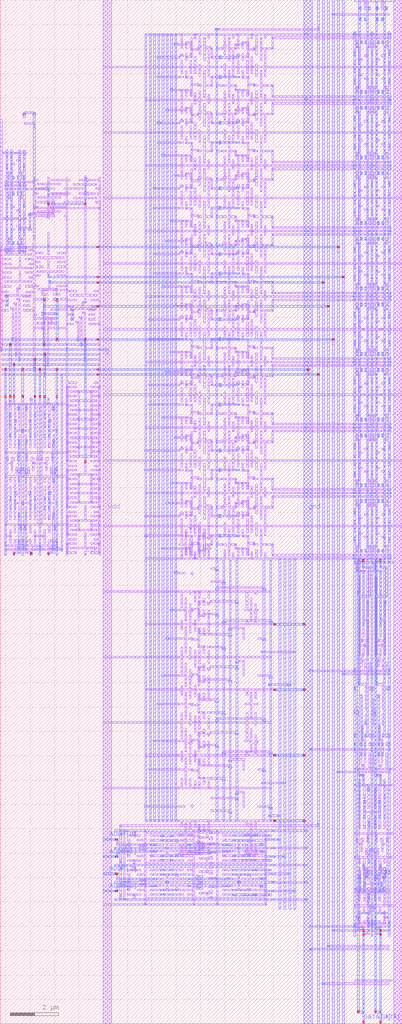
<source format=lef>
MACRO sram_2_16_1_freepdk45
    CLASS RING ;
    ORIGIN 4.22 0.0 ;
    FOREIGN  sram 0.0 0.0 ;
    SIZE 16.475 BY 42.02 ;
    SYMMETRY X Y R90 ;
    PIN vdd
        DIRECTION INOUT ;
        USE POWER ;
        SHAPE ABUTMENT ;
        PORT
        LAYER metal1 ;
        RECT  11.95 0.0 12.3 42.02 ;
        RECT  11.95 0.0 12.3 42.02 ;
        RECT  0.0 0.0 0.35 42.02 ;
        RECT  0.0 0.0 0.35 42.02 ;
        END
    END vdd
    PIN gnd
        DIRECTION INOUT ;
        USE GROUND ;
        SHAPE ABUTMENT ;
        PORT
        LAYER metal2 ;
        RECT  8.2525 0.0 8.6025 42.02 ;
        RECT  8.2525 0.0 8.6025 42.02 ;
        END
    END gnd
    PIN DATA[0]
        DIRECTION INOUT ;
        PORT
        LAYER metal2 ;
        RECT  10.6625 0.0 10.7325 0.14 ;
        RECT  10.6625 0.0 10.7325 0.14 ;
        RECT  10.6625 0.0 10.7325 0.135 ;
        END
    END DATA[0]
    PIN DATA[1]
        DIRECTION INOUT ;
        PORT
        LAYER metal2 ;
        RECT  11.3675 0.0 11.4375 0.14 ;
        RECT  11.3675 0.0 11.4375 0.14 ;
        RECT  11.3675 0.0 11.4375 0.135 ;
        END
    END DATA[1]
    PIN ADDR[0]
        DIRECTION INPUT ;
        PORT
        LAYER metal3 ;
        RECT  0.0 7.5325 0.48 7.6025 ;
        RECT  0.0 7.5325 0.48 7.6025 ;
        END
    END ADDR[0]
    PIN ADDR[1]
        DIRECTION INPUT ;
        PORT
        LAYER metal3 ;
        RECT  0.0 6.8275 0.48 6.8975 ;
        RECT  0.0 6.8275 0.48 6.8975 ;
        END
    END ADDR[1]
    PIN ADDR[2]
        DIRECTION INPUT ;
        PORT
        LAYER metal3 ;
        RECT  0.0 6.1225 0.48 6.1925 ;
        RECT  0.0 6.1225 0.48 6.1925 ;
        END
    END ADDR[2]
    PIN ADDR[3]
        DIRECTION INPUT ;
        PORT
        LAYER metal3 ;
        RECT  0.0 5.4175 0.48 5.4875 ;
        RECT  0.0 5.4175 0.48 5.4875 ;
        END
    END ADDR[3]
    PIN CSb
        DIRECTION INPUT ;
        PORT
        LAYER metal3 ;
        RECT  -2.9875 19.23 -2.9175 19.37 ;
        RECT  -2.9875 19.23 -2.9175 19.37 ;
        RECT  -2.9875 19.23 -2.9175 19.37 ;
        RECT  -2.9875 19.23 -2.9175 19.37 ;
        RECT  -2.9875 19.23 -2.9175 19.37 ;
        END
    END CSb
    PIN OEb
        DIRECTION INPUT ;
        PORT
        LAYER metal3 ;
        RECT  -3.6925 19.23 -3.6225 19.37 ;
        RECT  -3.6925 19.23 -3.6225 19.37 ;
        RECT  -3.6925 19.23 -3.6225 19.37 ;
        RECT  -3.6925 19.23 -3.6225 19.37 ;
        RECT  -3.6925 19.23 -3.6225 19.37 ;
        END
    END OEb
    PIN WEb
        DIRECTION INPUT ;
        PORT
        LAYER metal3 ;
        RECT  -2.2825 19.23 -2.2125 19.37 ;
        RECT  -2.2825 19.23 -2.2125 19.37 ;
        RECT  -2.2825 19.23 -2.2125 19.37 ;
        RECT  -2.2825 19.23 -2.2125 19.37 ;
        RECT  -2.2825 19.23 -2.2125 19.37 ;
        END
    END WEb
    PIN clk
        DIRECTION INPUT ;
        PORT
        LAYER metal1 ;
        RECT  -0.755 19.23 -0.69 19.295 ;
        RECT  -0.755 19.23 -0.69 19.295 ;
        RECT  -0.755 19.23 -0.69 19.265 ;
        END
    END clk
    OBS
        LAYER  metal1 ;
        RECT  0.1425 27.47 0.2075 27.675 ;
        RECT  -0.755 19.23 -0.69 19.295 ;
        RECT  11.95 0.0 12.3 42.02 ;
        RECT  0.0 0.0 0.35 42.02 ;
        RECT  4.435 19.64 4.5 19.705 ;
        RECT  4.435 20.0 4.5 20.065 ;
        RECT  4.1975 19.64 4.4675 19.705 ;
        RECT  4.435 19.6725 4.5 20.0325 ;
        RECT  4.4675 20.0 4.805 20.065 ;
        RECT  6.9325 19.64 6.9975 19.705 ;
        RECT  6.9325 19.1975 6.9975 19.2625 ;
        RECT  6.76 19.64 6.965 19.705 ;
        RECT  6.9325 19.23 6.9975 19.6725 ;
        RECT  6.965 19.1975 10.255 19.2625 ;
        RECT  4.435 21.165 4.5 21.23 ;
        RECT  4.435 20.805 4.5 20.87 ;
        RECT  4.1975 21.165 4.4675 21.23 ;
        RECT  4.435 20.8375 4.5 21.1975 ;
        RECT  4.4675 20.805 4.805 20.87 ;
        RECT  6.9325 21.165 6.9975 21.23 ;
        RECT  6.9325 21.6075 6.9975 21.6725 ;
        RECT  6.76 21.165 6.965 21.23 ;
        RECT  6.9325 21.1975 6.9975 21.64 ;
        RECT  6.965 21.6075 10.255 21.6725 ;
        RECT  4.435 22.33 4.5 22.395 ;
        RECT  4.435 22.69 4.5 22.755 ;
        RECT  4.1975 22.33 4.4675 22.395 ;
        RECT  4.435 22.3625 4.5 22.7225 ;
        RECT  4.4675 22.69 4.805 22.755 ;
        RECT  6.9325 22.33 6.9975 22.395 ;
        RECT  6.9325 21.8875 6.9975 21.9525 ;
        RECT  6.76 22.33 6.965 22.395 ;
        RECT  6.9325 21.92 6.9975 22.3625 ;
        RECT  6.965 21.8875 10.255 21.9525 ;
        RECT  4.435 23.855 4.5 23.92 ;
        RECT  4.435 23.495 4.5 23.56 ;
        RECT  4.1975 23.855 4.4675 23.92 ;
        RECT  4.435 23.5275 4.5 23.8875 ;
        RECT  4.4675 23.495 4.805 23.56 ;
        RECT  6.9325 23.855 6.9975 23.92 ;
        RECT  6.9325 24.2975 6.9975 24.3625 ;
        RECT  6.76 23.855 6.965 23.92 ;
        RECT  6.9325 23.8875 6.9975 24.33 ;
        RECT  6.965 24.2975 10.255 24.3625 ;
        RECT  4.435 25.02 4.5 25.085 ;
        RECT  4.435 25.38 4.5 25.445 ;
        RECT  4.1975 25.02 4.4675 25.085 ;
        RECT  4.435 25.0525 4.5 25.4125 ;
        RECT  4.4675 25.38 4.805 25.445 ;
        RECT  6.9325 25.02 6.9975 25.085 ;
        RECT  6.9325 24.5775 6.9975 24.6425 ;
        RECT  6.76 25.02 6.965 25.085 ;
        RECT  6.9325 24.61 6.9975 25.0525 ;
        RECT  6.965 24.5775 10.255 24.6425 ;
        RECT  4.435 26.545 4.5 26.61 ;
        RECT  4.435 26.185 4.5 26.25 ;
        RECT  4.1975 26.545 4.4675 26.61 ;
        RECT  4.435 26.2175 4.5 26.5775 ;
        RECT  4.4675 26.185 4.805 26.25 ;
        RECT  6.9325 26.545 6.9975 26.61 ;
        RECT  6.9325 26.9875 6.9975 27.0525 ;
        RECT  6.76 26.545 6.965 26.61 ;
        RECT  6.9325 26.5775 6.9975 27.02 ;
        RECT  6.965 26.9875 10.255 27.0525 ;
        RECT  4.435 27.71 4.5 27.775 ;
        RECT  4.435 28.07 4.5 28.135 ;
        RECT  4.1975 27.71 4.4675 27.775 ;
        RECT  4.435 27.7425 4.5 28.1025 ;
        RECT  4.4675 28.07 4.805 28.135 ;
        RECT  6.9325 27.71 6.9975 27.775 ;
        RECT  6.9325 27.2675 6.9975 27.3325 ;
        RECT  6.76 27.71 6.965 27.775 ;
        RECT  6.9325 27.3 6.9975 27.7425 ;
        RECT  6.965 27.2675 10.255 27.3325 ;
        RECT  4.435 29.235 4.5 29.3 ;
        RECT  4.435 28.875 4.5 28.94 ;
        RECT  4.1975 29.235 4.4675 29.3 ;
        RECT  4.435 28.9075 4.5 29.2675 ;
        RECT  4.4675 28.875 4.805 28.94 ;
        RECT  6.9325 29.235 6.9975 29.3 ;
        RECT  6.9325 29.6775 6.9975 29.7425 ;
        RECT  6.76 29.235 6.965 29.3 ;
        RECT  6.9325 29.2675 6.9975 29.71 ;
        RECT  6.965 29.6775 10.255 29.7425 ;
        RECT  4.435 30.4 4.5 30.465 ;
        RECT  4.435 30.76 4.5 30.825 ;
        RECT  4.1975 30.4 4.4675 30.465 ;
        RECT  4.435 30.4325 4.5 30.7925 ;
        RECT  4.4675 30.76 4.805 30.825 ;
        RECT  6.9325 30.4 6.9975 30.465 ;
        RECT  6.9325 29.9575 6.9975 30.0225 ;
        RECT  6.76 30.4 6.965 30.465 ;
        RECT  6.9325 29.99 6.9975 30.4325 ;
        RECT  6.965 29.9575 10.255 30.0225 ;
        RECT  4.435 31.925 4.5 31.99 ;
        RECT  4.435 31.565 4.5 31.63 ;
        RECT  4.1975 31.925 4.4675 31.99 ;
        RECT  4.435 31.5975 4.5 31.9575 ;
        RECT  4.4675 31.565 4.805 31.63 ;
        RECT  6.9325 31.925 6.9975 31.99 ;
        RECT  6.9325 32.3675 6.9975 32.4325 ;
        RECT  6.76 31.925 6.965 31.99 ;
        RECT  6.9325 31.9575 6.9975 32.4 ;
        RECT  6.965 32.3675 10.255 32.4325 ;
        RECT  4.435 33.09 4.5 33.155 ;
        RECT  4.435 33.45 4.5 33.515 ;
        RECT  4.1975 33.09 4.4675 33.155 ;
        RECT  4.435 33.1225 4.5 33.4825 ;
        RECT  4.4675 33.45 4.805 33.515 ;
        RECT  6.9325 33.09 6.9975 33.155 ;
        RECT  6.9325 32.6475 6.9975 32.7125 ;
        RECT  6.76 33.09 6.965 33.155 ;
        RECT  6.9325 32.68 6.9975 33.1225 ;
        RECT  6.965 32.6475 10.255 32.7125 ;
        RECT  4.435 34.615 4.5 34.68 ;
        RECT  4.435 34.255 4.5 34.32 ;
        RECT  4.1975 34.615 4.4675 34.68 ;
        RECT  4.435 34.2875 4.5 34.6475 ;
        RECT  4.4675 34.255 4.805 34.32 ;
        RECT  6.9325 34.615 6.9975 34.68 ;
        RECT  6.9325 35.0575 6.9975 35.1225 ;
        RECT  6.76 34.615 6.965 34.68 ;
        RECT  6.9325 34.6475 6.9975 35.09 ;
        RECT  6.965 35.0575 10.255 35.1225 ;
        RECT  4.435 35.78 4.5 35.845 ;
        RECT  4.435 36.14 4.5 36.205 ;
        RECT  4.1975 35.78 4.4675 35.845 ;
        RECT  4.435 35.8125 4.5 36.1725 ;
        RECT  4.4675 36.14 4.805 36.205 ;
        RECT  6.9325 35.78 6.9975 35.845 ;
        RECT  6.9325 35.3375 6.9975 35.4025 ;
        RECT  6.76 35.78 6.965 35.845 ;
        RECT  6.9325 35.37 6.9975 35.8125 ;
        RECT  6.965 35.3375 10.255 35.4025 ;
        RECT  4.435 37.305 4.5 37.37 ;
        RECT  4.435 36.945 4.5 37.01 ;
        RECT  4.1975 37.305 4.4675 37.37 ;
        RECT  4.435 36.9775 4.5 37.3375 ;
        RECT  4.4675 36.945 4.805 37.01 ;
        RECT  6.9325 37.305 6.9975 37.37 ;
        RECT  6.9325 37.7475 6.9975 37.8125 ;
        RECT  6.76 37.305 6.965 37.37 ;
        RECT  6.9325 37.3375 6.9975 37.78 ;
        RECT  6.965 37.7475 10.255 37.8125 ;
        RECT  4.435 38.47 4.5 38.535 ;
        RECT  4.435 38.83 4.5 38.895 ;
        RECT  4.1975 38.47 4.4675 38.535 ;
        RECT  4.435 38.5025 4.5 38.8625 ;
        RECT  4.4675 38.83 4.805 38.895 ;
        RECT  6.9325 38.47 6.9975 38.535 ;
        RECT  6.9325 38.0275 6.9975 38.0925 ;
        RECT  6.76 38.47 6.965 38.535 ;
        RECT  6.9325 38.06 6.9975 38.5025 ;
        RECT  6.965 38.0275 10.255 38.0925 ;
        RECT  4.435 39.995 4.5 40.06 ;
        RECT  4.435 39.635 4.5 39.7 ;
        RECT  4.1975 39.995 4.4675 40.06 ;
        RECT  4.435 39.6675 4.5 40.0275 ;
        RECT  4.4675 39.635 4.805 39.7 ;
        RECT  6.9325 39.995 6.9975 40.06 ;
        RECT  6.9325 40.4375 6.9975 40.5025 ;
        RECT  6.76 39.995 6.965 40.06 ;
        RECT  6.9325 40.0275 6.9975 40.47 ;
        RECT  6.965 40.4375 10.255 40.5025 ;
        RECT  4.89 19.0575 10.345 19.1225 ;
        RECT  4.89 21.7475 10.345 21.8125 ;
        RECT  4.89 24.4375 10.345 24.5025 ;
        RECT  4.89 27.1275 10.345 27.1925 ;
        RECT  4.89 29.8175 10.345 29.8825 ;
        RECT  4.89 32.5075 10.345 32.5725 ;
        RECT  4.89 35.1975 10.345 35.2625 ;
        RECT  4.89 37.8875 10.345 37.9525 ;
        RECT  4.89 40.5775 10.345 40.6425 ;
        RECT  0.0 20.4025 12.3 20.4675 ;
        RECT  0.0 23.0925 12.3 23.1575 ;
        RECT  0.0 25.7825 12.3 25.8475 ;
        RECT  0.0 28.4725 12.3 28.5375 ;
        RECT  0.0 31.1625 12.3 31.2275 ;
        RECT  0.0 33.8525 12.3 33.9175 ;
        RECT  0.0 36.5425 12.3 36.6075 ;
        RECT  0.0 39.2325 12.3 39.2975 ;
        RECT  6.92 8.5025 7.2975 8.5675 ;
        RECT  6.645 9.8475 7.5025 9.9125 ;
        RECT  6.92 13.8825 7.7075 13.9475 ;
        RECT  6.645 15.2275 7.9125 15.2925 ;
        RECT  6.92 8.2975 7.0575 8.3625 ;
        RECT  6.92 10.9875 7.0575 11.0525 ;
        RECT  6.92 13.6775 7.0575 13.7425 ;
        RECT  6.92 16.3675 7.0575 16.4325 ;
        RECT  0.0 9.6425 6.92 9.7075 ;
        RECT  0.0 12.3325 6.92 12.3975 ;
        RECT  0.0 15.0225 6.92 15.0875 ;
        RECT  0.0 17.7125 6.92 17.7775 ;
        RECT  6.92 7.535 7.2975 7.6 ;
        RECT  6.92 6.83 7.5025 6.895 ;
        RECT  6.92 6.125 7.7075 6.19 ;
        RECT  6.92 5.42 7.9125 5.485 ;
        RECT  6.92 7.8875 8.3875 7.9525 ;
        RECT  6.92 7.1825 8.3875 7.2475 ;
        RECT  6.92 6.4775 8.3875 6.5425 ;
        RECT  6.92 5.7725 8.3875 5.8375 ;
        RECT  6.92 5.0675 8.3875 5.1325 ;
        RECT  3.69 4.8625 3.755 4.9275 ;
        RECT  3.69 4.895 3.755 5.1 ;
        RECT  0.0 4.8625 3.7225 4.9275 ;
        RECT  6.65 4.8625 6.715 4.9275 ;
        RECT  6.65 4.895 6.715 5.1 ;
        RECT  0.0 4.8625 6.6825 4.9275 ;
        RECT  1.7 4.8625 1.765 4.9275 ;
        RECT  1.7 4.895 1.765 5.1 ;
        RECT  0.0 4.8625 1.7325 4.9275 ;
        RECT  4.66 4.8625 4.725 4.9275 ;
        RECT  4.66 4.895 4.725 5.1 ;
        RECT  0.0 4.8625 4.6925 4.9275 ;
        RECT  9.4575 3.795 10.345 3.86 ;
        RECT  9.0475 1.61 10.345 1.675 ;
        RECT  9.2525 3.1575 10.345 3.2225 ;
        RECT  9.4575 41.395 10.345 41.46 ;
        RECT  9.6625 10.2975 10.345 10.3625 ;
        RECT  9.8675 14.3225 10.345 14.3875 ;
        RECT  0.685 8.0925 0.75 8.1575 ;
        RECT  0.685 7.92 0.75 8.125 ;
        RECT  0.7175 8.0925 8.8725 8.1575 ;
        RECT  4.665 40.7825 8.8725 40.8475 ;
        RECT  10.345 41.955 11.95 42.02 ;
        RECT  10.345 18.895 11.95 18.96 ;
        RECT  10.345 10.4275 11.95 10.4925 ;
        RECT  10.345 6.8 11.95 6.865 ;
        RECT  10.345 9.76 11.95 9.825 ;
        RECT  10.345 4.81 11.95 4.875 ;
        RECT  10.345 7.77 11.95 7.835 ;
        RECT  10.345 1.74 11.95 1.805 ;
        RECT  8.6025 3.0275 10.345 3.0925 ;
        RECT  8.6025 14.4525 10.345 14.5175 ;
        RECT  8.6025 3.955 10.345 4.02 ;
        RECT  8.6025 11.23 10.345 11.295 ;
        RECT  11.95 0.0 12.3 42.02 ;
        RECT  0.0 0.0 0.35 42.02 ;
        RECT  10.255 24.5775 11.845 24.6425 ;
        RECT  10.255 19.1975 11.845 19.2625 ;
        RECT  10.255 21.8875 11.845 21.9525 ;
        RECT  10.255 40.4375 11.845 40.5025 ;
        RECT  10.255 29.9575 11.845 30.0225 ;
        RECT  10.255 27.2675 11.845 27.3325 ;
        RECT  10.255 37.7475 11.845 37.8125 ;
        RECT  10.255 35.0575 11.845 35.1225 ;
        RECT  10.255 24.2975 11.845 24.3625 ;
        RECT  10.255 26.9875 11.845 27.0525 ;
        RECT  10.255 21.6075 11.845 21.6725 ;
        RECT  10.255 38.0275 11.845 38.0925 ;
        RECT  10.255 32.6475 11.845 32.7125 ;
        RECT  10.255 32.3675 11.845 32.4325 ;
        RECT  10.255 20.4025 11.845 20.4675 ;
        RECT  10.255 23.0925 11.845 23.1575 ;
        RECT  10.255 25.7825 11.845 25.8475 ;
        RECT  10.255 28.4725 11.845 28.5375 ;
        RECT  10.255 31.1625 11.845 31.2275 ;
        RECT  10.255 33.8525 11.845 33.9175 ;
        RECT  10.255 36.5425 11.845 36.6075 ;
        RECT  10.255 39.2325 11.845 39.2975 ;
        RECT  10.255 19.0575 11.845 19.1225 ;
        RECT  10.255 21.7475 11.845 21.8125 ;
        RECT  10.255 24.4375 11.845 24.5025 ;
        RECT  10.255 27.1275 11.845 27.1925 ;
        RECT  10.255 29.8175 11.845 29.8825 ;
        RECT  10.255 32.5075 11.845 32.5725 ;
        RECT  10.255 35.1975 11.845 35.2625 ;
        RECT  10.255 37.8875 11.845 37.9525 ;
        RECT  10.255 40.5775 11.845 40.6425 ;
        RECT  10.255 35.3375 11.845 35.4025 ;
        RECT  10.255 29.6775 11.845 29.7425 ;
        RECT  11.015 20.2025 11.08 20.3375 ;
        RECT  10.83 20.2025 10.895 20.3375 ;
        RECT  10.315 20.2025 10.38 20.3375 ;
        RECT  10.5 20.2025 10.565 20.3375 ;
        RECT  10.83 19.7375 10.895 19.8725 ;
        RECT  11.015 19.7375 11.08 19.8725 ;
        RECT  10.5 19.7375 10.565 19.8725 ;
        RECT  10.315 19.7375 10.38 19.8725 ;
        RECT  10.935 19.3475 11.0 19.4825 ;
        RECT  10.75 19.3475 10.815 19.4825 ;
        RECT  10.58 19.3475 10.645 19.4825 ;
        RECT  10.395 19.3475 10.46 19.4825 ;
        RECT  11.0175 19.84 11.0825 19.975 ;
        RECT  11.0175 19.84 11.0825 19.975 ;
        RECT  11.0175 19.84 11.0825 19.975 ;
        RECT  11.0175 19.84 11.0825 19.975 ;
        RECT  11.0175 19.84 11.0825 19.975 ;
        RECT  11.0175 19.84 11.0825 19.975 ;
        RECT  10.625 20.4025 10.76 20.4675 ;
        RECT  10.2775 19.0575 10.4125 19.1225 ;
        RECT  10.9825 19.0575 11.1175 19.1225 ;
        RECT  10.6125 19.1975 10.7475 19.2625 ;
        RECT  11.0175 19.84 11.0825 19.975 ;
        RECT  11.0175 19.84 11.0825 19.975 ;
        RECT  11.0175 19.84 11.0825 19.975 ;
        RECT  11.0175 19.84 11.0825 19.975 ;
        RECT  10.5175 20.0875 10.6525 20.1525 ;
        RECT  10.5175 20.0875 10.6525 20.1525 ;
        RECT  10.7425 19.9375 10.8775 20.0025 ;
        RECT  10.7425 19.9375 10.8775 20.0025 ;
        RECT  11.0175 19.84 11.0825 19.975 ;
        RECT  11.0175 19.84 11.0825 19.975 ;
        RECT  11.0175 19.84 11.0825 19.975 ;
        RECT  11.0175 19.84 11.0825 19.975 ;
        RECT  10.5675 19.3475 10.6325 19.4825 ;
        RECT  10.3125 19.84 10.3775 19.975 ;
        RECT  10.3125 19.84 10.3775 19.975 ;
        RECT  10.3125 19.84 10.3775 19.975 ;
        RECT  10.3125 19.84 10.3775 19.975 ;
        RECT  10.3125 19.84 10.3775 19.975 ;
        RECT  10.3125 19.84 10.3775 19.975 ;
        RECT  11.0175 19.84 11.0825 19.975 ;
        RECT  11.0175 19.84 11.0825 19.975 ;
        RECT  11.0175 19.84 11.0825 19.975 ;
        RECT  11.0175 19.84 11.0825 19.975 ;
        RECT  10.7625 19.3475 10.8275 19.4825 ;
        RECT  10.63 19.0575 10.765 19.1225 ;
        RECT  10.63 19.0575 10.765 19.1225 ;
        RECT  10.9825 19.0575 11.1175 19.1225 ;
        RECT  10.625 20.4025 10.76 20.4675 ;
        RECT  10.9825 19.0575 11.1175 19.1225 ;
        RECT  10.9825 19.0575 11.1175 19.1225 ;
        RECT  11.0175 19.84 11.0825 19.975 ;
        RECT  11.0175 19.84 11.0825 19.975 ;
        RECT  11.0175 19.84 11.0825 19.975 ;
        RECT  11.0175 19.84 11.0825 19.975 ;
        RECT  11.0175 19.84 11.0825 19.975 ;
        RECT  11.0175 19.84 11.0825 19.975 ;
        RECT  10.2775 19.0575 10.4125 19.1225 ;
        RECT  10.6375 20.4025 10.7375 20.465 ;
        RECT  10.6375 20.405 10.7375 20.4675 ;
        RECT  10.965 19.2 11.0175 19.2625 ;
        RECT  10.6375 20.4025 10.7375 20.465 ;
        RECT  11.015 20.2025 11.085 20.4025 ;
        RECT  11.015 19.7375 11.085 19.8725 ;
        RECT  11.015 19.7375 11.085 19.8725 ;
        RECT  10.255 19.0575 11.14 19.1225 ;
        RECT  10.83 19.5725 11.005 19.6375 ;
        RECT  10.31 19.7375 10.38 19.8725 ;
        RECT  10.5 19.5725 10.565 20.3125 ;
        RECT  10.6375 20.405 10.7375 20.4675 ;
        RECT  10.26 19.2 10.3125 19.2625 ;
        RECT  11.015 19.7375 11.085 19.8725 ;
        RECT  10.255 20.4025 11.14 20.4675 ;
        RECT  10.83 19.5725 10.895 20.2025 ;
        RECT  11.015 19.7375 11.085 19.8725 ;
        RECT  11.015 19.7375 11.085 19.8725 ;
        RECT  10.395 19.3475 10.465 19.6375 ;
        RECT  10.31 19.7375 10.38 19.8725 ;
        RECT  10.255 19.1975 11.14 19.2625 ;
        RECT  11.015 19.7375 11.085 19.8725 ;
        RECT  11.015 20.2025 11.085 20.4025 ;
        RECT  10.31 20.2025 10.38 20.4025 ;
        RECT  10.935 19.3475 11.005 19.6375 ;
        RECT  10.395 19.5725 10.565 19.6375 ;
        RECT  10.255 19.1975 11.14 19.2625 ;
        RECT  10.255 19.0575 11.14 19.1225 ;
        RECT  10.255 20.4025 11.14 20.4675 ;
        RECT  11.015 20.5325 11.08 20.6675 ;
        RECT  10.83 20.5325 10.895 20.6675 ;
        RECT  10.315 20.5325 10.38 20.6675 ;
        RECT  10.5 20.5325 10.565 20.6675 ;
        RECT  10.83 20.9975 10.895 21.1325 ;
        RECT  11.015 20.9975 11.08 21.1325 ;
        RECT  10.5 20.9975 10.565 21.1325 ;
        RECT  10.315 20.9975 10.38 21.1325 ;
        RECT  10.935 21.3875 11.0 21.5225 ;
        RECT  10.75 21.3875 10.815 21.5225 ;
        RECT  10.58 21.3875 10.645 21.5225 ;
        RECT  10.395 21.3875 10.46 21.5225 ;
        RECT  11.0175 20.895 11.0825 21.03 ;
        RECT  11.0175 20.895 11.0825 21.03 ;
        RECT  11.0175 20.895 11.0825 21.03 ;
        RECT  11.0175 20.895 11.0825 21.03 ;
        RECT  11.0175 20.895 11.0825 21.03 ;
        RECT  11.0175 20.895 11.0825 21.03 ;
        RECT  10.625 20.4025 10.76 20.4675 ;
        RECT  10.2775 21.7475 10.4125 21.8125 ;
        RECT  10.9825 21.7475 11.1175 21.8125 ;
        RECT  10.6125 21.6075 10.7475 21.6725 ;
        RECT  11.0175 20.895 11.0825 21.03 ;
        RECT  11.0175 20.895 11.0825 21.03 ;
        RECT  11.0175 20.895 11.0825 21.03 ;
        RECT  11.0175 20.895 11.0825 21.03 ;
        RECT  10.5175 20.7175 10.6525 20.7825 ;
        RECT  10.5175 20.7175 10.6525 20.7825 ;
        RECT  10.7425 20.8675 10.8775 20.9325 ;
        RECT  10.7425 20.8675 10.8775 20.9325 ;
        RECT  11.0175 20.895 11.0825 21.03 ;
        RECT  11.0175 20.895 11.0825 21.03 ;
        RECT  11.0175 20.895 11.0825 21.03 ;
        RECT  11.0175 20.895 11.0825 21.03 ;
        RECT  10.5675 21.3875 10.6325 21.5225 ;
        RECT  10.3125 20.895 10.3775 21.03 ;
        RECT  10.3125 20.895 10.3775 21.03 ;
        RECT  10.3125 20.895 10.3775 21.03 ;
        RECT  10.3125 20.895 10.3775 21.03 ;
        RECT  10.3125 20.895 10.3775 21.03 ;
        RECT  10.3125 20.895 10.3775 21.03 ;
        RECT  11.0175 20.895 11.0825 21.03 ;
        RECT  11.0175 20.895 11.0825 21.03 ;
        RECT  11.0175 20.895 11.0825 21.03 ;
        RECT  11.0175 20.895 11.0825 21.03 ;
        RECT  10.7625 21.3875 10.8275 21.5225 ;
        RECT  10.63 21.7475 10.765 21.8125 ;
        RECT  10.63 21.7475 10.765 21.8125 ;
        RECT  10.9825 21.7475 11.1175 21.8125 ;
        RECT  10.625 20.4025 10.76 20.4675 ;
        RECT  10.9825 21.7475 11.1175 21.8125 ;
        RECT  10.9825 21.7475 11.1175 21.8125 ;
        RECT  11.0175 20.895 11.0825 21.03 ;
        RECT  11.0175 20.895 11.0825 21.03 ;
        RECT  11.0175 20.895 11.0825 21.03 ;
        RECT  11.0175 20.895 11.0825 21.03 ;
        RECT  11.0175 20.895 11.0825 21.03 ;
        RECT  11.0175 20.895 11.0825 21.03 ;
        RECT  10.2775 21.7475 10.4125 21.8125 ;
        RECT  10.6375 20.405 10.7375 20.4675 ;
        RECT  10.6375 20.4025 10.7375 20.465 ;
        RECT  10.965 21.6075 11.0175 21.67 ;
        RECT  10.6375 20.405 10.7375 20.4675 ;
        RECT  11.015 20.4675 11.085 20.6675 ;
        RECT  11.015 20.9975 11.085 21.1325 ;
        RECT  11.015 20.9975 11.085 21.1325 ;
        RECT  10.255 21.7475 11.14 21.8125 ;
        RECT  10.83 21.2325 11.005 21.2975 ;
        RECT  10.31 20.9975 10.38 21.1325 ;
        RECT  10.5 20.5575 10.565 21.2975 ;
        RECT  10.6375 20.4025 10.7375 20.465 ;
        RECT  10.26 21.6075 10.3125 21.67 ;
        RECT  11.015 20.9975 11.085 21.1325 ;
        RECT  10.255 20.4025 11.14 20.4675 ;
        RECT  10.83 20.6675 10.895 21.2975 ;
        RECT  11.015 20.9975 11.085 21.1325 ;
        RECT  11.015 20.9975 11.085 21.1325 ;
        RECT  10.395 21.2325 10.465 21.5225 ;
        RECT  10.31 20.9975 10.38 21.1325 ;
        RECT  10.255 21.6075 11.14 21.6725 ;
        RECT  11.015 20.9975 11.085 21.1325 ;
        RECT  11.015 20.4675 11.085 20.6675 ;
        RECT  10.31 20.4675 10.38 20.6675 ;
        RECT  10.935 21.2325 11.005 21.5225 ;
        RECT  10.395 21.2325 10.565 21.2975 ;
        RECT  10.255 21.6075 11.14 21.6725 ;
        RECT  10.255 21.7475 11.14 21.8125 ;
        RECT  10.255 20.4025 11.14 20.4675 ;
        RECT  11.015 22.8925 11.08 23.0275 ;
        RECT  10.83 22.8925 10.895 23.0275 ;
        RECT  10.315 22.8925 10.38 23.0275 ;
        RECT  10.5 22.8925 10.565 23.0275 ;
        RECT  10.83 22.4275 10.895 22.5625 ;
        RECT  11.015 22.4275 11.08 22.5625 ;
        RECT  10.5 22.4275 10.565 22.5625 ;
        RECT  10.315 22.4275 10.38 22.5625 ;
        RECT  10.935 22.0375 11.0 22.1725 ;
        RECT  10.75 22.0375 10.815 22.1725 ;
        RECT  10.58 22.0375 10.645 22.1725 ;
        RECT  10.395 22.0375 10.46 22.1725 ;
        RECT  11.0175 22.53 11.0825 22.665 ;
        RECT  11.0175 22.53 11.0825 22.665 ;
        RECT  11.0175 22.53 11.0825 22.665 ;
        RECT  11.0175 22.53 11.0825 22.665 ;
        RECT  11.0175 22.53 11.0825 22.665 ;
        RECT  11.0175 22.53 11.0825 22.665 ;
        RECT  10.625 23.0925 10.76 23.1575 ;
        RECT  10.2775 21.7475 10.4125 21.8125 ;
        RECT  10.9825 21.7475 11.1175 21.8125 ;
        RECT  10.6125 21.8875 10.7475 21.9525 ;
        RECT  11.0175 22.53 11.0825 22.665 ;
        RECT  11.0175 22.53 11.0825 22.665 ;
        RECT  11.0175 22.53 11.0825 22.665 ;
        RECT  11.0175 22.53 11.0825 22.665 ;
        RECT  10.5175 22.7775 10.6525 22.8425 ;
        RECT  10.5175 22.7775 10.6525 22.8425 ;
        RECT  10.7425 22.6275 10.8775 22.6925 ;
        RECT  10.7425 22.6275 10.8775 22.6925 ;
        RECT  11.0175 22.53 11.0825 22.665 ;
        RECT  11.0175 22.53 11.0825 22.665 ;
        RECT  11.0175 22.53 11.0825 22.665 ;
        RECT  11.0175 22.53 11.0825 22.665 ;
        RECT  10.5675 22.0375 10.6325 22.1725 ;
        RECT  10.3125 22.53 10.3775 22.665 ;
        RECT  10.3125 22.53 10.3775 22.665 ;
        RECT  10.3125 22.53 10.3775 22.665 ;
        RECT  10.3125 22.53 10.3775 22.665 ;
        RECT  10.3125 22.53 10.3775 22.665 ;
        RECT  10.3125 22.53 10.3775 22.665 ;
        RECT  11.0175 22.53 11.0825 22.665 ;
        RECT  11.0175 22.53 11.0825 22.665 ;
        RECT  11.0175 22.53 11.0825 22.665 ;
        RECT  11.0175 22.53 11.0825 22.665 ;
        RECT  10.7625 22.0375 10.8275 22.1725 ;
        RECT  10.63 21.7475 10.765 21.8125 ;
        RECT  10.63 21.7475 10.765 21.8125 ;
        RECT  10.9825 21.7475 11.1175 21.8125 ;
        RECT  10.625 23.0925 10.76 23.1575 ;
        RECT  10.9825 21.7475 11.1175 21.8125 ;
        RECT  10.9825 21.7475 11.1175 21.8125 ;
        RECT  11.0175 22.53 11.0825 22.665 ;
        RECT  11.0175 22.53 11.0825 22.665 ;
        RECT  11.0175 22.53 11.0825 22.665 ;
        RECT  11.0175 22.53 11.0825 22.665 ;
        RECT  11.0175 22.53 11.0825 22.665 ;
        RECT  11.0175 22.53 11.0825 22.665 ;
        RECT  10.2775 21.7475 10.4125 21.8125 ;
        RECT  10.6375 23.0925 10.7375 23.155 ;
        RECT  10.6375 23.095 10.7375 23.1575 ;
        RECT  10.965 21.89 11.0175 21.9525 ;
        RECT  10.6375 23.0925 10.7375 23.155 ;
        RECT  11.015 22.8925 11.085 23.0925 ;
        RECT  11.015 22.4275 11.085 22.5625 ;
        RECT  11.015 22.4275 11.085 22.5625 ;
        RECT  10.255 21.7475 11.14 21.8125 ;
        RECT  10.83 22.2625 11.005 22.3275 ;
        RECT  10.31 22.4275 10.38 22.5625 ;
        RECT  10.5 22.2625 10.565 23.0025 ;
        RECT  10.6375 23.095 10.7375 23.1575 ;
        RECT  10.26 21.89 10.3125 21.9525 ;
        RECT  11.015 22.4275 11.085 22.5625 ;
        RECT  10.255 23.0925 11.14 23.1575 ;
        RECT  10.83 22.2625 10.895 22.8925 ;
        RECT  11.015 22.4275 11.085 22.5625 ;
        RECT  11.015 22.4275 11.085 22.5625 ;
        RECT  10.395 22.0375 10.465 22.3275 ;
        RECT  10.31 22.4275 10.38 22.5625 ;
        RECT  10.255 21.8875 11.14 21.9525 ;
        RECT  11.015 22.4275 11.085 22.5625 ;
        RECT  11.015 22.8925 11.085 23.0925 ;
        RECT  10.31 22.8925 10.38 23.0925 ;
        RECT  10.935 22.0375 11.005 22.3275 ;
        RECT  10.395 22.2625 10.565 22.3275 ;
        RECT  10.255 21.8875 11.14 21.9525 ;
        RECT  10.255 21.7475 11.14 21.8125 ;
        RECT  10.255 23.0925 11.14 23.1575 ;
        RECT  11.015 23.2225 11.08 23.3575 ;
        RECT  10.83 23.2225 10.895 23.3575 ;
        RECT  10.315 23.2225 10.38 23.3575 ;
        RECT  10.5 23.2225 10.565 23.3575 ;
        RECT  10.83 23.6875 10.895 23.8225 ;
        RECT  11.015 23.6875 11.08 23.8225 ;
        RECT  10.5 23.6875 10.565 23.8225 ;
        RECT  10.315 23.6875 10.38 23.8225 ;
        RECT  10.935 24.0775 11.0 24.2125 ;
        RECT  10.75 24.0775 10.815 24.2125 ;
        RECT  10.58 24.0775 10.645 24.2125 ;
        RECT  10.395 24.0775 10.46 24.2125 ;
        RECT  11.0175 23.585 11.0825 23.72 ;
        RECT  11.0175 23.585 11.0825 23.72 ;
        RECT  11.0175 23.585 11.0825 23.72 ;
        RECT  11.0175 23.585 11.0825 23.72 ;
        RECT  11.0175 23.585 11.0825 23.72 ;
        RECT  11.0175 23.585 11.0825 23.72 ;
        RECT  10.625 23.0925 10.76 23.1575 ;
        RECT  10.2775 24.4375 10.4125 24.5025 ;
        RECT  10.9825 24.4375 11.1175 24.5025 ;
        RECT  10.6125 24.2975 10.7475 24.3625 ;
        RECT  11.0175 23.585 11.0825 23.72 ;
        RECT  11.0175 23.585 11.0825 23.72 ;
        RECT  11.0175 23.585 11.0825 23.72 ;
        RECT  11.0175 23.585 11.0825 23.72 ;
        RECT  10.5175 23.4075 10.6525 23.4725 ;
        RECT  10.5175 23.4075 10.6525 23.4725 ;
        RECT  10.7425 23.5575 10.8775 23.6225 ;
        RECT  10.7425 23.5575 10.8775 23.6225 ;
        RECT  11.0175 23.585 11.0825 23.72 ;
        RECT  11.0175 23.585 11.0825 23.72 ;
        RECT  11.0175 23.585 11.0825 23.72 ;
        RECT  11.0175 23.585 11.0825 23.72 ;
        RECT  10.5675 24.0775 10.6325 24.2125 ;
        RECT  10.3125 23.585 10.3775 23.72 ;
        RECT  10.3125 23.585 10.3775 23.72 ;
        RECT  10.3125 23.585 10.3775 23.72 ;
        RECT  10.3125 23.585 10.3775 23.72 ;
        RECT  10.3125 23.585 10.3775 23.72 ;
        RECT  10.3125 23.585 10.3775 23.72 ;
        RECT  11.0175 23.585 11.0825 23.72 ;
        RECT  11.0175 23.585 11.0825 23.72 ;
        RECT  11.0175 23.585 11.0825 23.72 ;
        RECT  11.0175 23.585 11.0825 23.72 ;
        RECT  10.7625 24.0775 10.8275 24.2125 ;
        RECT  10.63 24.4375 10.765 24.5025 ;
        RECT  10.63 24.4375 10.765 24.5025 ;
        RECT  10.9825 24.4375 11.1175 24.5025 ;
        RECT  10.625 23.0925 10.76 23.1575 ;
        RECT  10.9825 24.4375 11.1175 24.5025 ;
        RECT  10.9825 24.4375 11.1175 24.5025 ;
        RECT  11.0175 23.585 11.0825 23.72 ;
        RECT  11.0175 23.585 11.0825 23.72 ;
        RECT  11.0175 23.585 11.0825 23.72 ;
        RECT  11.0175 23.585 11.0825 23.72 ;
        RECT  11.0175 23.585 11.0825 23.72 ;
        RECT  11.0175 23.585 11.0825 23.72 ;
        RECT  10.2775 24.4375 10.4125 24.5025 ;
        RECT  10.6375 23.095 10.7375 23.1575 ;
        RECT  10.6375 23.0925 10.7375 23.155 ;
        RECT  10.965 24.2975 11.0175 24.36 ;
        RECT  10.6375 23.095 10.7375 23.1575 ;
        RECT  11.015 23.1575 11.085 23.3575 ;
        RECT  11.015 23.6875 11.085 23.8225 ;
        RECT  11.015 23.6875 11.085 23.8225 ;
        RECT  10.255 24.4375 11.14 24.5025 ;
        RECT  10.83 23.9225 11.005 23.9875 ;
        RECT  10.31 23.6875 10.38 23.8225 ;
        RECT  10.5 23.2475 10.565 23.9875 ;
        RECT  10.6375 23.0925 10.7375 23.155 ;
        RECT  10.26 24.2975 10.3125 24.36 ;
        RECT  11.015 23.6875 11.085 23.8225 ;
        RECT  10.255 23.0925 11.14 23.1575 ;
        RECT  10.83 23.3575 10.895 23.9875 ;
        RECT  11.015 23.6875 11.085 23.8225 ;
        RECT  11.015 23.6875 11.085 23.8225 ;
        RECT  10.395 23.9225 10.465 24.2125 ;
        RECT  10.31 23.6875 10.38 23.8225 ;
        RECT  10.255 24.2975 11.14 24.3625 ;
        RECT  11.015 23.6875 11.085 23.8225 ;
        RECT  11.015 23.1575 11.085 23.3575 ;
        RECT  10.31 23.1575 10.38 23.3575 ;
        RECT  10.935 23.9225 11.005 24.2125 ;
        RECT  10.395 23.9225 10.565 23.9875 ;
        RECT  10.255 24.2975 11.14 24.3625 ;
        RECT  10.255 24.4375 11.14 24.5025 ;
        RECT  10.255 23.0925 11.14 23.1575 ;
        RECT  11.015 25.5825 11.08 25.7175 ;
        RECT  10.83 25.5825 10.895 25.7175 ;
        RECT  10.315 25.5825 10.38 25.7175 ;
        RECT  10.5 25.5825 10.565 25.7175 ;
        RECT  10.83 25.1175 10.895 25.2525 ;
        RECT  11.015 25.1175 11.08 25.2525 ;
        RECT  10.5 25.1175 10.565 25.2525 ;
        RECT  10.315 25.1175 10.38 25.2525 ;
        RECT  10.935 24.7275 11.0 24.8625 ;
        RECT  10.75 24.7275 10.815 24.8625 ;
        RECT  10.58 24.7275 10.645 24.8625 ;
        RECT  10.395 24.7275 10.46 24.8625 ;
        RECT  11.0175 25.22 11.0825 25.355 ;
        RECT  11.0175 25.22 11.0825 25.355 ;
        RECT  11.0175 25.22 11.0825 25.355 ;
        RECT  11.0175 25.22 11.0825 25.355 ;
        RECT  11.0175 25.22 11.0825 25.355 ;
        RECT  11.0175 25.22 11.0825 25.355 ;
        RECT  10.625 25.7825 10.76 25.8475 ;
        RECT  10.2775 24.4375 10.4125 24.5025 ;
        RECT  10.9825 24.4375 11.1175 24.5025 ;
        RECT  10.6125 24.5775 10.7475 24.6425 ;
        RECT  11.0175 25.22 11.0825 25.355 ;
        RECT  11.0175 25.22 11.0825 25.355 ;
        RECT  11.0175 25.22 11.0825 25.355 ;
        RECT  11.0175 25.22 11.0825 25.355 ;
        RECT  10.5175 25.4675 10.6525 25.5325 ;
        RECT  10.5175 25.4675 10.6525 25.5325 ;
        RECT  10.7425 25.3175 10.8775 25.3825 ;
        RECT  10.7425 25.3175 10.8775 25.3825 ;
        RECT  11.0175 25.22 11.0825 25.355 ;
        RECT  11.0175 25.22 11.0825 25.355 ;
        RECT  11.0175 25.22 11.0825 25.355 ;
        RECT  11.0175 25.22 11.0825 25.355 ;
        RECT  10.5675 24.7275 10.6325 24.8625 ;
        RECT  10.3125 25.22 10.3775 25.355 ;
        RECT  10.3125 25.22 10.3775 25.355 ;
        RECT  10.3125 25.22 10.3775 25.355 ;
        RECT  10.3125 25.22 10.3775 25.355 ;
        RECT  10.3125 25.22 10.3775 25.355 ;
        RECT  10.3125 25.22 10.3775 25.355 ;
        RECT  11.0175 25.22 11.0825 25.355 ;
        RECT  11.0175 25.22 11.0825 25.355 ;
        RECT  11.0175 25.22 11.0825 25.355 ;
        RECT  11.0175 25.22 11.0825 25.355 ;
        RECT  10.7625 24.7275 10.8275 24.8625 ;
        RECT  10.63 24.4375 10.765 24.5025 ;
        RECT  10.63 24.4375 10.765 24.5025 ;
        RECT  10.9825 24.4375 11.1175 24.5025 ;
        RECT  10.625 25.7825 10.76 25.8475 ;
        RECT  10.9825 24.4375 11.1175 24.5025 ;
        RECT  10.9825 24.4375 11.1175 24.5025 ;
        RECT  11.0175 25.22 11.0825 25.355 ;
        RECT  11.0175 25.22 11.0825 25.355 ;
        RECT  11.0175 25.22 11.0825 25.355 ;
        RECT  11.0175 25.22 11.0825 25.355 ;
        RECT  11.0175 25.22 11.0825 25.355 ;
        RECT  11.0175 25.22 11.0825 25.355 ;
        RECT  10.2775 24.4375 10.4125 24.5025 ;
        RECT  10.6375 25.7825 10.7375 25.845 ;
        RECT  10.6375 25.785 10.7375 25.8475 ;
        RECT  10.965 24.58 11.0175 24.6425 ;
        RECT  10.6375 25.7825 10.7375 25.845 ;
        RECT  11.015 25.5825 11.085 25.7825 ;
        RECT  11.015 25.1175 11.085 25.2525 ;
        RECT  11.015 25.1175 11.085 25.2525 ;
        RECT  10.255 24.4375 11.14 24.5025 ;
        RECT  10.83 24.9525 11.005 25.0175 ;
        RECT  10.31 25.1175 10.38 25.2525 ;
        RECT  10.5 24.9525 10.565 25.6925 ;
        RECT  10.6375 25.785 10.7375 25.8475 ;
        RECT  10.26 24.58 10.3125 24.6425 ;
        RECT  11.015 25.1175 11.085 25.2525 ;
        RECT  10.255 25.7825 11.14 25.8475 ;
        RECT  10.83 24.9525 10.895 25.5825 ;
        RECT  11.015 25.1175 11.085 25.2525 ;
        RECT  11.015 25.1175 11.085 25.2525 ;
        RECT  10.395 24.7275 10.465 25.0175 ;
        RECT  10.31 25.1175 10.38 25.2525 ;
        RECT  10.255 24.5775 11.14 24.6425 ;
        RECT  11.015 25.1175 11.085 25.2525 ;
        RECT  11.015 25.5825 11.085 25.7825 ;
        RECT  10.31 25.5825 10.38 25.7825 ;
        RECT  10.935 24.7275 11.005 25.0175 ;
        RECT  10.395 24.9525 10.565 25.0175 ;
        RECT  10.255 24.5775 11.14 24.6425 ;
        RECT  10.255 24.4375 11.14 24.5025 ;
        RECT  10.255 25.7825 11.14 25.8475 ;
        RECT  11.015 25.9125 11.08 26.0475 ;
        RECT  10.83 25.9125 10.895 26.0475 ;
        RECT  10.315 25.9125 10.38 26.0475 ;
        RECT  10.5 25.9125 10.565 26.0475 ;
        RECT  10.83 26.3775 10.895 26.5125 ;
        RECT  11.015 26.3775 11.08 26.5125 ;
        RECT  10.5 26.3775 10.565 26.5125 ;
        RECT  10.315 26.3775 10.38 26.5125 ;
        RECT  10.935 26.7675 11.0 26.9025 ;
        RECT  10.75 26.7675 10.815 26.9025 ;
        RECT  10.58 26.7675 10.645 26.9025 ;
        RECT  10.395 26.7675 10.46 26.9025 ;
        RECT  11.0175 26.275 11.0825 26.41 ;
        RECT  11.0175 26.275 11.0825 26.41 ;
        RECT  11.0175 26.275 11.0825 26.41 ;
        RECT  11.0175 26.275 11.0825 26.41 ;
        RECT  11.0175 26.275 11.0825 26.41 ;
        RECT  11.0175 26.275 11.0825 26.41 ;
        RECT  10.625 25.7825 10.76 25.8475 ;
        RECT  10.2775 27.1275 10.4125 27.1925 ;
        RECT  10.9825 27.1275 11.1175 27.1925 ;
        RECT  10.6125 26.9875 10.7475 27.0525 ;
        RECT  11.0175 26.275 11.0825 26.41 ;
        RECT  11.0175 26.275 11.0825 26.41 ;
        RECT  11.0175 26.275 11.0825 26.41 ;
        RECT  11.0175 26.275 11.0825 26.41 ;
        RECT  10.5175 26.0975 10.6525 26.1625 ;
        RECT  10.5175 26.0975 10.6525 26.1625 ;
        RECT  10.7425 26.2475 10.8775 26.3125 ;
        RECT  10.7425 26.2475 10.8775 26.3125 ;
        RECT  11.0175 26.275 11.0825 26.41 ;
        RECT  11.0175 26.275 11.0825 26.41 ;
        RECT  11.0175 26.275 11.0825 26.41 ;
        RECT  11.0175 26.275 11.0825 26.41 ;
        RECT  10.5675 26.7675 10.6325 26.9025 ;
        RECT  10.3125 26.275 10.3775 26.41 ;
        RECT  10.3125 26.275 10.3775 26.41 ;
        RECT  10.3125 26.275 10.3775 26.41 ;
        RECT  10.3125 26.275 10.3775 26.41 ;
        RECT  10.3125 26.275 10.3775 26.41 ;
        RECT  10.3125 26.275 10.3775 26.41 ;
        RECT  11.0175 26.275 11.0825 26.41 ;
        RECT  11.0175 26.275 11.0825 26.41 ;
        RECT  11.0175 26.275 11.0825 26.41 ;
        RECT  11.0175 26.275 11.0825 26.41 ;
        RECT  10.7625 26.7675 10.8275 26.9025 ;
        RECT  10.63 27.1275 10.765 27.1925 ;
        RECT  10.63 27.1275 10.765 27.1925 ;
        RECT  10.9825 27.1275 11.1175 27.1925 ;
        RECT  10.625 25.7825 10.76 25.8475 ;
        RECT  10.9825 27.1275 11.1175 27.1925 ;
        RECT  10.9825 27.1275 11.1175 27.1925 ;
        RECT  11.0175 26.275 11.0825 26.41 ;
        RECT  11.0175 26.275 11.0825 26.41 ;
        RECT  11.0175 26.275 11.0825 26.41 ;
        RECT  11.0175 26.275 11.0825 26.41 ;
        RECT  11.0175 26.275 11.0825 26.41 ;
        RECT  11.0175 26.275 11.0825 26.41 ;
        RECT  10.2775 27.1275 10.4125 27.1925 ;
        RECT  10.6375 25.785 10.7375 25.8475 ;
        RECT  10.6375 25.7825 10.7375 25.845 ;
        RECT  10.965 26.9875 11.0175 27.05 ;
        RECT  10.6375 25.785 10.7375 25.8475 ;
        RECT  11.015 25.8475 11.085 26.0475 ;
        RECT  11.015 26.3775 11.085 26.5125 ;
        RECT  11.015 26.3775 11.085 26.5125 ;
        RECT  10.255 27.1275 11.14 27.1925 ;
        RECT  10.83 26.6125 11.005 26.6775 ;
        RECT  10.31 26.3775 10.38 26.5125 ;
        RECT  10.5 25.9375 10.565 26.6775 ;
        RECT  10.6375 25.7825 10.7375 25.845 ;
        RECT  10.26 26.9875 10.3125 27.05 ;
        RECT  11.015 26.3775 11.085 26.5125 ;
        RECT  10.255 25.7825 11.14 25.8475 ;
        RECT  10.83 26.0475 10.895 26.6775 ;
        RECT  11.015 26.3775 11.085 26.5125 ;
        RECT  11.015 26.3775 11.085 26.5125 ;
        RECT  10.395 26.6125 10.465 26.9025 ;
        RECT  10.31 26.3775 10.38 26.5125 ;
        RECT  10.255 26.9875 11.14 27.0525 ;
        RECT  11.015 26.3775 11.085 26.5125 ;
        RECT  11.015 25.8475 11.085 26.0475 ;
        RECT  10.31 25.8475 10.38 26.0475 ;
        RECT  10.935 26.6125 11.005 26.9025 ;
        RECT  10.395 26.6125 10.565 26.6775 ;
        RECT  10.255 26.9875 11.14 27.0525 ;
        RECT  10.255 27.1275 11.14 27.1925 ;
        RECT  10.255 25.7825 11.14 25.8475 ;
        RECT  11.015 28.2725 11.08 28.4075 ;
        RECT  10.83 28.2725 10.895 28.4075 ;
        RECT  10.315 28.2725 10.38 28.4075 ;
        RECT  10.5 28.2725 10.565 28.4075 ;
        RECT  10.83 27.8075 10.895 27.9425 ;
        RECT  11.015 27.8075 11.08 27.9425 ;
        RECT  10.5 27.8075 10.565 27.9425 ;
        RECT  10.315 27.8075 10.38 27.9425 ;
        RECT  10.935 27.4175 11.0 27.5525 ;
        RECT  10.75 27.4175 10.815 27.5525 ;
        RECT  10.58 27.4175 10.645 27.5525 ;
        RECT  10.395 27.4175 10.46 27.5525 ;
        RECT  11.0175 27.91 11.0825 28.045 ;
        RECT  11.0175 27.91 11.0825 28.045 ;
        RECT  11.0175 27.91 11.0825 28.045 ;
        RECT  11.0175 27.91 11.0825 28.045 ;
        RECT  11.0175 27.91 11.0825 28.045 ;
        RECT  11.0175 27.91 11.0825 28.045 ;
        RECT  10.625 28.4725 10.76 28.5375 ;
        RECT  10.2775 27.1275 10.4125 27.1925 ;
        RECT  10.9825 27.1275 11.1175 27.1925 ;
        RECT  10.6125 27.2675 10.7475 27.3325 ;
        RECT  11.0175 27.91 11.0825 28.045 ;
        RECT  11.0175 27.91 11.0825 28.045 ;
        RECT  11.0175 27.91 11.0825 28.045 ;
        RECT  11.0175 27.91 11.0825 28.045 ;
        RECT  10.5175 28.1575 10.6525 28.2225 ;
        RECT  10.5175 28.1575 10.6525 28.2225 ;
        RECT  10.7425 28.0075 10.8775 28.0725 ;
        RECT  10.7425 28.0075 10.8775 28.0725 ;
        RECT  11.0175 27.91 11.0825 28.045 ;
        RECT  11.0175 27.91 11.0825 28.045 ;
        RECT  11.0175 27.91 11.0825 28.045 ;
        RECT  11.0175 27.91 11.0825 28.045 ;
        RECT  10.5675 27.4175 10.6325 27.5525 ;
        RECT  10.3125 27.91 10.3775 28.045 ;
        RECT  10.3125 27.91 10.3775 28.045 ;
        RECT  10.3125 27.91 10.3775 28.045 ;
        RECT  10.3125 27.91 10.3775 28.045 ;
        RECT  10.3125 27.91 10.3775 28.045 ;
        RECT  10.3125 27.91 10.3775 28.045 ;
        RECT  11.0175 27.91 11.0825 28.045 ;
        RECT  11.0175 27.91 11.0825 28.045 ;
        RECT  11.0175 27.91 11.0825 28.045 ;
        RECT  11.0175 27.91 11.0825 28.045 ;
        RECT  10.7625 27.4175 10.8275 27.5525 ;
        RECT  10.63 27.1275 10.765 27.1925 ;
        RECT  10.63 27.1275 10.765 27.1925 ;
        RECT  10.9825 27.1275 11.1175 27.1925 ;
        RECT  10.625 28.4725 10.76 28.5375 ;
        RECT  10.9825 27.1275 11.1175 27.1925 ;
        RECT  10.9825 27.1275 11.1175 27.1925 ;
        RECT  11.0175 27.91 11.0825 28.045 ;
        RECT  11.0175 27.91 11.0825 28.045 ;
        RECT  11.0175 27.91 11.0825 28.045 ;
        RECT  11.0175 27.91 11.0825 28.045 ;
        RECT  11.0175 27.91 11.0825 28.045 ;
        RECT  11.0175 27.91 11.0825 28.045 ;
        RECT  10.2775 27.1275 10.4125 27.1925 ;
        RECT  10.6375 28.4725 10.7375 28.535 ;
        RECT  10.6375 28.475 10.7375 28.5375 ;
        RECT  10.965 27.27 11.0175 27.3325 ;
        RECT  10.6375 28.4725 10.7375 28.535 ;
        RECT  11.015 28.2725 11.085 28.4725 ;
        RECT  11.015 27.8075 11.085 27.9425 ;
        RECT  11.015 27.8075 11.085 27.9425 ;
        RECT  10.255 27.1275 11.14 27.1925 ;
        RECT  10.83 27.6425 11.005 27.7075 ;
        RECT  10.31 27.8075 10.38 27.9425 ;
        RECT  10.5 27.6425 10.565 28.3825 ;
        RECT  10.6375 28.475 10.7375 28.5375 ;
        RECT  10.26 27.27 10.3125 27.3325 ;
        RECT  11.015 27.8075 11.085 27.9425 ;
        RECT  10.255 28.4725 11.14 28.5375 ;
        RECT  10.83 27.6425 10.895 28.2725 ;
        RECT  11.015 27.8075 11.085 27.9425 ;
        RECT  11.015 27.8075 11.085 27.9425 ;
        RECT  10.395 27.4175 10.465 27.7075 ;
        RECT  10.31 27.8075 10.38 27.9425 ;
        RECT  10.255 27.2675 11.14 27.3325 ;
        RECT  11.015 27.8075 11.085 27.9425 ;
        RECT  11.015 28.2725 11.085 28.4725 ;
        RECT  10.31 28.2725 10.38 28.4725 ;
        RECT  10.935 27.4175 11.005 27.7075 ;
        RECT  10.395 27.6425 10.565 27.7075 ;
        RECT  10.255 27.2675 11.14 27.3325 ;
        RECT  10.255 27.1275 11.14 27.1925 ;
        RECT  10.255 28.4725 11.14 28.5375 ;
        RECT  11.015 28.6025 11.08 28.7375 ;
        RECT  10.83 28.6025 10.895 28.7375 ;
        RECT  10.315 28.6025 10.38 28.7375 ;
        RECT  10.5 28.6025 10.565 28.7375 ;
        RECT  10.83 29.0675 10.895 29.2025 ;
        RECT  11.015 29.0675 11.08 29.2025 ;
        RECT  10.5 29.0675 10.565 29.2025 ;
        RECT  10.315 29.0675 10.38 29.2025 ;
        RECT  10.935 29.4575 11.0 29.5925 ;
        RECT  10.75 29.4575 10.815 29.5925 ;
        RECT  10.58 29.4575 10.645 29.5925 ;
        RECT  10.395 29.4575 10.46 29.5925 ;
        RECT  11.0175 28.965 11.0825 29.1 ;
        RECT  11.0175 28.965 11.0825 29.1 ;
        RECT  11.0175 28.965 11.0825 29.1 ;
        RECT  11.0175 28.965 11.0825 29.1 ;
        RECT  11.0175 28.965 11.0825 29.1 ;
        RECT  11.0175 28.965 11.0825 29.1 ;
        RECT  10.625 28.4725 10.76 28.5375 ;
        RECT  10.2775 29.8175 10.4125 29.8825 ;
        RECT  10.9825 29.8175 11.1175 29.8825 ;
        RECT  10.6125 29.6775 10.7475 29.7425 ;
        RECT  11.0175 28.965 11.0825 29.1 ;
        RECT  11.0175 28.965 11.0825 29.1 ;
        RECT  11.0175 28.965 11.0825 29.1 ;
        RECT  11.0175 28.965 11.0825 29.1 ;
        RECT  10.5175 28.7875 10.6525 28.8525 ;
        RECT  10.5175 28.7875 10.6525 28.8525 ;
        RECT  10.7425 28.9375 10.8775 29.0025 ;
        RECT  10.7425 28.9375 10.8775 29.0025 ;
        RECT  11.0175 28.965 11.0825 29.1 ;
        RECT  11.0175 28.965 11.0825 29.1 ;
        RECT  11.0175 28.965 11.0825 29.1 ;
        RECT  11.0175 28.965 11.0825 29.1 ;
        RECT  10.5675 29.4575 10.6325 29.5925 ;
        RECT  10.3125 28.965 10.3775 29.1 ;
        RECT  10.3125 28.965 10.3775 29.1 ;
        RECT  10.3125 28.965 10.3775 29.1 ;
        RECT  10.3125 28.965 10.3775 29.1 ;
        RECT  10.3125 28.965 10.3775 29.1 ;
        RECT  10.3125 28.965 10.3775 29.1 ;
        RECT  11.0175 28.965 11.0825 29.1 ;
        RECT  11.0175 28.965 11.0825 29.1 ;
        RECT  11.0175 28.965 11.0825 29.1 ;
        RECT  11.0175 28.965 11.0825 29.1 ;
        RECT  10.7625 29.4575 10.8275 29.5925 ;
        RECT  10.63 29.8175 10.765 29.8825 ;
        RECT  10.63 29.8175 10.765 29.8825 ;
        RECT  10.9825 29.8175 11.1175 29.8825 ;
        RECT  10.625 28.4725 10.76 28.5375 ;
        RECT  10.9825 29.8175 11.1175 29.8825 ;
        RECT  10.9825 29.8175 11.1175 29.8825 ;
        RECT  11.0175 28.965 11.0825 29.1 ;
        RECT  11.0175 28.965 11.0825 29.1 ;
        RECT  11.0175 28.965 11.0825 29.1 ;
        RECT  11.0175 28.965 11.0825 29.1 ;
        RECT  11.0175 28.965 11.0825 29.1 ;
        RECT  11.0175 28.965 11.0825 29.1 ;
        RECT  10.2775 29.8175 10.4125 29.8825 ;
        RECT  10.6375 28.475 10.7375 28.5375 ;
        RECT  10.6375 28.4725 10.7375 28.535 ;
        RECT  10.965 29.6775 11.0175 29.74 ;
        RECT  10.6375 28.475 10.7375 28.5375 ;
        RECT  11.015 28.5375 11.085 28.7375 ;
        RECT  11.015 29.0675 11.085 29.2025 ;
        RECT  11.015 29.0675 11.085 29.2025 ;
        RECT  10.255 29.8175 11.14 29.8825 ;
        RECT  10.83 29.3025 11.005 29.3675 ;
        RECT  10.31 29.0675 10.38 29.2025 ;
        RECT  10.5 28.6275 10.565 29.3675 ;
        RECT  10.6375 28.4725 10.7375 28.535 ;
        RECT  10.26 29.6775 10.3125 29.74 ;
        RECT  11.015 29.0675 11.085 29.2025 ;
        RECT  10.255 28.4725 11.14 28.5375 ;
        RECT  10.83 28.7375 10.895 29.3675 ;
        RECT  11.015 29.0675 11.085 29.2025 ;
        RECT  11.015 29.0675 11.085 29.2025 ;
        RECT  10.395 29.3025 10.465 29.5925 ;
        RECT  10.31 29.0675 10.38 29.2025 ;
        RECT  10.255 29.6775 11.14 29.7425 ;
        RECT  11.015 29.0675 11.085 29.2025 ;
        RECT  11.015 28.5375 11.085 28.7375 ;
        RECT  10.31 28.5375 10.38 28.7375 ;
        RECT  10.935 29.3025 11.005 29.5925 ;
        RECT  10.395 29.3025 10.565 29.3675 ;
        RECT  10.255 29.6775 11.14 29.7425 ;
        RECT  10.255 29.8175 11.14 29.8825 ;
        RECT  10.255 28.4725 11.14 28.5375 ;
        RECT  11.015 30.9625 11.08 31.0975 ;
        RECT  10.83 30.9625 10.895 31.0975 ;
        RECT  10.315 30.9625 10.38 31.0975 ;
        RECT  10.5 30.9625 10.565 31.0975 ;
        RECT  10.83 30.4975 10.895 30.6325 ;
        RECT  11.015 30.4975 11.08 30.6325 ;
        RECT  10.5 30.4975 10.565 30.6325 ;
        RECT  10.315 30.4975 10.38 30.6325 ;
        RECT  10.935 30.1075 11.0 30.2425 ;
        RECT  10.75 30.1075 10.815 30.2425 ;
        RECT  10.58 30.1075 10.645 30.2425 ;
        RECT  10.395 30.1075 10.46 30.2425 ;
        RECT  11.0175 30.6 11.0825 30.735 ;
        RECT  11.0175 30.6 11.0825 30.735 ;
        RECT  11.0175 30.6 11.0825 30.735 ;
        RECT  11.0175 30.6 11.0825 30.735 ;
        RECT  11.0175 30.6 11.0825 30.735 ;
        RECT  11.0175 30.6 11.0825 30.735 ;
        RECT  10.625 31.1625 10.76 31.2275 ;
        RECT  10.2775 29.8175 10.4125 29.8825 ;
        RECT  10.9825 29.8175 11.1175 29.8825 ;
        RECT  10.6125 29.9575 10.7475 30.0225 ;
        RECT  11.0175 30.6 11.0825 30.735 ;
        RECT  11.0175 30.6 11.0825 30.735 ;
        RECT  11.0175 30.6 11.0825 30.735 ;
        RECT  11.0175 30.6 11.0825 30.735 ;
        RECT  10.5175 30.8475 10.6525 30.9125 ;
        RECT  10.5175 30.8475 10.6525 30.9125 ;
        RECT  10.7425 30.6975 10.8775 30.7625 ;
        RECT  10.7425 30.6975 10.8775 30.7625 ;
        RECT  11.0175 30.6 11.0825 30.735 ;
        RECT  11.0175 30.6 11.0825 30.735 ;
        RECT  11.0175 30.6 11.0825 30.735 ;
        RECT  11.0175 30.6 11.0825 30.735 ;
        RECT  10.5675 30.1075 10.6325 30.2425 ;
        RECT  10.3125 30.6 10.3775 30.735 ;
        RECT  10.3125 30.6 10.3775 30.735 ;
        RECT  10.3125 30.6 10.3775 30.735 ;
        RECT  10.3125 30.6 10.3775 30.735 ;
        RECT  10.3125 30.6 10.3775 30.735 ;
        RECT  10.3125 30.6 10.3775 30.735 ;
        RECT  11.0175 30.6 11.0825 30.735 ;
        RECT  11.0175 30.6 11.0825 30.735 ;
        RECT  11.0175 30.6 11.0825 30.735 ;
        RECT  11.0175 30.6 11.0825 30.735 ;
        RECT  10.7625 30.1075 10.8275 30.2425 ;
        RECT  10.63 29.8175 10.765 29.8825 ;
        RECT  10.63 29.8175 10.765 29.8825 ;
        RECT  10.9825 29.8175 11.1175 29.8825 ;
        RECT  10.625 31.1625 10.76 31.2275 ;
        RECT  10.9825 29.8175 11.1175 29.8825 ;
        RECT  10.9825 29.8175 11.1175 29.8825 ;
        RECT  11.0175 30.6 11.0825 30.735 ;
        RECT  11.0175 30.6 11.0825 30.735 ;
        RECT  11.0175 30.6 11.0825 30.735 ;
        RECT  11.0175 30.6 11.0825 30.735 ;
        RECT  11.0175 30.6 11.0825 30.735 ;
        RECT  11.0175 30.6 11.0825 30.735 ;
        RECT  10.2775 29.8175 10.4125 29.8825 ;
        RECT  10.6375 31.1625 10.7375 31.225 ;
        RECT  10.6375 31.165 10.7375 31.2275 ;
        RECT  10.965 29.96 11.0175 30.0225 ;
        RECT  10.6375 31.1625 10.7375 31.225 ;
        RECT  11.015 30.9625 11.085 31.1625 ;
        RECT  11.015 30.4975 11.085 30.6325 ;
        RECT  11.015 30.4975 11.085 30.6325 ;
        RECT  10.255 29.8175 11.14 29.8825 ;
        RECT  10.83 30.3325 11.005 30.3975 ;
        RECT  10.31 30.4975 10.38 30.6325 ;
        RECT  10.5 30.3325 10.565 31.0725 ;
        RECT  10.6375 31.165 10.7375 31.2275 ;
        RECT  10.26 29.96 10.3125 30.0225 ;
        RECT  11.015 30.4975 11.085 30.6325 ;
        RECT  10.255 31.1625 11.14 31.2275 ;
        RECT  10.83 30.3325 10.895 30.9625 ;
        RECT  11.015 30.4975 11.085 30.6325 ;
        RECT  11.015 30.4975 11.085 30.6325 ;
        RECT  10.395 30.1075 10.465 30.3975 ;
        RECT  10.31 30.4975 10.38 30.6325 ;
        RECT  10.255 29.9575 11.14 30.0225 ;
        RECT  11.015 30.4975 11.085 30.6325 ;
        RECT  11.015 30.9625 11.085 31.1625 ;
        RECT  10.31 30.9625 10.38 31.1625 ;
        RECT  10.935 30.1075 11.005 30.3975 ;
        RECT  10.395 30.3325 10.565 30.3975 ;
        RECT  10.255 29.9575 11.14 30.0225 ;
        RECT  10.255 29.8175 11.14 29.8825 ;
        RECT  10.255 31.1625 11.14 31.2275 ;
        RECT  11.015 31.2925 11.08 31.4275 ;
        RECT  10.83 31.2925 10.895 31.4275 ;
        RECT  10.315 31.2925 10.38 31.4275 ;
        RECT  10.5 31.2925 10.565 31.4275 ;
        RECT  10.83 31.7575 10.895 31.8925 ;
        RECT  11.015 31.7575 11.08 31.8925 ;
        RECT  10.5 31.7575 10.565 31.8925 ;
        RECT  10.315 31.7575 10.38 31.8925 ;
        RECT  10.935 32.1475 11.0 32.2825 ;
        RECT  10.75 32.1475 10.815 32.2825 ;
        RECT  10.58 32.1475 10.645 32.2825 ;
        RECT  10.395 32.1475 10.46 32.2825 ;
        RECT  11.0175 31.655 11.0825 31.79 ;
        RECT  11.0175 31.655 11.0825 31.79 ;
        RECT  11.0175 31.655 11.0825 31.79 ;
        RECT  11.0175 31.655 11.0825 31.79 ;
        RECT  11.0175 31.655 11.0825 31.79 ;
        RECT  11.0175 31.655 11.0825 31.79 ;
        RECT  10.625 31.1625 10.76 31.2275 ;
        RECT  10.2775 32.5075 10.4125 32.5725 ;
        RECT  10.9825 32.5075 11.1175 32.5725 ;
        RECT  10.6125 32.3675 10.7475 32.4325 ;
        RECT  11.0175 31.655 11.0825 31.79 ;
        RECT  11.0175 31.655 11.0825 31.79 ;
        RECT  11.0175 31.655 11.0825 31.79 ;
        RECT  11.0175 31.655 11.0825 31.79 ;
        RECT  10.5175 31.4775 10.6525 31.5425 ;
        RECT  10.5175 31.4775 10.6525 31.5425 ;
        RECT  10.7425 31.6275 10.8775 31.6925 ;
        RECT  10.7425 31.6275 10.8775 31.6925 ;
        RECT  11.0175 31.655 11.0825 31.79 ;
        RECT  11.0175 31.655 11.0825 31.79 ;
        RECT  11.0175 31.655 11.0825 31.79 ;
        RECT  11.0175 31.655 11.0825 31.79 ;
        RECT  10.5675 32.1475 10.6325 32.2825 ;
        RECT  10.3125 31.655 10.3775 31.79 ;
        RECT  10.3125 31.655 10.3775 31.79 ;
        RECT  10.3125 31.655 10.3775 31.79 ;
        RECT  10.3125 31.655 10.3775 31.79 ;
        RECT  10.3125 31.655 10.3775 31.79 ;
        RECT  10.3125 31.655 10.3775 31.79 ;
        RECT  11.0175 31.655 11.0825 31.79 ;
        RECT  11.0175 31.655 11.0825 31.79 ;
        RECT  11.0175 31.655 11.0825 31.79 ;
        RECT  11.0175 31.655 11.0825 31.79 ;
        RECT  10.7625 32.1475 10.8275 32.2825 ;
        RECT  10.63 32.5075 10.765 32.5725 ;
        RECT  10.63 32.5075 10.765 32.5725 ;
        RECT  10.9825 32.5075 11.1175 32.5725 ;
        RECT  10.625 31.1625 10.76 31.2275 ;
        RECT  10.9825 32.5075 11.1175 32.5725 ;
        RECT  10.9825 32.5075 11.1175 32.5725 ;
        RECT  11.0175 31.655 11.0825 31.79 ;
        RECT  11.0175 31.655 11.0825 31.79 ;
        RECT  11.0175 31.655 11.0825 31.79 ;
        RECT  11.0175 31.655 11.0825 31.79 ;
        RECT  11.0175 31.655 11.0825 31.79 ;
        RECT  11.0175 31.655 11.0825 31.79 ;
        RECT  10.2775 32.5075 10.4125 32.5725 ;
        RECT  10.6375 31.165 10.7375 31.2275 ;
        RECT  10.6375 31.1625 10.7375 31.225 ;
        RECT  10.965 32.3675 11.0175 32.43 ;
        RECT  10.6375 31.165 10.7375 31.2275 ;
        RECT  11.015 31.2275 11.085 31.4275 ;
        RECT  11.015 31.7575 11.085 31.8925 ;
        RECT  11.015 31.7575 11.085 31.8925 ;
        RECT  10.255 32.5075 11.14 32.5725 ;
        RECT  10.83 31.9925 11.005 32.0575 ;
        RECT  10.31 31.7575 10.38 31.8925 ;
        RECT  10.5 31.3175 10.565 32.0575 ;
        RECT  10.6375 31.1625 10.7375 31.225 ;
        RECT  10.26 32.3675 10.3125 32.43 ;
        RECT  11.015 31.7575 11.085 31.8925 ;
        RECT  10.255 31.1625 11.14 31.2275 ;
        RECT  10.83 31.4275 10.895 32.0575 ;
        RECT  11.015 31.7575 11.085 31.8925 ;
        RECT  11.015 31.7575 11.085 31.8925 ;
        RECT  10.395 31.9925 10.465 32.2825 ;
        RECT  10.31 31.7575 10.38 31.8925 ;
        RECT  10.255 32.3675 11.14 32.4325 ;
        RECT  11.015 31.7575 11.085 31.8925 ;
        RECT  11.015 31.2275 11.085 31.4275 ;
        RECT  10.31 31.2275 10.38 31.4275 ;
        RECT  10.935 31.9925 11.005 32.2825 ;
        RECT  10.395 31.9925 10.565 32.0575 ;
        RECT  10.255 32.3675 11.14 32.4325 ;
        RECT  10.255 32.5075 11.14 32.5725 ;
        RECT  10.255 31.1625 11.14 31.2275 ;
        RECT  11.015 33.6525 11.08 33.7875 ;
        RECT  10.83 33.6525 10.895 33.7875 ;
        RECT  10.315 33.6525 10.38 33.7875 ;
        RECT  10.5 33.6525 10.565 33.7875 ;
        RECT  10.83 33.1875 10.895 33.3225 ;
        RECT  11.015 33.1875 11.08 33.3225 ;
        RECT  10.5 33.1875 10.565 33.3225 ;
        RECT  10.315 33.1875 10.38 33.3225 ;
        RECT  10.935 32.7975 11.0 32.9325 ;
        RECT  10.75 32.7975 10.815 32.9325 ;
        RECT  10.58 32.7975 10.645 32.9325 ;
        RECT  10.395 32.7975 10.46 32.9325 ;
        RECT  11.0175 33.29 11.0825 33.425 ;
        RECT  11.0175 33.29 11.0825 33.425 ;
        RECT  11.0175 33.29 11.0825 33.425 ;
        RECT  11.0175 33.29 11.0825 33.425 ;
        RECT  11.0175 33.29 11.0825 33.425 ;
        RECT  11.0175 33.29 11.0825 33.425 ;
        RECT  10.625 33.8525 10.76 33.9175 ;
        RECT  10.2775 32.5075 10.4125 32.5725 ;
        RECT  10.9825 32.5075 11.1175 32.5725 ;
        RECT  10.6125 32.6475 10.7475 32.7125 ;
        RECT  11.0175 33.29 11.0825 33.425 ;
        RECT  11.0175 33.29 11.0825 33.425 ;
        RECT  11.0175 33.29 11.0825 33.425 ;
        RECT  11.0175 33.29 11.0825 33.425 ;
        RECT  10.5175 33.5375 10.6525 33.6025 ;
        RECT  10.5175 33.5375 10.6525 33.6025 ;
        RECT  10.7425 33.3875 10.8775 33.4525 ;
        RECT  10.7425 33.3875 10.8775 33.4525 ;
        RECT  11.0175 33.29 11.0825 33.425 ;
        RECT  11.0175 33.29 11.0825 33.425 ;
        RECT  11.0175 33.29 11.0825 33.425 ;
        RECT  11.0175 33.29 11.0825 33.425 ;
        RECT  10.5675 32.7975 10.6325 32.9325 ;
        RECT  10.3125 33.29 10.3775 33.425 ;
        RECT  10.3125 33.29 10.3775 33.425 ;
        RECT  10.3125 33.29 10.3775 33.425 ;
        RECT  10.3125 33.29 10.3775 33.425 ;
        RECT  10.3125 33.29 10.3775 33.425 ;
        RECT  10.3125 33.29 10.3775 33.425 ;
        RECT  11.0175 33.29 11.0825 33.425 ;
        RECT  11.0175 33.29 11.0825 33.425 ;
        RECT  11.0175 33.29 11.0825 33.425 ;
        RECT  11.0175 33.29 11.0825 33.425 ;
        RECT  10.7625 32.7975 10.8275 32.9325 ;
        RECT  10.63 32.5075 10.765 32.5725 ;
        RECT  10.63 32.5075 10.765 32.5725 ;
        RECT  10.9825 32.5075 11.1175 32.5725 ;
        RECT  10.625 33.8525 10.76 33.9175 ;
        RECT  10.9825 32.5075 11.1175 32.5725 ;
        RECT  10.9825 32.5075 11.1175 32.5725 ;
        RECT  11.0175 33.29 11.0825 33.425 ;
        RECT  11.0175 33.29 11.0825 33.425 ;
        RECT  11.0175 33.29 11.0825 33.425 ;
        RECT  11.0175 33.29 11.0825 33.425 ;
        RECT  11.0175 33.29 11.0825 33.425 ;
        RECT  11.0175 33.29 11.0825 33.425 ;
        RECT  10.2775 32.5075 10.4125 32.5725 ;
        RECT  10.6375 33.8525 10.7375 33.915 ;
        RECT  10.6375 33.855 10.7375 33.9175 ;
        RECT  10.965 32.65 11.0175 32.7125 ;
        RECT  10.6375 33.8525 10.7375 33.915 ;
        RECT  11.015 33.6525 11.085 33.8525 ;
        RECT  11.015 33.1875 11.085 33.3225 ;
        RECT  11.015 33.1875 11.085 33.3225 ;
        RECT  10.255 32.5075 11.14 32.5725 ;
        RECT  10.83 33.0225 11.005 33.0875 ;
        RECT  10.31 33.1875 10.38 33.3225 ;
        RECT  10.5 33.0225 10.565 33.7625 ;
        RECT  10.6375 33.855 10.7375 33.9175 ;
        RECT  10.26 32.65 10.3125 32.7125 ;
        RECT  11.015 33.1875 11.085 33.3225 ;
        RECT  10.255 33.8525 11.14 33.9175 ;
        RECT  10.83 33.0225 10.895 33.6525 ;
        RECT  11.015 33.1875 11.085 33.3225 ;
        RECT  11.015 33.1875 11.085 33.3225 ;
        RECT  10.395 32.7975 10.465 33.0875 ;
        RECT  10.31 33.1875 10.38 33.3225 ;
        RECT  10.255 32.6475 11.14 32.7125 ;
        RECT  11.015 33.1875 11.085 33.3225 ;
        RECT  11.015 33.6525 11.085 33.8525 ;
        RECT  10.31 33.6525 10.38 33.8525 ;
        RECT  10.935 32.7975 11.005 33.0875 ;
        RECT  10.395 33.0225 10.565 33.0875 ;
        RECT  10.255 32.6475 11.14 32.7125 ;
        RECT  10.255 32.5075 11.14 32.5725 ;
        RECT  10.255 33.8525 11.14 33.9175 ;
        RECT  11.015 33.9825 11.08 34.1175 ;
        RECT  10.83 33.9825 10.895 34.1175 ;
        RECT  10.315 33.9825 10.38 34.1175 ;
        RECT  10.5 33.9825 10.565 34.1175 ;
        RECT  10.83 34.4475 10.895 34.5825 ;
        RECT  11.015 34.4475 11.08 34.5825 ;
        RECT  10.5 34.4475 10.565 34.5825 ;
        RECT  10.315 34.4475 10.38 34.5825 ;
        RECT  10.935 34.8375 11.0 34.9725 ;
        RECT  10.75 34.8375 10.815 34.9725 ;
        RECT  10.58 34.8375 10.645 34.9725 ;
        RECT  10.395 34.8375 10.46 34.9725 ;
        RECT  11.0175 34.345 11.0825 34.48 ;
        RECT  11.0175 34.345 11.0825 34.48 ;
        RECT  11.0175 34.345 11.0825 34.48 ;
        RECT  11.0175 34.345 11.0825 34.48 ;
        RECT  11.0175 34.345 11.0825 34.48 ;
        RECT  11.0175 34.345 11.0825 34.48 ;
        RECT  10.625 33.8525 10.76 33.9175 ;
        RECT  10.2775 35.1975 10.4125 35.2625 ;
        RECT  10.9825 35.1975 11.1175 35.2625 ;
        RECT  10.6125 35.0575 10.7475 35.1225 ;
        RECT  11.0175 34.345 11.0825 34.48 ;
        RECT  11.0175 34.345 11.0825 34.48 ;
        RECT  11.0175 34.345 11.0825 34.48 ;
        RECT  11.0175 34.345 11.0825 34.48 ;
        RECT  10.5175 34.1675 10.6525 34.2325 ;
        RECT  10.5175 34.1675 10.6525 34.2325 ;
        RECT  10.7425 34.3175 10.8775 34.3825 ;
        RECT  10.7425 34.3175 10.8775 34.3825 ;
        RECT  11.0175 34.345 11.0825 34.48 ;
        RECT  11.0175 34.345 11.0825 34.48 ;
        RECT  11.0175 34.345 11.0825 34.48 ;
        RECT  11.0175 34.345 11.0825 34.48 ;
        RECT  10.5675 34.8375 10.6325 34.9725 ;
        RECT  10.3125 34.345 10.3775 34.48 ;
        RECT  10.3125 34.345 10.3775 34.48 ;
        RECT  10.3125 34.345 10.3775 34.48 ;
        RECT  10.3125 34.345 10.3775 34.48 ;
        RECT  10.3125 34.345 10.3775 34.48 ;
        RECT  10.3125 34.345 10.3775 34.48 ;
        RECT  11.0175 34.345 11.0825 34.48 ;
        RECT  11.0175 34.345 11.0825 34.48 ;
        RECT  11.0175 34.345 11.0825 34.48 ;
        RECT  11.0175 34.345 11.0825 34.48 ;
        RECT  10.7625 34.8375 10.8275 34.9725 ;
        RECT  10.63 35.1975 10.765 35.2625 ;
        RECT  10.63 35.1975 10.765 35.2625 ;
        RECT  10.9825 35.1975 11.1175 35.2625 ;
        RECT  10.625 33.8525 10.76 33.9175 ;
        RECT  10.9825 35.1975 11.1175 35.2625 ;
        RECT  10.9825 35.1975 11.1175 35.2625 ;
        RECT  11.0175 34.345 11.0825 34.48 ;
        RECT  11.0175 34.345 11.0825 34.48 ;
        RECT  11.0175 34.345 11.0825 34.48 ;
        RECT  11.0175 34.345 11.0825 34.48 ;
        RECT  11.0175 34.345 11.0825 34.48 ;
        RECT  11.0175 34.345 11.0825 34.48 ;
        RECT  10.2775 35.1975 10.4125 35.2625 ;
        RECT  10.6375 33.855 10.7375 33.9175 ;
        RECT  10.6375 33.8525 10.7375 33.915 ;
        RECT  10.965 35.0575 11.0175 35.12 ;
        RECT  10.6375 33.855 10.7375 33.9175 ;
        RECT  11.015 33.9175 11.085 34.1175 ;
        RECT  11.015 34.4475 11.085 34.5825 ;
        RECT  11.015 34.4475 11.085 34.5825 ;
        RECT  10.255 35.1975 11.14 35.2625 ;
        RECT  10.83 34.6825 11.005 34.7475 ;
        RECT  10.31 34.4475 10.38 34.5825 ;
        RECT  10.5 34.0075 10.565 34.7475 ;
        RECT  10.6375 33.8525 10.7375 33.915 ;
        RECT  10.26 35.0575 10.3125 35.12 ;
        RECT  11.015 34.4475 11.085 34.5825 ;
        RECT  10.255 33.8525 11.14 33.9175 ;
        RECT  10.83 34.1175 10.895 34.7475 ;
        RECT  11.015 34.4475 11.085 34.5825 ;
        RECT  11.015 34.4475 11.085 34.5825 ;
        RECT  10.395 34.6825 10.465 34.9725 ;
        RECT  10.31 34.4475 10.38 34.5825 ;
        RECT  10.255 35.0575 11.14 35.1225 ;
        RECT  11.015 34.4475 11.085 34.5825 ;
        RECT  11.015 33.9175 11.085 34.1175 ;
        RECT  10.31 33.9175 10.38 34.1175 ;
        RECT  10.935 34.6825 11.005 34.9725 ;
        RECT  10.395 34.6825 10.565 34.7475 ;
        RECT  10.255 35.0575 11.14 35.1225 ;
        RECT  10.255 35.1975 11.14 35.2625 ;
        RECT  10.255 33.8525 11.14 33.9175 ;
        RECT  11.015 36.3425 11.08 36.4775 ;
        RECT  10.83 36.3425 10.895 36.4775 ;
        RECT  10.315 36.3425 10.38 36.4775 ;
        RECT  10.5 36.3425 10.565 36.4775 ;
        RECT  10.83 35.8775 10.895 36.0125 ;
        RECT  11.015 35.8775 11.08 36.0125 ;
        RECT  10.5 35.8775 10.565 36.0125 ;
        RECT  10.315 35.8775 10.38 36.0125 ;
        RECT  10.935 35.4875 11.0 35.6225 ;
        RECT  10.75 35.4875 10.815 35.6225 ;
        RECT  10.58 35.4875 10.645 35.6225 ;
        RECT  10.395 35.4875 10.46 35.6225 ;
        RECT  11.0175 35.98 11.0825 36.115 ;
        RECT  11.0175 35.98 11.0825 36.115 ;
        RECT  11.0175 35.98 11.0825 36.115 ;
        RECT  11.0175 35.98 11.0825 36.115 ;
        RECT  11.0175 35.98 11.0825 36.115 ;
        RECT  11.0175 35.98 11.0825 36.115 ;
        RECT  10.625 36.5425 10.76 36.6075 ;
        RECT  10.2775 35.1975 10.4125 35.2625 ;
        RECT  10.9825 35.1975 11.1175 35.2625 ;
        RECT  10.6125 35.3375 10.7475 35.4025 ;
        RECT  11.0175 35.98 11.0825 36.115 ;
        RECT  11.0175 35.98 11.0825 36.115 ;
        RECT  11.0175 35.98 11.0825 36.115 ;
        RECT  11.0175 35.98 11.0825 36.115 ;
        RECT  10.5175 36.2275 10.6525 36.2925 ;
        RECT  10.5175 36.2275 10.6525 36.2925 ;
        RECT  10.7425 36.0775 10.8775 36.1425 ;
        RECT  10.7425 36.0775 10.8775 36.1425 ;
        RECT  11.0175 35.98 11.0825 36.115 ;
        RECT  11.0175 35.98 11.0825 36.115 ;
        RECT  11.0175 35.98 11.0825 36.115 ;
        RECT  11.0175 35.98 11.0825 36.115 ;
        RECT  10.5675 35.4875 10.6325 35.6225 ;
        RECT  10.3125 35.98 10.3775 36.115 ;
        RECT  10.3125 35.98 10.3775 36.115 ;
        RECT  10.3125 35.98 10.3775 36.115 ;
        RECT  10.3125 35.98 10.3775 36.115 ;
        RECT  10.3125 35.98 10.3775 36.115 ;
        RECT  10.3125 35.98 10.3775 36.115 ;
        RECT  11.0175 35.98 11.0825 36.115 ;
        RECT  11.0175 35.98 11.0825 36.115 ;
        RECT  11.0175 35.98 11.0825 36.115 ;
        RECT  11.0175 35.98 11.0825 36.115 ;
        RECT  10.7625 35.4875 10.8275 35.6225 ;
        RECT  10.63 35.1975 10.765 35.2625 ;
        RECT  10.63 35.1975 10.765 35.2625 ;
        RECT  10.9825 35.1975 11.1175 35.2625 ;
        RECT  10.625 36.5425 10.76 36.6075 ;
        RECT  10.9825 35.1975 11.1175 35.2625 ;
        RECT  10.9825 35.1975 11.1175 35.2625 ;
        RECT  11.0175 35.98 11.0825 36.115 ;
        RECT  11.0175 35.98 11.0825 36.115 ;
        RECT  11.0175 35.98 11.0825 36.115 ;
        RECT  11.0175 35.98 11.0825 36.115 ;
        RECT  11.0175 35.98 11.0825 36.115 ;
        RECT  11.0175 35.98 11.0825 36.115 ;
        RECT  10.2775 35.1975 10.4125 35.2625 ;
        RECT  10.6375 36.5425 10.7375 36.605 ;
        RECT  10.6375 36.545 10.7375 36.6075 ;
        RECT  10.965 35.34 11.0175 35.4025 ;
        RECT  10.6375 36.5425 10.7375 36.605 ;
        RECT  11.015 36.3425 11.085 36.5425 ;
        RECT  11.015 35.8775 11.085 36.0125 ;
        RECT  11.015 35.8775 11.085 36.0125 ;
        RECT  10.255 35.1975 11.14 35.2625 ;
        RECT  10.83 35.7125 11.005 35.7775 ;
        RECT  10.31 35.8775 10.38 36.0125 ;
        RECT  10.5 35.7125 10.565 36.4525 ;
        RECT  10.6375 36.545 10.7375 36.6075 ;
        RECT  10.26 35.34 10.3125 35.4025 ;
        RECT  11.015 35.8775 11.085 36.0125 ;
        RECT  10.255 36.5425 11.14 36.6075 ;
        RECT  10.83 35.7125 10.895 36.3425 ;
        RECT  11.015 35.8775 11.085 36.0125 ;
        RECT  11.015 35.8775 11.085 36.0125 ;
        RECT  10.395 35.4875 10.465 35.7775 ;
        RECT  10.31 35.8775 10.38 36.0125 ;
        RECT  10.255 35.3375 11.14 35.4025 ;
        RECT  11.015 35.8775 11.085 36.0125 ;
        RECT  11.015 36.3425 11.085 36.5425 ;
        RECT  10.31 36.3425 10.38 36.5425 ;
        RECT  10.935 35.4875 11.005 35.7775 ;
        RECT  10.395 35.7125 10.565 35.7775 ;
        RECT  10.255 35.3375 11.14 35.4025 ;
        RECT  10.255 35.1975 11.14 35.2625 ;
        RECT  10.255 36.5425 11.14 36.6075 ;
        RECT  11.015 36.6725 11.08 36.8075 ;
        RECT  10.83 36.6725 10.895 36.8075 ;
        RECT  10.315 36.6725 10.38 36.8075 ;
        RECT  10.5 36.6725 10.565 36.8075 ;
        RECT  10.83 37.1375 10.895 37.2725 ;
        RECT  11.015 37.1375 11.08 37.2725 ;
        RECT  10.5 37.1375 10.565 37.2725 ;
        RECT  10.315 37.1375 10.38 37.2725 ;
        RECT  10.935 37.5275 11.0 37.6625 ;
        RECT  10.75 37.5275 10.815 37.6625 ;
        RECT  10.58 37.5275 10.645 37.6625 ;
        RECT  10.395 37.5275 10.46 37.6625 ;
        RECT  11.0175 37.035 11.0825 37.17 ;
        RECT  11.0175 37.035 11.0825 37.17 ;
        RECT  11.0175 37.035 11.0825 37.17 ;
        RECT  11.0175 37.035 11.0825 37.17 ;
        RECT  11.0175 37.035 11.0825 37.17 ;
        RECT  11.0175 37.035 11.0825 37.17 ;
        RECT  10.625 36.5425 10.76 36.6075 ;
        RECT  10.2775 37.8875 10.4125 37.9525 ;
        RECT  10.9825 37.8875 11.1175 37.9525 ;
        RECT  10.6125 37.7475 10.7475 37.8125 ;
        RECT  11.0175 37.035 11.0825 37.17 ;
        RECT  11.0175 37.035 11.0825 37.17 ;
        RECT  11.0175 37.035 11.0825 37.17 ;
        RECT  11.0175 37.035 11.0825 37.17 ;
        RECT  10.5175 36.8575 10.6525 36.9225 ;
        RECT  10.5175 36.8575 10.6525 36.9225 ;
        RECT  10.7425 37.0075 10.8775 37.0725 ;
        RECT  10.7425 37.0075 10.8775 37.0725 ;
        RECT  11.0175 37.035 11.0825 37.17 ;
        RECT  11.0175 37.035 11.0825 37.17 ;
        RECT  11.0175 37.035 11.0825 37.17 ;
        RECT  11.0175 37.035 11.0825 37.17 ;
        RECT  10.5675 37.5275 10.6325 37.6625 ;
        RECT  10.3125 37.035 10.3775 37.17 ;
        RECT  10.3125 37.035 10.3775 37.17 ;
        RECT  10.3125 37.035 10.3775 37.17 ;
        RECT  10.3125 37.035 10.3775 37.17 ;
        RECT  10.3125 37.035 10.3775 37.17 ;
        RECT  10.3125 37.035 10.3775 37.17 ;
        RECT  11.0175 37.035 11.0825 37.17 ;
        RECT  11.0175 37.035 11.0825 37.17 ;
        RECT  11.0175 37.035 11.0825 37.17 ;
        RECT  11.0175 37.035 11.0825 37.17 ;
        RECT  10.7625 37.5275 10.8275 37.6625 ;
        RECT  10.63 37.8875 10.765 37.9525 ;
        RECT  10.63 37.8875 10.765 37.9525 ;
        RECT  10.9825 37.8875 11.1175 37.9525 ;
        RECT  10.625 36.5425 10.76 36.6075 ;
        RECT  10.9825 37.8875 11.1175 37.9525 ;
        RECT  10.9825 37.8875 11.1175 37.9525 ;
        RECT  11.0175 37.035 11.0825 37.17 ;
        RECT  11.0175 37.035 11.0825 37.17 ;
        RECT  11.0175 37.035 11.0825 37.17 ;
        RECT  11.0175 37.035 11.0825 37.17 ;
        RECT  11.0175 37.035 11.0825 37.17 ;
        RECT  11.0175 37.035 11.0825 37.17 ;
        RECT  10.2775 37.8875 10.4125 37.9525 ;
        RECT  10.6375 36.545 10.7375 36.6075 ;
        RECT  10.6375 36.5425 10.7375 36.605 ;
        RECT  10.965 37.7475 11.0175 37.81 ;
        RECT  10.6375 36.545 10.7375 36.6075 ;
        RECT  11.015 36.6075 11.085 36.8075 ;
        RECT  11.015 37.1375 11.085 37.2725 ;
        RECT  11.015 37.1375 11.085 37.2725 ;
        RECT  10.255 37.8875 11.14 37.9525 ;
        RECT  10.83 37.3725 11.005 37.4375 ;
        RECT  10.31 37.1375 10.38 37.2725 ;
        RECT  10.5 36.6975 10.565 37.4375 ;
        RECT  10.6375 36.5425 10.7375 36.605 ;
        RECT  10.26 37.7475 10.3125 37.81 ;
        RECT  11.015 37.1375 11.085 37.2725 ;
        RECT  10.255 36.5425 11.14 36.6075 ;
        RECT  10.83 36.8075 10.895 37.4375 ;
        RECT  11.015 37.1375 11.085 37.2725 ;
        RECT  11.015 37.1375 11.085 37.2725 ;
        RECT  10.395 37.3725 10.465 37.6625 ;
        RECT  10.31 37.1375 10.38 37.2725 ;
        RECT  10.255 37.7475 11.14 37.8125 ;
        RECT  11.015 37.1375 11.085 37.2725 ;
        RECT  11.015 36.6075 11.085 36.8075 ;
        RECT  10.31 36.6075 10.38 36.8075 ;
        RECT  10.935 37.3725 11.005 37.6625 ;
        RECT  10.395 37.3725 10.565 37.4375 ;
        RECT  10.255 37.7475 11.14 37.8125 ;
        RECT  10.255 37.8875 11.14 37.9525 ;
        RECT  10.255 36.5425 11.14 36.6075 ;
        RECT  11.015 39.0325 11.08 39.1675 ;
        RECT  10.83 39.0325 10.895 39.1675 ;
        RECT  10.315 39.0325 10.38 39.1675 ;
        RECT  10.5 39.0325 10.565 39.1675 ;
        RECT  10.83 38.5675 10.895 38.7025 ;
        RECT  11.015 38.5675 11.08 38.7025 ;
        RECT  10.5 38.5675 10.565 38.7025 ;
        RECT  10.315 38.5675 10.38 38.7025 ;
        RECT  10.935 38.1775 11.0 38.3125 ;
        RECT  10.75 38.1775 10.815 38.3125 ;
        RECT  10.58 38.1775 10.645 38.3125 ;
        RECT  10.395 38.1775 10.46 38.3125 ;
        RECT  11.0175 38.67 11.0825 38.805 ;
        RECT  11.0175 38.67 11.0825 38.805 ;
        RECT  11.0175 38.67 11.0825 38.805 ;
        RECT  11.0175 38.67 11.0825 38.805 ;
        RECT  11.0175 38.67 11.0825 38.805 ;
        RECT  11.0175 38.67 11.0825 38.805 ;
        RECT  10.625 39.2325 10.76 39.2975 ;
        RECT  10.2775 37.8875 10.4125 37.9525 ;
        RECT  10.9825 37.8875 11.1175 37.9525 ;
        RECT  10.6125 38.0275 10.7475 38.0925 ;
        RECT  11.0175 38.67 11.0825 38.805 ;
        RECT  11.0175 38.67 11.0825 38.805 ;
        RECT  11.0175 38.67 11.0825 38.805 ;
        RECT  11.0175 38.67 11.0825 38.805 ;
        RECT  10.5175 38.9175 10.6525 38.9825 ;
        RECT  10.5175 38.9175 10.6525 38.9825 ;
        RECT  10.7425 38.7675 10.8775 38.8325 ;
        RECT  10.7425 38.7675 10.8775 38.8325 ;
        RECT  11.0175 38.67 11.0825 38.805 ;
        RECT  11.0175 38.67 11.0825 38.805 ;
        RECT  11.0175 38.67 11.0825 38.805 ;
        RECT  11.0175 38.67 11.0825 38.805 ;
        RECT  10.5675 38.1775 10.6325 38.3125 ;
        RECT  10.3125 38.67 10.3775 38.805 ;
        RECT  10.3125 38.67 10.3775 38.805 ;
        RECT  10.3125 38.67 10.3775 38.805 ;
        RECT  10.3125 38.67 10.3775 38.805 ;
        RECT  10.3125 38.67 10.3775 38.805 ;
        RECT  10.3125 38.67 10.3775 38.805 ;
        RECT  11.0175 38.67 11.0825 38.805 ;
        RECT  11.0175 38.67 11.0825 38.805 ;
        RECT  11.0175 38.67 11.0825 38.805 ;
        RECT  11.0175 38.67 11.0825 38.805 ;
        RECT  10.7625 38.1775 10.8275 38.3125 ;
        RECT  10.63 37.8875 10.765 37.9525 ;
        RECT  10.63 37.8875 10.765 37.9525 ;
        RECT  10.9825 37.8875 11.1175 37.9525 ;
        RECT  10.625 39.2325 10.76 39.2975 ;
        RECT  10.9825 37.8875 11.1175 37.9525 ;
        RECT  10.9825 37.8875 11.1175 37.9525 ;
        RECT  11.0175 38.67 11.0825 38.805 ;
        RECT  11.0175 38.67 11.0825 38.805 ;
        RECT  11.0175 38.67 11.0825 38.805 ;
        RECT  11.0175 38.67 11.0825 38.805 ;
        RECT  11.0175 38.67 11.0825 38.805 ;
        RECT  11.0175 38.67 11.0825 38.805 ;
        RECT  10.2775 37.8875 10.4125 37.9525 ;
        RECT  10.6375 39.2325 10.7375 39.295 ;
        RECT  10.6375 39.235 10.7375 39.2975 ;
        RECT  10.965 38.03 11.0175 38.0925 ;
        RECT  10.6375 39.2325 10.7375 39.295 ;
        RECT  11.015 39.0325 11.085 39.2325 ;
        RECT  11.015 38.5675 11.085 38.7025 ;
        RECT  11.015 38.5675 11.085 38.7025 ;
        RECT  10.255 37.8875 11.14 37.9525 ;
        RECT  10.83 38.4025 11.005 38.4675 ;
        RECT  10.31 38.5675 10.38 38.7025 ;
        RECT  10.5 38.4025 10.565 39.1425 ;
        RECT  10.6375 39.235 10.7375 39.2975 ;
        RECT  10.26 38.03 10.3125 38.0925 ;
        RECT  11.015 38.5675 11.085 38.7025 ;
        RECT  10.255 39.2325 11.14 39.2975 ;
        RECT  10.83 38.4025 10.895 39.0325 ;
        RECT  11.015 38.5675 11.085 38.7025 ;
        RECT  11.015 38.5675 11.085 38.7025 ;
        RECT  10.395 38.1775 10.465 38.4675 ;
        RECT  10.31 38.5675 10.38 38.7025 ;
        RECT  10.255 38.0275 11.14 38.0925 ;
        RECT  11.015 38.5675 11.085 38.7025 ;
        RECT  11.015 39.0325 11.085 39.2325 ;
        RECT  10.31 39.0325 10.38 39.2325 ;
        RECT  10.935 38.1775 11.005 38.4675 ;
        RECT  10.395 38.4025 10.565 38.4675 ;
        RECT  10.255 38.0275 11.14 38.0925 ;
        RECT  10.255 37.8875 11.14 37.9525 ;
        RECT  10.255 39.2325 11.14 39.2975 ;
        RECT  11.015 39.3625 11.08 39.4975 ;
        RECT  10.83 39.3625 10.895 39.4975 ;
        RECT  10.315 39.3625 10.38 39.4975 ;
        RECT  10.5 39.3625 10.565 39.4975 ;
        RECT  10.83 39.8275 10.895 39.9625 ;
        RECT  11.015 39.8275 11.08 39.9625 ;
        RECT  10.5 39.8275 10.565 39.9625 ;
        RECT  10.315 39.8275 10.38 39.9625 ;
        RECT  10.935 40.2175 11.0 40.3525 ;
        RECT  10.75 40.2175 10.815 40.3525 ;
        RECT  10.58 40.2175 10.645 40.3525 ;
        RECT  10.395 40.2175 10.46 40.3525 ;
        RECT  11.0175 39.725 11.0825 39.86 ;
        RECT  11.0175 39.725 11.0825 39.86 ;
        RECT  11.0175 39.725 11.0825 39.86 ;
        RECT  11.0175 39.725 11.0825 39.86 ;
        RECT  11.0175 39.725 11.0825 39.86 ;
        RECT  11.0175 39.725 11.0825 39.86 ;
        RECT  10.625 39.2325 10.76 39.2975 ;
        RECT  10.2775 40.5775 10.4125 40.6425 ;
        RECT  10.9825 40.5775 11.1175 40.6425 ;
        RECT  10.6125 40.4375 10.7475 40.5025 ;
        RECT  11.0175 39.725 11.0825 39.86 ;
        RECT  11.0175 39.725 11.0825 39.86 ;
        RECT  11.0175 39.725 11.0825 39.86 ;
        RECT  11.0175 39.725 11.0825 39.86 ;
        RECT  10.5175 39.5475 10.6525 39.6125 ;
        RECT  10.5175 39.5475 10.6525 39.6125 ;
        RECT  10.7425 39.6975 10.8775 39.7625 ;
        RECT  10.7425 39.6975 10.8775 39.7625 ;
        RECT  11.0175 39.725 11.0825 39.86 ;
        RECT  11.0175 39.725 11.0825 39.86 ;
        RECT  11.0175 39.725 11.0825 39.86 ;
        RECT  11.0175 39.725 11.0825 39.86 ;
        RECT  10.5675 40.2175 10.6325 40.3525 ;
        RECT  10.3125 39.725 10.3775 39.86 ;
        RECT  10.3125 39.725 10.3775 39.86 ;
        RECT  10.3125 39.725 10.3775 39.86 ;
        RECT  10.3125 39.725 10.3775 39.86 ;
        RECT  10.3125 39.725 10.3775 39.86 ;
        RECT  10.3125 39.725 10.3775 39.86 ;
        RECT  11.0175 39.725 11.0825 39.86 ;
        RECT  11.0175 39.725 11.0825 39.86 ;
        RECT  11.0175 39.725 11.0825 39.86 ;
        RECT  11.0175 39.725 11.0825 39.86 ;
        RECT  10.7625 40.2175 10.8275 40.3525 ;
        RECT  10.63 40.5775 10.765 40.6425 ;
        RECT  10.63 40.5775 10.765 40.6425 ;
        RECT  10.9825 40.5775 11.1175 40.6425 ;
        RECT  10.625 39.2325 10.76 39.2975 ;
        RECT  10.9825 40.5775 11.1175 40.6425 ;
        RECT  10.9825 40.5775 11.1175 40.6425 ;
        RECT  11.0175 39.725 11.0825 39.86 ;
        RECT  11.0175 39.725 11.0825 39.86 ;
        RECT  11.0175 39.725 11.0825 39.86 ;
        RECT  11.0175 39.725 11.0825 39.86 ;
        RECT  11.0175 39.725 11.0825 39.86 ;
        RECT  11.0175 39.725 11.0825 39.86 ;
        RECT  10.2775 40.5775 10.4125 40.6425 ;
        RECT  10.6375 39.235 10.7375 39.2975 ;
        RECT  10.6375 39.2325 10.7375 39.295 ;
        RECT  10.965 40.4375 11.0175 40.5 ;
        RECT  10.6375 39.235 10.7375 39.2975 ;
        RECT  11.015 39.2975 11.085 39.4975 ;
        RECT  11.015 39.8275 11.085 39.9625 ;
        RECT  11.015 39.8275 11.085 39.9625 ;
        RECT  10.255 40.5775 11.14 40.6425 ;
        RECT  10.83 40.0625 11.005 40.1275 ;
        RECT  10.31 39.8275 10.38 39.9625 ;
        RECT  10.5 39.3875 10.565 40.1275 ;
        RECT  10.6375 39.2325 10.7375 39.295 ;
        RECT  10.26 40.4375 10.3125 40.5 ;
        RECT  11.015 39.8275 11.085 39.9625 ;
        RECT  10.255 39.2325 11.14 39.2975 ;
        RECT  10.83 39.4975 10.895 40.1275 ;
        RECT  11.015 39.8275 11.085 39.9625 ;
        RECT  11.015 39.8275 11.085 39.9625 ;
        RECT  10.395 40.0625 10.465 40.3525 ;
        RECT  10.31 39.8275 10.38 39.9625 ;
        RECT  10.255 40.4375 11.14 40.5025 ;
        RECT  11.015 39.8275 11.085 39.9625 ;
        RECT  11.015 39.2975 11.085 39.4975 ;
        RECT  10.31 39.2975 10.38 39.4975 ;
        RECT  10.935 40.0625 11.005 40.3525 ;
        RECT  10.395 40.0625 10.565 40.1275 ;
        RECT  10.255 40.4375 11.14 40.5025 ;
        RECT  10.255 40.5775 11.14 40.6425 ;
        RECT  10.255 39.2325 11.14 39.2975 ;
        RECT  11.72 20.2025 11.785 20.3375 ;
        RECT  11.535 20.2025 11.6 20.3375 ;
        RECT  11.02 20.2025 11.085 20.3375 ;
        RECT  11.205 20.2025 11.27 20.3375 ;
        RECT  11.535 19.7375 11.6 19.8725 ;
        RECT  11.72 19.7375 11.785 19.8725 ;
        RECT  11.205 19.7375 11.27 19.8725 ;
        RECT  11.02 19.7375 11.085 19.8725 ;
        RECT  11.64 19.3475 11.705 19.4825 ;
        RECT  11.455 19.3475 11.52 19.4825 ;
        RECT  11.285 19.3475 11.35 19.4825 ;
        RECT  11.1 19.3475 11.165 19.4825 ;
        RECT  11.7225 19.84 11.7875 19.975 ;
        RECT  11.7225 19.84 11.7875 19.975 ;
        RECT  11.7225 19.84 11.7875 19.975 ;
        RECT  11.7225 19.84 11.7875 19.975 ;
        RECT  11.7225 19.84 11.7875 19.975 ;
        RECT  11.7225 19.84 11.7875 19.975 ;
        RECT  11.33 20.4025 11.465 20.4675 ;
        RECT  10.9825 19.0575 11.1175 19.1225 ;
        RECT  11.6875 19.0575 11.8225 19.1225 ;
        RECT  11.3175 19.1975 11.4525 19.2625 ;
        RECT  11.7225 19.84 11.7875 19.975 ;
        RECT  11.7225 19.84 11.7875 19.975 ;
        RECT  11.7225 19.84 11.7875 19.975 ;
        RECT  11.7225 19.84 11.7875 19.975 ;
        RECT  11.2225 20.0875 11.3575 20.1525 ;
        RECT  11.2225 20.0875 11.3575 20.1525 ;
        RECT  11.4475 19.9375 11.5825 20.0025 ;
        RECT  11.4475 19.9375 11.5825 20.0025 ;
        RECT  11.7225 19.84 11.7875 19.975 ;
        RECT  11.7225 19.84 11.7875 19.975 ;
        RECT  11.7225 19.84 11.7875 19.975 ;
        RECT  11.7225 19.84 11.7875 19.975 ;
        RECT  11.2725 19.3475 11.3375 19.4825 ;
        RECT  11.0175 19.84 11.0825 19.975 ;
        RECT  11.0175 19.84 11.0825 19.975 ;
        RECT  11.0175 19.84 11.0825 19.975 ;
        RECT  11.0175 19.84 11.0825 19.975 ;
        RECT  11.0175 19.84 11.0825 19.975 ;
        RECT  11.0175 19.84 11.0825 19.975 ;
        RECT  11.7225 19.84 11.7875 19.975 ;
        RECT  11.7225 19.84 11.7875 19.975 ;
        RECT  11.7225 19.84 11.7875 19.975 ;
        RECT  11.7225 19.84 11.7875 19.975 ;
        RECT  11.4675 19.3475 11.5325 19.4825 ;
        RECT  11.335 19.0575 11.47 19.1225 ;
        RECT  11.335 19.0575 11.47 19.1225 ;
        RECT  11.6875 19.0575 11.8225 19.1225 ;
        RECT  11.33 20.4025 11.465 20.4675 ;
        RECT  11.6875 19.0575 11.8225 19.1225 ;
        RECT  11.6875 19.0575 11.8225 19.1225 ;
        RECT  11.7225 19.84 11.7875 19.975 ;
        RECT  11.7225 19.84 11.7875 19.975 ;
        RECT  11.7225 19.84 11.7875 19.975 ;
        RECT  11.7225 19.84 11.7875 19.975 ;
        RECT  11.7225 19.84 11.7875 19.975 ;
        RECT  11.7225 19.84 11.7875 19.975 ;
        RECT  10.9825 19.0575 11.1175 19.1225 ;
        RECT  11.3425 20.4025 11.4425 20.465 ;
        RECT  11.3425 20.405 11.4425 20.4675 ;
        RECT  11.67 19.2 11.7225 19.2625 ;
        RECT  11.3425 20.4025 11.4425 20.465 ;
        RECT  11.72 20.2025 11.79 20.4025 ;
        RECT  11.72 19.7375 11.79 19.8725 ;
        RECT  11.72 19.7375 11.79 19.8725 ;
        RECT  10.96 19.0575 11.845 19.1225 ;
        RECT  11.535 19.5725 11.71 19.6375 ;
        RECT  11.015 19.7375 11.085 19.8725 ;
        RECT  11.205 19.5725 11.27 20.3125 ;
        RECT  11.3425 20.405 11.4425 20.4675 ;
        RECT  10.965 19.2 11.0175 19.2625 ;
        RECT  11.72 19.7375 11.79 19.8725 ;
        RECT  10.96 20.4025 11.845 20.4675 ;
        RECT  11.535 19.5725 11.6 20.2025 ;
        RECT  11.72 19.7375 11.79 19.8725 ;
        RECT  11.72 19.7375 11.79 19.8725 ;
        RECT  11.1 19.3475 11.17 19.6375 ;
        RECT  11.015 19.7375 11.085 19.8725 ;
        RECT  10.96 19.1975 11.845 19.2625 ;
        RECT  11.72 19.7375 11.79 19.8725 ;
        RECT  11.72 20.2025 11.79 20.4025 ;
        RECT  11.015 20.2025 11.085 20.4025 ;
        RECT  11.64 19.3475 11.71 19.6375 ;
        RECT  11.1 19.5725 11.27 19.6375 ;
        RECT  10.96 19.1975 11.845 19.2625 ;
        RECT  10.96 19.0575 11.845 19.1225 ;
        RECT  10.96 20.4025 11.845 20.4675 ;
        RECT  11.72 20.5325 11.785 20.6675 ;
        RECT  11.535 20.5325 11.6 20.6675 ;
        RECT  11.02 20.5325 11.085 20.6675 ;
        RECT  11.205 20.5325 11.27 20.6675 ;
        RECT  11.535 20.9975 11.6 21.1325 ;
        RECT  11.72 20.9975 11.785 21.1325 ;
        RECT  11.205 20.9975 11.27 21.1325 ;
        RECT  11.02 20.9975 11.085 21.1325 ;
        RECT  11.64 21.3875 11.705 21.5225 ;
        RECT  11.455 21.3875 11.52 21.5225 ;
        RECT  11.285 21.3875 11.35 21.5225 ;
        RECT  11.1 21.3875 11.165 21.5225 ;
        RECT  11.7225 20.895 11.7875 21.03 ;
        RECT  11.7225 20.895 11.7875 21.03 ;
        RECT  11.7225 20.895 11.7875 21.03 ;
        RECT  11.7225 20.895 11.7875 21.03 ;
        RECT  11.7225 20.895 11.7875 21.03 ;
        RECT  11.7225 20.895 11.7875 21.03 ;
        RECT  11.33 20.4025 11.465 20.4675 ;
        RECT  10.9825 21.7475 11.1175 21.8125 ;
        RECT  11.6875 21.7475 11.8225 21.8125 ;
        RECT  11.3175 21.6075 11.4525 21.6725 ;
        RECT  11.7225 20.895 11.7875 21.03 ;
        RECT  11.7225 20.895 11.7875 21.03 ;
        RECT  11.7225 20.895 11.7875 21.03 ;
        RECT  11.7225 20.895 11.7875 21.03 ;
        RECT  11.2225 20.7175 11.3575 20.7825 ;
        RECT  11.2225 20.7175 11.3575 20.7825 ;
        RECT  11.4475 20.8675 11.5825 20.9325 ;
        RECT  11.4475 20.8675 11.5825 20.9325 ;
        RECT  11.7225 20.895 11.7875 21.03 ;
        RECT  11.7225 20.895 11.7875 21.03 ;
        RECT  11.7225 20.895 11.7875 21.03 ;
        RECT  11.7225 20.895 11.7875 21.03 ;
        RECT  11.2725 21.3875 11.3375 21.5225 ;
        RECT  11.0175 20.895 11.0825 21.03 ;
        RECT  11.0175 20.895 11.0825 21.03 ;
        RECT  11.0175 20.895 11.0825 21.03 ;
        RECT  11.0175 20.895 11.0825 21.03 ;
        RECT  11.0175 20.895 11.0825 21.03 ;
        RECT  11.0175 20.895 11.0825 21.03 ;
        RECT  11.7225 20.895 11.7875 21.03 ;
        RECT  11.7225 20.895 11.7875 21.03 ;
        RECT  11.7225 20.895 11.7875 21.03 ;
        RECT  11.7225 20.895 11.7875 21.03 ;
        RECT  11.4675 21.3875 11.5325 21.5225 ;
        RECT  11.335 21.7475 11.47 21.8125 ;
        RECT  11.335 21.7475 11.47 21.8125 ;
        RECT  11.6875 21.7475 11.8225 21.8125 ;
        RECT  11.33 20.4025 11.465 20.4675 ;
        RECT  11.6875 21.7475 11.8225 21.8125 ;
        RECT  11.6875 21.7475 11.8225 21.8125 ;
        RECT  11.7225 20.895 11.7875 21.03 ;
        RECT  11.7225 20.895 11.7875 21.03 ;
        RECT  11.7225 20.895 11.7875 21.03 ;
        RECT  11.7225 20.895 11.7875 21.03 ;
        RECT  11.7225 20.895 11.7875 21.03 ;
        RECT  11.7225 20.895 11.7875 21.03 ;
        RECT  10.9825 21.7475 11.1175 21.8125 ;
        RECT  11.3425 20.405 11.4425 20.4675 ;
        RECT  11.3425 20.4025 11.4425 20.465 ;
        RECT  11.67 21.6075 11.7225 21.67 ;
        RECT  11.3425 20.405 11.4425 20.4675 ;
        RECT  11.72 20.4675 11.79 20.6675 ;
        RECT  11.72 20.9975 11.79 21.1325 ;
        RECT  11.72 20.9975 11.79 21.1325 ;
        RECT  10.96 21.7475 11.845 21.8125 ;
        RECT  11.535 21.2325 11.71 21.2975 ;
        RECT  11.015 20.9975 11.085 21.1325 ;
        RECT  11.205 20.5575 11.27 21.2975 ;
        RECT  11.3425 20.4025 11.4425 20.465 ;
        RECT  10.965 21.6075 11.0175 21.67 ;
        RECT  11.72 20.9975 11.79 21.1325 ;
        RECT  10.96 20.4025 11.845 20.4675 ;
        RECT  11.535 20.6675 11.6 21.2975 ;
        RECT  11.72 20.9975 11.79 21.1325 ;
        RECT  11.72 20.9975 11.79 21.1325 ;
        RECT  11.1 21.2325 11.17 21.5225 ;
        RECT  11.015 20.9975 11.085 21.1325 ;
        RECT  10.96 21.6075 11.845 21.6725 ;
        RECT  11.72 20.9975 11.79 21.1325 ;
        RECT  11.72 20.4675 11.79 20.6675 ;
        RECT  11.015 20.4675 11.085 20.6675 ;
        RECT  11.64 21.2325 11.71 21.5225 ;
        RECT  11.1 21.2325 11.27 21.2975 ;
        RECT  10.96 21.6075 11.845 21.6725 ;
        RECT  10.96 21.7475 11.845 21.8125 ;
        RECT  10.96 20.4025 11.845 20.4675 ;
        RECT  11.72 22.8925 11.785 23.0275 ;
        RECT  11.535 22.8925 11.6 23.0275 ;
        RECT  11.02 22.8925 11.085 23.0275 ;
        RECT  11.205 22.8925 11.27 23.0275 ;
        RECT  11.535 22.4275 11.6 22.5625 ;
        RECT  11.72 22.4275 11.785 22.5625 ;
        RECT  11.205 22.4275 11.27 22.5625 ;
        RECT  11.02 22.4275 11.085 22.5625 ;
        RECT  11.64 22.0375 11.705 22.1725 ;
        RECT  11.455 22.0375 11.52 22.1725 ;
        RECT  11.285 22.0375 11.35 22.1725 ;
        RECT  11.1 22.0375 11.165 22.1725 ;
        RECT  11.7225 22.53 11.7875 22.665 ;
        RECT  11.7225 22.53 11.7875 22.665 ;
        RECT  11.7225 22.53 11.7875 22.665 ;
        RECT  11.7225 22.53 11.7875 22.665 ;
        RECT  11.7225 22.53 11.7875 22.665 ;
        RECT  11.7225 22.53 11.7875 22.665 ;
        RECT  11.33 23.0925 11.465 23.1575 ;
        RECT  10.9825 21.7475 11.1175 21.8125 ;
        RECT  11.6875 21.7475 11.8225 21.8125 ;
        RECT  11.3175 21.8875 11.4525 21.9525 ;
        RECT  11.7225 22.53 11.7875 22.665 ;
        RECT  11.7225 22.53 11.7875 22.665 ;
        RECT  11.7225 22.53 11.7875 22.665 ;
        RECT  11.7225 22.53 11.7875 22.665 ;
        RECT  11.2225 22.7775 11.3575 22.8425 ;
        RECT  11.2225 22.7775 11.3575 22.8425 ;
        RECT  11.4475 22.6275 11.5825 22.6925 ;
        RECT  11.4475 22.6275 11.5825 22.6925 ;
        RECT  11.7225 22.53 11.7875 22.665 ;
        RECT  11.7225 22.53 11.7875 22.665 ;
        RECT  11.7225 22.53 11.7875 22.665 ;
        RECT  11.7225 22.53 11.7875 22.665 ;
        RECT  11.2725 22.0375 11.3375 22.1725 ;
        RECT  11.0175 22.53 11.0825 22.665 ;
        RECT  11.0175 22.53 11.0825 22.665 ;
        RECT  11.0175 22.53 11.0825 22.665 ;
        RECT  11.0175 22.53 11.0825 22.665 ;
        RECT  11.0175 22.53 11.0825 22.665 ;
        RECT  11.0175 22.53 11.0825 22.665 ;
        RECT  11.7225 22.53 11.7875 22.665 ;
        RECT  11.7225 22.53 11.7875 22.665 ;
        RECT  11.7225 22.53 11.7875 22.665 ;
        RECT  11.7225 22.53 11.7875 22.665 ;
        RECT  11.4675 22.0375 11.5325 22.1725 ;
        RECT  11.335 21.7475 11.47 21.8125 ;
        RECT  11.335 21.7475 11.47 21.8125 ;
        RECT  11.6875 21.7475 11.8225 21.8125 ;
        RECT  11.33 23.0925 11.465 23.1575 ;
        RECT  11.6875 21.7475 11.8225 21.8125 ;
        RECT  11.6875 21.7475 11.8225 21.8125 ;
        RECT  11.7225 22.53 11.7875 22.665 ;
        RECT  11.7225 22.53 11.7875 22.665 ;
        RECT  11.7225 22.53 11.7875 22.665 ;
        RECT  11.7225 22.53 11.7875 22.665 ;
        RECT  11.7225 22.53 11.7875 22.665 ;
        RECT  11.7225 22.53 11.7875 22.665 ;
        RECT  10.9825 21.7475 11.1175 21.8125 ;
        RECT  11.3425 23.0925 11.4425 23.155 ;
        RECT  11.3425 23.095 11.4425 23.1575 ;
        RECT  11.67 21.89 11.7225 21.9525 ;
        RECT  11.3425 23.0925 11.4425 23.155 ;
        RECT  11.72 22.8925 11.79 23.0925 ;
        RECT  11.72 22.4275 11.79 22.5625 ;
        RECT  11.72 22.4275 11.79 22.5625 ;
        RECT  10.96 21.7475 11.845 21.8125 ;
        RECT  11.535 22.2625 11.71 22.3275 ;
        RECT  11.015 22.4275 11.085 22.5625 ;
        RECT  11.205 22.2625 11.27 23.0025 ;
        RECT  11.3425 23.095 11.4425 23.1575 ;
        RECT  10.965 21.89 11.0175 21.9525 ;
        RECT  11.72 22.4275 11.79 22.5625 ;
        RECT  10.96 23.0925 11.845 23.1575 ;
        RECT  11.535 22.2625 11.6 22.8925 ;
        RECT  11.72 22.4275 11.79 22.5625 ;
        RECT  11.72 22.4275 11.79 22.5625 ;
        RECT  11.1 22.0375 11.17 22.3275 ;
        RECT  11.015 22.4275 11.085 22.5625 ;
        RECT  10.96 21.8875 11.845 21.9525 ;
        RECT  11.72 22.4275 11.79 22.5625 ;
        RECT  11.72 22.8925 11.79 23.0925 ;
        RECT  11.015 22.8925 11.085 23.0925 ;
        RECT  11.64 22.0375 11.71 22.3275 ;
        RECT  11.1 22.2625 11.27 22.3275 ;
        RECT  10.96 21.8875 11.845 21.9525 ;
        RECT  10.96 21.7475 11.845 21.8125 ;
        RECT  10.96 23.0925 11.845 23.1575 ;
        RECT  11.72 23.2225 11.785 23.3575 ;
        RECT  11.535 23.2225 11.6 23.3575 ;
        RECT  11.02 23.2225 11.085 23.3575 ;
        RECT  11.205 23.2225 11.27 23.3575 ;
        RECT  11.535 23.6875 11.6 23.8225 ;
        RECT  11.72 23.6875 11.785 23.8225 ;
        RECT  11.205 23.6875 11.27 23.8225 ;
        RECT  11.02 23.6875 11.085 23.8225 ;
        RECT  11.64 24.0775 11.705 24.2125 ;
        RECT  11.455 24.0775 11.52 24.2125 ;
        RECT  11.285 24.0775 11.35 24.2125 ;
        RECT  11.1 24.0775 11.165 24.2125 ;
        RECT  11.7225 23.585 11.7875 23.72 ;
        RECT  11.7225 23.585 11.7875 23.72 ;
        RECT  11.7225 23.585 11.7875 23.72 ;
        RECT  11.7225 23.585 11.7875 23.72 ;
        RECT  11.7225 23.585 11.7875 23.72 ;
        RECT  11.7225 23.585 11.7875 23.72 ;
        RECT  11.33 23.0925 11.465 23.1575 ;
        RECT  10.9825 24.4375 11.1175 24.5025 ;
        RECT  11.6875 24.4375 11.8225 24.5025 ;
        RECT  11.3175 24.2975 11.4525 24.3625 ;
        RECT  11.7225 23.585 11.7875 23.72 ;
        RECT  11.7225 23.585 11.7875 23.72 ;
        RECT  11.7225 23.585 11.7875 23.72 ;
        RECT  11.7225 23.585 11.7875 23.72 ;
        RECT  11.2225 23.4075 11.3575 23.4725 ;
        RECT  11.2225 23.4075 11.3575 23.4725 ;
        RECT  11.4475 23.5575 11.5825 23.6225 ;
        RECT  11.4475 23.5575 11.5825 23.6225 ;
        RECT  11.7225 23.585 11.7875 23.72 ;
        RECT  11.7225 23.585 11.7875 23.72 ;
        RECT  11.7225 23.585 11.7875 23.72 ;
        RECT  11.7225 23.585 11.7875 23.72 ;
        RECT  11.2725 24.0775 11.3375 24.2125 ;
        RECT  11.0175 23.585 11.0825 23.72 ;
        RECT  11.0175 23.585 11.0825 23.72 ;
        RECT  11.0175 23.585 11.0825 23.72 ;
        RECT  11.0175 23.585 11.0825 23.72 ;
        RECT  11.0175 23.585 11.0825 23.72 ;
        RECT  11.0175 23.585 11.0825 23.72 ;
        RECT  11.7225 23.585 11.7875 23.72 ;
        RECT  11.7225 23.585 11.7875 23.72 ;
        RECT  11.7225 23.585 11.7875 23.72 ;
        RECT  11.7225 23.585 11.7875 23.72 ;
        RECT  11.4675 24.0775 11.5325 24.2125 ;
        RECT  11.335 24.4375 11.47 24.5025 ;
        RECT  11.335 24.4375 11.47 24.5025 ;
        RECT  11.6875 24.4375 11.8225 24.5025 ;
        RECT  11.33 23.0925 11.465 23.1575 ;
        RECT  11.6875 24.4375 11.8225 24.5025 ;
        RECT  11.6875 24.4375 11.8225 24.5025 ;
        RECT  11.7225 23.585 11.7875 23.72 ;
        RECT  11.7225 23.585 11.7875 23.72 ;
        RECT  11.7225 23.585 11.7875 23.72 ;
        RECT  11.7225 23.585 11.7875 23.72 ;
        RECT  11.7225 23.585 11.7875 23.72 ;
        RECT  11.7225 23.585 11.7875 23.72 ;
        RECT  10.9825 24.4375 11.1175 24.5025 ;
        RECT  11.3425 23.095 11.4425 23.1575 ;
        RECT  11.3425 23.0925 11.4425 23.155 ;
        RECT  11.67 24.2975 11.7225 24.36 ;
        RECT  11.3425 23.095 11.4425 23.1575 ;
        RECT  11.72 23.1575 11.79 23.3575 ;
        RECT  11.72 23.6875 11.79 23.8225 ;
        RECT  11.72 23.6875 11.79 23.8225 ;
        RECT  10.96 24.4375 11.845 24.5025 ;
        RECT  11.535 23.9225 11.71 23.9875 ;
        RECT  11.015 23.6875 11.085 23.8225 ;
        RECT  11.205 23.2475 11.27 23.9875 ;
        RECT  11.3425 23.0925 11.4425 23.155 ;
        RECT  10.965 24.2975 11.0175 24.36 ;
        RECT  11.72 23.6875 11.79 23.8225 ;
        RECT  10.96 23.0925 11.845 23.1575 ;
        RECT  11.535 23.3575 11.6 23.9875 ;
        RECT  11.72 23.6875 11.79 23.8225 ;
        RECT  11.72 23.6875 11.79 23.8225 ;
        RECT  11.1 23.9225 11.17 24.2125 ;
        RECT  11.015 23.6875 11.085 23.8225 ;
        RECT  10.96 24.2975 11.845 24.3625 ;
        RECT  11.72 23.6875 11.79 23.8225 ;
        RECT  11.72 23.1575 11.79 23.3575 ;
        RECT  11.015 23.1575 11.085 23.3575 ;
        RECT  11.64 23.9225 11.71 24.2125 ;
        RECT  11.1 23.9225 11.27 23.9875 ;
        RECT  10.96 24.2975 11.845 24.3625 ;
        RECT  10.96 24.4375 11.845 24.5025 ;
        RECT  10.96 23.0925 11.845 23.1575 ;
        RECT  11.72 25.5825 11.785 25.7175 ;
        RECT  11.535 25.5825 11.6 25.7175 ;
        RECT  11.02 25.5825 11.085 25.7175 ;
        RECT  11.205 25.5825 11.27 25.7175 ;
        RECT  11.535 25.1175 11.6 25.2525 ;
        RECT  11.72 25.1175 11.785 25.2525 ;
        RECT  11.205 25.1175 11.27 25.2525 ;
        RECT  11.02 25.1175 11.085 25.2525 ;
        RECT  11.64 24.7275 11.705 24.8625 ;
        RECT  11.455 24.7275 11.52 24.8625 ;
        RECT  11.285 24.7275 11.35 24.8625 ;
        RECT  11.1 24.7275 11.165 24.8625 ;
        RECT  11.7225 25.22 11.7875 25.355 ;
        RECT  11.7225 25.22 11.7875 25.355 ;
        RECT  11.7225 25.22 11.7875 25.355 ;
        RECT  11.7225 25.22 11.7875 25.355 ;
        RECT  11.7225 25.22 11.7875 25.355 ;
        RECT  11.7225 25.22 11.7875 25.355 ;
        RECT  11.33 25.7825 11.465 25.8475 ;
        RECT  10.9825 24.4375 11.1175 24.5025 ;
        RECT  11.6875 24.4375 11.8225 24.5025 ;
        RECT  11.3175 24.5775 11.4525 24.6425 ;
        RECT  11.7225 25.22 11.7875 25.355 ;
        RECT  11.7225 25.22 11.7875 25.355 ;
        RECT  11.7225 25.22 11.7875 25.355 ;
        RECT  11.7225 25.22 11.7875 25.355 ;
        RECT  11.2225 25.4675 11.3575 25.5325 ;
        RECT  11.2225 25.4675 11.3575 25.5325 ;
        RECT  11.4475 25.3175 11.5825 25.3825 ;
        RECT  11.4475 25.3175 11.5825 25.3825 ;
        RECT  11.7225 25.22 11.7875 25.355 ;
        RECT  11.7225 25.22 11.7875 25.355 ;
        RECT  11.7225 25.22 11.7875 25.355 ;
        RECT  11.7225 25.22 11.7875 25.355 ;
        RECT  11.2725 24.7275 11.3375 24.8625 ;
        RECT  11.0175 25.22 11.0825 25.355 ;
        RECT  11.0175 25.22 11.0825 25.355 ;
        RECT  11.0175 25.22 11.0825 25.355 ;
        RECT  11.0175 25.22 11.0825 25.355 ;
        RECT  11.0175 25.22 11.0825 25.355 ;
        RECT  11.0175 25.22 11.0825 25.355 ;
        RECT  11.7225 25.22 11.7875 25.355 ;
        RECT  11.7225 25.22 11.7875 25.355 ;
        RECT  11.7225 25.22 11.7875 25.355 ;
        RECT  11.7225 25.22 11.7875 25.355 ;
        RECT  11.4675 24.7275 11.5325 24.8625 ;
        RECT  11.335 24.4375 11.47 24.5025 ;
        RECT  11.335 24.4375 11.47 24.5025 ;
        RECT  11.6875 24.4375 11.8225 24.5025 ;
        RECT  11.33 25.7825 11.465 25.8475 ;
        RECT  11.6875 24.4375 11.8225 24.5025 ;
        RECT  11.6875 24.4375 11.8225 24.5025 ;
        RECT  11.7225 25.22 11.7875 25.355 ;
        RECT  11.7225 25.22 11.7875 25.355 ;
        RECT  11.7225 25.22 11.7875 25.355 ;
        RECT  11.7225 25.22 11.7875 25.355 ;
        RECT  11.7225 25.22 11.7875 25.355 ;
        RECT  11.7225 25.22 11.7875 25.355 ;
        RECT  10.9825 24.4375 11.1175 24.5025 ;
        RECT  11.3425 25.7825 11.4425 25.845 ;
        RECT  11.3425 25.785 11.4425 25.8475 ;
        RECT  11.67 24.58 11.7225 24.6425 ;
        RECT  11.3425 25.7825 11.4425 25.845 ;
        RECT  11.72 25.5825 11.79 25.7825 ;
        RECT  11.72 25.1175 11.79 25.2525 ;
        RECT  11.72 25.1175 11.79 25.2525 ;
        RECT  10.96 24.4375 11.845 24.5025 ;
        RECT  11.535 24.9525 11.71 25.0175 ;
        RECT  11.015 25.1175 11.085 25.2525 ;
        RECT  11.205 24.9525 11.27 25.6925 ;
        RECT  11.3425 25.785 11.4425 25.8475 ;
        RECT  10.965 24.58 11.0175 24.6425 ;
        RECT  11.72 25.1175 11.79 25.2525 ;
        RECT  10.96 25.7825 11.845 25.8475 ;
        RECT  11.535 24.9525 11.6 25.5825 ;
        RECT  11.72 25.1175 11.79 25.2525 ;
        RECT  11.72 25.1175 11.79 25.2525 ;
        RECT  11.1 24.7275 11.17 25.0175 ;
        RECT  11.015 25.1175 11.085 25.2525 ;
        RECT  10.96 24.5775 11.845 24.6425 ;
        RECT  11.72 25.1175 11.79 25.2525 ;
        RECT  11.72 25.5825 11.79 25.7825 ;
        RECT  11.015 25.5825 11.085 25.7825 ;
        RECT  11.64 24.7275 11.71 25.0175 ;
        RECT  11.1 24.9525 11.27 25.0175 ;
        RECT  10.96 24.5775 11.845 24.6425 ;
        RECT  10.96 24.4375 11.845 24.5025 ;
        RECT  10.96 25.7825 11.845 25.8475 ;
        RECT  11.72 25.9125 11.785 26.0475 ;
        RECT  11.535 25.9125 11.6 26.0475 ;
        RECT  11.02 25.9125 11.085 26.0475 ;
        RECT  11.205 25.9125 11.27 26.0475 ;
        RECT  11.535 26.3775 11.6 26.5125 ;
        RECT  11.72 26.3775 11.785 26.5125 ;
        RECT  11.205 26.3775 11.27 26.5125 ;
        RECT  11.02 26.3775 11.085 26.5125 ;
        RECT  11.64 26.7675 11.705 26.9025 ;
        RECT  11.455 26.7675 11.52 26.9025 ;
        RECT  11.285 26.7675 11.35 26.9025 ;
        RECT  11.1 26.7675 11.165 26.9025 ;
        RECT  11.7225 26.275 11.7875 26.41 ;
        RECT  11.7225 26.275 11.7875 26.41 ;
        RECT  11.7225 26.275 11.7875 26.41 ;
        RECT  11.7225 26.275 11.7875 26.41 ;
        RECT  11.7225 26.275 11.7875 26.41 ;
        RECT  11.7225 26.275 11.7875 26.41 ;
        RECT  11.33 25.7825 11.465 25.8475 ;
        RECT  10.9825 27.1275 11.1175 27.1925 ;
        RECT  11.6875 27.1275 11.8225 27.1925 ;
        RECT  11.3175 26.9875 11.4525 27.0525 ;
        RECT  11.7225 26.275 11.7875 26.41 ;
        RECT  11.7225 26.275 11.7875 26.41 ;
        RECT  11.7225 26.275 11.7875 26.41 ;
        RECT  11.7225 26.275 11.7875 26.41 ;
        RECT  11.2225 26.0975 11.3575 26.1625 ;
        RECT  11.2225 26.0975 11.3575 26.1625 ;
        RECT  11.4475 26.2475 11.5825 26.3125 ;
        RECT  11.4475 26.2475 11.5825 26.3125 ;
        RECT  11.7225 26.275 11.7875 26.41 ;
        RECT  11.7225 26.275 11.7875 26.41 ;
        RECT  11.7225 26.275 11.7875 26.41 ;
        RECT  11.7225 26.275 11.7875 26.41 ;
        RECT  11.2725 26.7675 11.3375 26.9025 ;
        RECT  11.0175 26.275 11.0825 26.41 ;
        RECT  11.0175 26.275 11.0825 26.41 ;
        RECT  11.0175 26.275 11.0825 26.41 ;
        RECT  11.0175 26.275 11.0825 26.41 ;
        RECT  11.0175 26.275 11.0825 26.41 ;
        RECT  11.0175 26.275 11.0825 26.41 ;
        RECT  11.7225 26.275 11.7875 26.41 ;
        RECT  11.7225 26.275 11.7875 26.41 ;
        RECT  11.7225 26.275 11.7875 26.41 ;
        RECT  11.7225 26.275 11.7875 26.41 ;
        RECT  11.4675 26.7675 11.5325 26.9025 ;
        RECT  11.335 27.1275 11.47 27.1925 ;
        RECT  11.335 27.1275 11.47 27.1925 ;
        RECT  11.6875 27.1275 11.8225 27.1925 ;
        RECT  11.33 25.7825 11.465 25.8475 ;
        RECT  11.6875 27.1275 11.8225 27.1925 ;
        RECT  11.6875 27.1275 11.8225 27.1925 ;
        RECT  11.7225 26.275 11.7875 26.41 ;
        RECT  11.7225 26.275 11.7875 26.41 ;
        RECT  11.7225 26.275 11.7875 26.41 ;
        RECT  11.7225 26.275 11.7875 26.41 ;
        RECT  11.7225 26.275 11.7875 26.41 ;
        RECT  11.7225 26.275 11.7875 26.41 ;
        RECT  10.9825 27.1275 11.1175 27.1925 ;
        RECT  11.3425 25.785 11.4425 25.8475 ;
        RECT  11.3425 25.7825 11.4425 25.845 ;
        RECT  11.67 26.9875 11.7225 27.05 ;
        RECT  11.3425 25.785 11.4425 25.8475 ;
        RECT  11.72 25.8475 11.79 26.0475 ;
        RECT  11.72 26.3775 11.79 26.5125 ;
        RECT  11.72 26.3775 11.79 26.5125 ;
        RECT  10.96 27.1275 11.845 27.1925 ;
        RECT  11.535 26.6125 11.71 26.6775 ;
        RECT  11.015 26.3775 11.085 26.5125 ;
        RECT  11.205 25.9375 11.27 26.6775 ;
        RECT  11.3425 25.7825 11.4425 25.845 ;
        RECT  10.965 26.9875 11.0175 27.05 ;
        RECT  11.72 26.3775 11.79 26.5125 ;
        RECT  10.96 25.7825 11.845 25.8475 ;
        RECT  11.535 26.0475 11.6 26.6775 ;
        RECT  11.72 26.3775 11.79 26.5125 ;
        RECT  11.72 26.3775 11.79 26.5125 ;
        RECT  11.1 26.6125 11.17 26.9025 ;
        RECT  11.015 26.3775 11.085 26.5125 ;
        RECT  10.96 26.9875 11.845 27.0525 ;
        RECT  11.72 26.3775 11.79 26.5125 ;
        RECT  11.72 25.8475 11.79 26.0475 ;
        RECT  11.015 25.8475 11.085 26.0475 ;
        RECT  11.64 26.6125 11.71 26.9025 ;
        RECT  11.1 26.6125 11.27 26.6775 ;
        RECT  10.96 26.9875 11.845 27.0525 ;
        RECT  10.96 27.1275 11.845 27.1925 ;
        RECT  10.96 25.7825 11.845 25.8475 ;
        RECT  11.72 28.2725 11.785 28.4075 ;
        RECT  11.535 28.2725 11.6 28.4075 ;
        RECT  11.02 28.2725 11.085 28.4075 ;
        RECT  11.205 28.2725 11.27 28.4075 ;
        RECT  11.535 27.8075 11.6 27.9425 ;
        RECT  11.72 27.8075 11.785 27.9425 ;
        RECT  11.205 27.8075 11.27 27.9425 ;
        RECT  11.02 27.8075 11.085 27.9425 ;
        RECT  11.64 27.4175 11.705 27.5525 ;
        RECT  11.455 27.4175 11.52 27.5525 ;
        RECT  11.285 27.4175 11.35 27.5525 ;
        RECT  11.1 27.4175 11.165 27.5525 ;
        RECT  11.7225 27.91 11.7875 28.045 ;
        RECT  11.7225 27.91 11.7875 28.045 ;
        RECT  11.7225 27.91 11.7875 28.045 ;
        RECT  11.7225 27.91 11.7875 28.045 ;
        RECT  11.7225 27.91 11.7875 28.045 ;
        RECT  11.7225 27.91 11.7875 28.045 ;
        RECT  11.33 28.4725 11.465 28.5375 ;
        RECT  10.9825 27.1275 11.1175 27.1925 ;
        RECT  11.6875 27.1275 11.8225 27.1925 ;
        RECT  11.3175 27.2675 11.4525 27.3325 ;
        RECT  11.7225 27.91 11.7875 28.045 ;
        RECT  11.7225 27.91 11.7875 28.045 ;
        RECT  11.7225 27.91 11.7875 28.045 ;
        RECT  11.7225 27.91 11.7875 28.045 ;
        RECT  11.2225 28.1575 11.3575 28.2225 ;
        RECT  11.2225 28.1575 11.3575 28.2225 ;
        RECT  11.4475 28.0075 11.5825 28.0725 ;
        RECT  11.4475 28.0075 11.5825 28.0725 ;
        RECT  11.7225 27.91 11.7875 28.045 ;
        RECT  11.7225 27.91 11.7875 28.045 ;
        RECT  11.7225 27.91 11.7875 28.045 ;
        RECT  11.7225 27.91 11.7875 28.045 ;
        RECT  11.2725 27.4175 11.3375 27.5525 ;
        RECT  11.0175 27.91 11.0825 28.045 ;
        RECT  11.0175 27.91 11.0825 28.045 ;
        RECT  11.0175 27.91 11.0825 28.045 ;
        RECT  11.0175 27.91 11.0825 28.045 ;
        RECT  11.0175 27.91 11.0825 28.045 ;
        RECT  11.0175 27.91 11.0825 28.045 ;
        RECT  11.7225 27.91 11.7875 28.045 ;
        RECT  11.7225 27.91 11.7875 28.045 ;
        RECT  11.7225 27.91 11.7875 28.045 ;
        RECT  11.7225 27.91 11.7875 28.045 ;
        RECT  11.4675 27.4175 11.5325 27.5525 ;
        RECT  11.335 27.1275 11.47 27.1925 ;
        RECT  11.335 27.1275 11.47 27.1925 ;
        RECT  11.6875 27.1275 11.8225 27.1925 ;
        RECT  11.33 28.4725 11.465 28.5375 ;
        RECT  11.6875 27.1275 11.8225 27.1925 ;
        RECT  11.6875 27.1275 11.8225 27.1925 ;
        RECT  11.7225 27.91 11.7875 28.045 ;
        RECT  11.7225 27.91 11.7875 28.045 ;
        RECT  11.7225 27.91 11.7875 28.045 ;
        RECT  11.7225 27.91 11.7875 28.045 ;
        RECT  11.7225 27.91 11.7875 28.045 ;
        RECT  11.7225 27.91 11.7875 28.045 ;
        RECT  10.9825 27.1275 11.1175 27.1925 ;
        RECT  11.3425 28.4725 11.4425 28.535 ;
        RECT  11.3425 28.475 11.4425 28.5375 ;
        RECT  11.67 27.27 11.7225 27.3325 ;
        RECT  11.3425 28.4725 11.4425 28.535 ;
        RECT  11.72 28.2725 11.79 28.4725 ;
        RECT  11.72 27.8075 11.79 27.9425 ;
        RECT  11.72 27.8075 11.79 27.9425 ;
        RECT  10.96 27.1275 11.845 27.1925 ;
        RECT  11.535 27.6425 11.71 27.7075 ;
        RECT  11.015 27.8075 11.085 27.9425 ;
        RECT  11.205 27.6425 11.27 28.3825 ;
        RECT  11.3425 28.475 11.4425 28.5375 ;
        RECT  10.965 27.27 11.0175 27.3325 ;
        RECT  11.72 27.8075 11.79 27.9425 ;
        RECT  10.96 28.4725 11.845 28.5375 ;
        RECT  11.535 27.6425 11.6 28.2725 ;
        RECT  11.72 27.8075 11.79 27.9425 ;
        RECT  11.72 27.8075 11.79 27.9425 ;
        RECT  11.1 27.4175 11.17 27.7075 ;
        RECT  11.015 27.8075 11.085 27.9425 ;
        RECT  10.96 27.2675 11.845 27.3325 ;
        RECT  11.72 27.8075 11.79 27.9425 ;
        RECT  11.72 28.2725 11.79 28.4725 ;
        RECT  11.015 28.2725 11.085 28.4725 ;
        RECT  11.64 27.4175 11.71 27.7075 ;
        RECT  11.1 27.6425 11.27 27.7075 ;
        RECT  10.96 27.2675 11.845 27.3325 ;
        RECT  10.96 27.1275 11.845 27.1925 ;
        RECT  10.96 28.4725 11.845 28.5375 ;
        RECT  11.72 28.6025 11.785 28.7375 ;
        RECT  11.535 28.6025 11.6 28.7375 ;
        RECT  11.02 28.6025 11.085 28.7375 ;
        RECT  11.205 28.6025 11.27 28.7375 ;
        RECT  11.535 29.0675 11.6 29.2025 ;
        RECT  11.72 29.0675 11.785 29.2025 ;
        RECT  11.205 29.0675 11.27 29.2025 ;
        RECT  11.02 29.0675 11.085 29.2025 ;
        RECT  11.64 29.4575 11.705 29.5925 ;
        RECT  11.455 29.4575 11.52 29.5925 ;
        RECT  11.285 29.4575 11.35 29.5925 ;
        RECT  11.1 29.4575 11.165 29.5925 ;
        RECT  11.7225 28.965 11.7875 29.1 ;
        RECT  11.7225 28.965 11.7875 29.1 ;
        RECT  11.7225 28.965 11.7875 29.1 ;
        RECT  11.7225 28.965 11.7875 29.1 ;
        RECT  11.7225 28.965 11.7875 29.1 ;
        RECT  11.7225 28.965 11.7875 29.1 ;
        RECT  11.33 28.4725 11.465 28.5375 ;
        RECT  10.9825 29.8175 11.1175 29.8825 ;
        RECT  11.6875 29.8175 11.8225 29.8825 ;
        RECT  11.3175 29.6775 11.4525 29.7425 ;
        RECT  11.7225 28.965 11.7875 29.1 ;
        RECT  11.7225 28.965 11.7875 29.1 ;
        RECT  11.7225 28.965 11.7875 29.1 ;
        RECT  11.7225 28.965 11.7875 29.1 ;
        RECT  11.2225 28.7875 11.3575 28.8525 ;
        RECT  11.2225 28.7875 11.3575 28.8525 ;
        RECT  11.4475 28.9375 11.5825 29.0025 ;
        RECT  11.4475 28.9375 11.5825 29.0025 ;
        RECT  11.7225 28.965 11.7875 29.1 ;
        RECT  11.7225 28.965 11.7875 29.1 ;
        RECT  11.7225 28.965 11.7875 29.1 ;
        RECT  11.7225 28.965 11.7875 29.1 ;
        RECT  11.2725 29.4575 11.3375 29.5925 ;
        RECT  11.0175 28.965 11.0825 29.1 ;
        RECT  11.0175 28.965 11.0825 29.1 ;
        RECT  11.0175 28.965 11.0825 29.1 ;
        RECT  11.0175 28.965 11.0825 29.1 ;
        RECT  11.0175 28.965 11.0825 29.1 ;
        RECT  11.0175 28.965 11.0825 29.1 ;
        RECT  11.7225 28.965 11.7875 29.1 ;
        RECT  11.7225 28.965 11.7875 29.1 ;
        RECT  11.7225 28.965 11.7875 29.1 ;
        RECT  11.7225 28.965 11.7875 29.1 ;
        RECT  11.4675 29.4575 11.5325 29.5925 ;
        RECT  11.335 29.8175 11.47 29.8825 ;
        RECT  11.335 29.8175 11.47 29.8825 ;
        RECT  11.6875 29.8175 11.8225 29.8825 ;
        RECT  11.33 28.4725 11.465 28.5375 ;
        RECT  11.6875 29.8175 11.8225 29.8825 ;
        RECT  11.6875 29.8175 11.8225 29.8825 ;
        RECT  11.7225 28.965 11.7875 29.1 ;
        RECT  11.7225 28.965 11.7875 29.1 ;
        RECT  11.7225 28.965 11.7875 29.1 ;
        RECT  11.7225 28.965 11.7875 29.1 ;
        RECT  11.7225 28.965 11.7875 29.1 ;
        RECT  11.7225 28.965 11.7875 29.1 ;
        RECT  10.9825 29.8175 11.1175 29.8825 ;
        RECT  11.3425 28.475 11.4425 28.5375 ;
        RECT  11.3425 28.4725 11.4425 28.535 ;
        RECT  11.67 29.6775 11.7225 29.74 ;
        RECT  11.3425 28.475 11.4425 28.5375 ;
        RECT  11.72 28.5375 11.79 28.7375 ;
        RECT  11.72 29.0675 11.79 29.2025 ;
        RECT  11.72 29.0675 11.79 29.2025 ;
        RECT  10.96 29.8175 11.845 29.8825 ;
        RECT  11.535 29.3025 11.71 29.3675 ;
        RECT  11.015 29.0675 11.085 29.2025 ;
        RECT  11.205 28.6275 11.27 29.3675 ;
        RECT  11.3425 28.4725 11.4425 28.535 ;
        RECT  10.965 29.6775 11.0175 29.74 ;
        RECT  11.72 29.0675 11.79 29.2025 ;
        RECT  10.96 28.4725 11.845 28.5375 ;
        RECT  11.535 28.7375 11.6 29.3675 ;
        RECT  11.72 29.0675 11.79 29.2025 ;
        RECT  11.72 29.0675 11.79 29.2025 ;
        RECT  11.1 29.3025 11.17 29.5925 ;
        RECT  11.015 29.0675 11.085 29.2025 ;
        RECT  10.96 29.6775 11.845 29.7425 ;
        RECT  11.72 29.0675 11.79 29.2025 ;
        RECT  11.72 28.5375 11.79 28.7375 ;
        RECT  11.015 28.5375 11.085 28.7375 ;
        RECT  11.64 29.3025 11.71 29.5925 ;
        RECT  11.1 29.3025 11.27 29.3675 ;
        RECT  10.96 29.6775 11.845 29.7425 ;
        RECT  10.96 29.8175 11.845 29.8825 ;
        RECT  10.96 28.4725 11.845 28.5375 ;
        RECT  11.72 30.9625 11.785 31.0975 ;
        RECT  11.535 30.9625 11.6 31.0975 ;
        RECT  11.02 30.9625 11.085 31.0975 ;
        RECT  11.205 30.9625 11.27 31.0975 ;
        RECT  11.535 30.4975 11.6 30.6325 ;
        RECT  11.72 30.4975 11.785 30.6325 ;
        RECT  11.205 30.4975 11.27 30.6325 ;
        RECT  11.02 30.4975 11.085 30.6325 ;
        RECT  11.64 30.1075 11.705 30.2425 ;
        RECT  11.455 30.1075 11.52 30.2425 ;
        RECT  11.285 30.1075 11.35 30.2425 ;
        RECT  11.1 30.1075 11.165 30.2425 ;
        RECT  11.7225 30.6 11.7875 30.735 ;
        RECT  11.7225 30.6 11.7875 30.735 ;
        RECT  11.7225 30.6 11.7875 30.735 ;
        RECT  11.7225 30.6 11.7875 30.735 ;
        RECT  11.7225 30.6 11.7875 30.735 ;
        RECT  11.7225 30.6 11.7875 30.735 ;
        RECT  11.33 31.1625 11.465 31.2275 ;
        RECT  10.9825 29.8175 11.1175 29.8825 ;
        RECT  11.6875 29.8175 11.8225 29.8825 ;
        RECT  11.3175 29.9575 11.4525 30.0225 ;
        RECT  11.7225 30.6 11.7875 30.735 ;
        RECT  11.7225 30.6 11.7875 30.735 ;
        RECT  11.7225 30.6 11.7875 30.735 ;
        RECT  11.7225 30.6 11.7875 30.735 ;
        RECT  11.2225 30.8475 11.3575 30.9125 ;
        RECT  11.2225 30.8475 11.3575 30.9125 ;
        RECT  11.4475 30.6975 11.5825 30.7625 ;
        RECT  11.4475 30.6975 11.5825 30.7625 ;
        RECT  11.7225 30.6 11.7875 30.735 ;
        RECT  11.7225 30.6 11.7875 30.735 ;
        RECT  11.7225 30.6 11.7875 30.735 ;
        RECT  11.7225 30.6 11.7875 30.735 ;
        RECT  11.2725 30.1075 11.3375 30.2425 ;
        RECT  11.0175 30.6 11.0825 30.735 ;
        RECT  11.0175 30.6 11.0825 30.735 ;
        RECT  11.0175 30.6 11.0825 30.735 ;
        RECT  11.0175 30.6 11.0825 30.735 ;
        RECT  11.0175 30.6 11.0825 30.735 ;
        RECT  11.0175 30.6 11.0825 30.735 ;
        RECT  11.7225 30.6 11.7875 30.735 ;
        RECT  11.7225 30.6 11.7875 30.735 ;
        RECT  11.7225 30.6 11.7875 30.735 ;
        RECT  11.7225 30.6 11.7875 30.735 ;
        RECT  11.4675 30.1075 11.5325 30.2425 ;
        RECT  11.335 29.8175 11.47 29.8825 ;
        RECT  11.335 29.8175 11.47 29.8825 ;
        RECT  11.6875 29.8175 11.8225 29.8825 ;
        RECT  11.33 31.1625 11.465 31.2275 ;
        RECT  11.6875 29.8175 11.8225 29.8825 ;
        RECT  11.6875 29.8175 11.8225 29.8825 ;
        RECT  11.7225 30.6 11.7875 30.735 ;
        RECT  11.7225 30.6 11.7875 30.735 ;
        RECT  11.7225 30.6 11.7875 30.735 ;
        RECT  11.7225 30.6 11.7875 30.735 ;
        RECT  11.7225 30.6 11.7875 30.735 ;
        RECT  11.7225 30.6 11.7875 30.735 ;
        RECT  10.9825 29.8175 11.1175 29.8825 ;
        RECT  11.3425 31.1625 11.4425 31.225 ;
        RECT  11.3425 31.165 11.4425 31.2275 ;
        RECT  11.67 29.96 11.7225 30.0225 ;
        RECT  11.3425 31.1625 11.4425 31.225 ;
        RECT  11.72 30.9625 11.79 31.1625 ;
        RECT  11.72 30.4975 11.79 30.6325 ;
        RECT  11.72 30.4975 11.79 30.6325 ;
        RECT  10.96 29.8175 11.845 29.8825 ;
        RECT  11.535 30.3325 11.71 30.3975 ;
        RECT  11.015 30.4975 11.085 30.6325 ;
        RECT  11.205 30.3325 11.27 31.0725 ;
        RECT  11.3425 31.165 11.4425 31.2275 ;
        RECT  10.965 29.96 11.0175 30.0225 ;
        RECT  11.72 30.4975 11.79 30.6325 ;
        RECT  10.96 31.1625 11.845 31.2275 ;
        RECT  11.535 30.3325 11.6 30.9625 ;
        RECT  11.72 30.4975 11.79 30.6325 ;
        RECT  11.72 30.4975 11.79 30.6325 ;
        RECT  11.1 30.1075 11.17 30.3975 ;
        RECT  11.015 30.4975 11.085 30.6325 ;
        RECT  10.96 29.9575 11.845 30.0225 ;
        RECT  11.72 30.4975 11.79 30.6325 ;
        RECT  11.72 30.9625 11.79 31.1625 ;
        RECT  11.015 30.9625 11.085 31.1625 ;
        RECT  11.64 30.1075 11.71 30.3975 ;
        RECT  11.1 30.3325 11.27 30.3975 ;
        RECT  10.96 29.9575 11.845 30.0225 ;
        RECT  10.96 29.8175 11.845 29.8825 ;
        RECT  10.96 31.1625 11.845 31.2275 ;
        RECT  11.72 31.2925 11.785 31.4275 ;
        RECT  11.535 31.2925 11.6 31.4275 ;
        RECT  11.02 31.2925 11.085 31.4275 ;
        RECT  11.205 31.2925 11.27 31.4275 ;
        RECT  11.535 31.7575 11.6 31.8925 ;
        RECT  11.72 31.7575 11.785 31.8925 ;
        RECT  11.205 31.7575 11.27 31.8925 ;
        RECT  11.02 31.7575 11.085 31.8925 ;
        RECT  11.64 32.1475 11.705 32.2825 ;
        RECT  11.455 32.1475 11.52 32.2825 ;
        RECT  11.285 32.1475 11.35 32.2825 ;
        RECT  11.1 32.1475 11.165 32.2825 ;
        RECT  11.7225 31.655 11.7875 31.79 ;
        RECT  11.7225 31.655 11.7875 31.79 ;
        RECT  11.7225 31.655 11.7875 31.79 ;
        RECT  11.7225 31.655 11.7875 31.79 ;
        RECT  11.7225 31.655 11.7875 31.79 ;
        RECT  11.7225 31.655 11.7875 31.79 ;
        RECT  11.33 31.1625 11.465 31.2275 ;
        RECT  10.9825 32.5075 11.1175 32.5725 ;
        RECT  11.6875 32.5075 11.8225 32.5725 ;
        RECT  11.3175 32.3675 11.4525 32.4325 ;
        RECT  11.7225 31.655 11.7875 31.79 ;
        RECT  11.7225 31.655 11.7875 31.79 ;
        RECT  11.7225 31.655 11.7875 31.79 ;
        RECT  11.7225 31.655 11.7875 31.79 ;
        RECT  11.2225 31.4775 11.3575 31.5425 ;
        RECT  11.2225 31.4775 11.3575 31.5425 ;
        RECT  11.4475 31.6275 11.5825 31.6925 ;
        RECT  11.4475 31.6275 11.5825 31.6925 ;
        RECT  11.7225 31.655 11.7875 31.79 ;
        RECT  11.7225 31.655 11.7875 31.79 ;
        RECT  11.7225 31.655 11.7875 31.79 ;
        RECT  11.7225 31.655 11.7875 31.79 ;
        RECT  11.2725 32.1475 11.3375 32.2825 ;
        RECT  11.0175 31.655 11.0825 31.79 ;
        RECT  11.0175 31.655 11.0825 31.79 ;
        RECT  11.0175 31.655 11.0825 31.79 ;
        RECT  11.0175 31.655 11.0825 31.79 ;
        RECT  11.0175 31.655 11.0825 31.79 ;
        RECT  11.0175 31.655 11.0825 31.79 ;
        RECT  11.7225 31.655 11.7875 31.79 ;
        RECT  11.7225 31.655 11.7875 31.79 ;
        RECT  11.7225 31.655 11.7875 31.79 ;
        RECT  11.7225 31.655 11.7875 31.79 ;
        RECT  11.4675 32.1475 11.5325 32.2825 ;
        RECT  11.335 32.5075 11.47 32.5725 ;
        RECT  11.335 32.5075 11.47 32.5725 ;
        RECT  11.6875 32.5075 11.8225 32.5725 ;
        RECT  11.33 31.1625 11.465 31.2275 ;
        RECT  11.6875 32.5075 11.8225 32.5725 ;
        RECT  11.6875 32.5075 11.8225 32.5725 ;
        RECT  11.7225 31.655 11.7875 31.79 ;
        RECT  11.7225 31.655 11.7875 31.79 ;
        RECT  11.7225 31.655 11.7875 31.79 ;
        RECT  11.7225 31.655 11.7875 31.79 ;
        RECT  11.7225 31.655 11.7875 31.79 ;
        RECT  11.7225 31.655 11.7875 31.79 ;
        RECT  10.9825 32.5075 11.1175 32.5725 ;
        RECT  11.3425 31.165 11.4425 31.2275 ;
        RECT  11.3425 31.1625 11.4425 31.225 ;
        RECT  11.67 32.3675 11.7225 32.43 ;
        RECT  11.3425 31.165 11.4425 31.2275 ;
        RECT  11.72 31.2275 11.79 31.4275 ;
        RECT  11.72 31.7575 11.79 31.8925 ;
        RECT  11.72 31.7575 11.79 31.8925 ;
        RECT  10.96 32.5075 11.845 32.5725 ;
        RECT  11.535 31.9925 11.71 32.0575 ;
        RECT  11.015 31.7575 11.085 31.8925 ;
        RECT  11.205 31.3175 11.27 32.0575 ;
        RECT  11.3425 31.1625 11.4425 31.225 ;
        RECT  10.965 32.3675 11.0175 32.43 ;
        RECT  11.72 31.7575 11.79 31.8925 ;
        RECT  10.96 31.1625 11.845 31.2275 ;
        RECT  11.535 31.4275 11.6 32.0575 ;
        RECT  11.72 31.7575 11.79 31.8925 ;
        RECT  11.72 31.7575 11.79 31.8925 ;
        RECT  11.1 31.9925 11.17 32.2825 ;
        RECT  11.015 31.7575 11.085 31.8925 ;
        RECT  10.96 32.3675 11.845 32.4325 ;
        RECT  11.72 31.7575 11.79 31.8925 ;
        RECT  11.72 31.2275 11.79 31.4275 ;
        RECT  11.015 31.2275 11.085 31.4275 ;
        RECT  11.64 31.9925 11.71 32.2825 ;
        RECT  11.1 31.9925 11.27 32.0575 ;
        RECT  10.96 32.3675 11.845 32.4325 ;
        RECT  10.96 32.5075 11.845 32.5725 ;
        RECT  10.96 31.1625 11.845 31.2275 ;
        RECT  11.72 33.6525 11.785 33.7875 ;
        RECT  11.535 33.6525 11.6 33.7875 ;
        RECT  11.02 33.6525 11.085 33.7875 ;
        RECT  11.205 33.6525 11.27 33.7875 ;
        RECT  11.535 33.1875 11.6 33.3225 ;
        RECT  11.72 33.1875 11.785 33.3225 ;
        RECT  11.205 33.1875 11.27 33.3225 ;
        RECT  11.02 33.1875 11.085 33.3225 ;
        RECT  11.64 32.7975 11.705 32.9325 ;
        RECT  11.455 32.7975 11.52 32.9325 ;
        RECT  11.285 32.7975 11.35 32.9325 ;
        RECT  11.1 32.7975 11.165 32.9325 ;
        RECT  11.7225 33.29 11.7875 33.425 ;
        RECT  11.7225 33.29 11.7875 33.425 ;
        RECT  11.7225 33.29 11.7875 33.425 ;
        RECT  11.7225 33.29 11.7875 33.425 ;
        RECT  11.7225 33.29 11.7875 33.425 ;
        RECT  11.7225 33.29 11.7875 33.425 ;
        RECT  11.33 33.8525 11.465 33.9175 ;
        RECT  10.9825 32.5075 11.1175 32.5725 ;
        RECT  11.6875 32.5075 11.8225 32.5725 ;
        RECT  11.3175 32.6475 11.4525 32.7125 ;
        RECT  11.7225 33.29 11.7875 33.425 ;
        RECT  11.7225 33.29 11.7875 33.425 ;
        RECT  11.7225 33.29 11.7875 33.425 ;
        RECT  11.7225 33.29 11.7875 33.425 ;
        RECT  11.2225 33.5375 11.3575 33.6025 ;
        RECT  11.2225 33.5375 11.3575 33.6025 ;
        RECT  11.4475 33.3875 11.5825 33.4525 ;
        RECT  11.4475 33.3875 11.5825 33.4525 ;
        RECT  11.7225 33.29 11.7875 33.425 ;
        RECT  11.7225 33.29 11.7875 33.425 ;
        RECT  11.7225 33.29 11.7875 33.425 ;
        RECT  11.7225 33.29 11.7875 33.425 ;
        RECT  11.2725 32.7975 11.3375 32.9325 ;
        RECT  11.0175 33.29 11.0825 33.425 ;
        RECT  11.0175 33.29 11.0825 33.425 ;
        RECT  11.0175 33.29 11.0825 33.425 ;
        RECT  11.0175 33.29 11.0825 33.425 ;
        RECT  11.0175 33.29 11.0825 33.425 ;
        RECT  11.0175 33.29 11.0825 33.425 ;
        RECT  11.7225 33.29 11.7875 33.425 ;
        RECT  11.7225 33.29 11.7875 33.425 ;
        RECT  11.7225 33.29 11.7875 33.425 ;
        RECT  11.7225 33.29 11.7875 33.425 ;
        RECT  11.4675 32.7975 11.5325 32.9325 ;
        RECT  11.335 32.5075 11.47 32.5725 ;
        RECT  11.335 32.5075 11.47 32.5725 ;
        RECT  11.6875 32.5075 11.8225 32.5725 ;
        RECT  11.33 33.8525 11.465 33.9175 ;
        RECT  11.6875 32.5075 11.8225 32.5725 ;
        RECT  11.6875 32.5075 11.8225 32.5725 ;
        RECT  11.7225 33.29 11.7875 33.425 ;
        RECT  11.7225 33.29 11.7875 33.425 ;
        RECT  11.7225 33.29 11.7875 33.425 ;
        RECT  11.7225 33.29 11.7875 33.425 ;
        RECT  11.7225 33.29 11.7875 33.425 ;
        RECT  11.7225 33.29 11.7875 33.425 ;
        RECT  10.9825 32.5075 11.1175 32.5725 ;
        RECT  11.3425 33.8525 11.4425 33.915 ;
        RECT  11.3425 33.855 11.4425 33.9175 ;
        RECT  11.67 32.65 11.7225 32.7125 ;
        RECT  11.3425 33.8525 11.4425 33.915 ;
        RECT  11.72 33.6525 11.79 33.8525 ;
        RECT  11.72 33.1875 11.79 33.3225 ;
        RECT  11.72 33.1875 11.79 33.3225 ;
        RECT  10.96 32.5075 11.845 32.5725 ;
        RECT  11.535 33.0225 11.71 33.0875 ;
        RECT  11.015 33.1875 11.085 33.3225 ;
        RECT  11.205 33.0225 11.27 33.7625 ;
        RECT  11.3425 33.855 11.4425 33.9175 ;
        RECT  10.965 32.65 11.0175 32.7125 ;
        RECT  11.72 33.1875 11.79 33.3225 ;
        RECT  10.96 33.8525 11.845 33.9175 ;
        RECT  11.535 33.0225 11.6 33.6525 ;
        RECT  11.72 33.1875 11.79 33.3225 ;
        RECT  11.72 33.1875 11.79 33.3225 ;
        RECT  11.1 32.7975 11.17 33.0875 ;
        RECT  11.015 33.1875 11.085 33.3225 ;
        RECT  10.96 32.6475 11.845 32.7125 ;
        RECT  11.72 33.1875 11.79 33.3225 ;
        RECT  11.72 33.6525 11.79 33.8525 ;
        RECT  11.015 33.6525 11.085 33.8525 ;
        RECT  11.64 32.7975 11.71 33.0875 ;
        RECT  11.1 33.0225 11.27 33.0875 ;
        RECT  10.96 32.6475 11.845 32.7125 ;
        RECT  10.96 32.5075 11.845 32.5725 ;
        RECT  10.96 33.8525 11.845 33.9175 ;
        RECT  11.72 33.9825 11.785 34.1175 ;
        RECT  11.535 33.9825 11.6 34.1175 ;
        RECT  11.02 33.9825 11.085 34.1175 ;
        RECT  11.205 33.9825 11.27 34.1175 ;
        RECT  11.535 34.4475 11.6 34.5825 ;
        RECT  11.72 34.4475 11.785 34.5825 ;
        RECT  11.205 34.4475 11.27 34.5825 ;
        RECT  11.02 34.4475 11.085 34.5825 ;
        RECT  11.64 34.8375 11.705 34.9725 ;
        RECT  11.455 34.8375 11.52 34.9725 ;
        RECT  11.285 34.8375 11.35 34.9725 ;
        RECT  11.1 34.8375 11.165 34.9725 ;
        RECT  11.7225 34.345 11.7875 34.48 ;
        RECT  11.7225 34.345 11.7875 34.48 ;
        RECT  11.7225 34.345 11.7875 34.48 ;
        RECT  11.7225 34.345 11.7875 34.48 ;
        RECT  11.7225 34.345 11.7875 34.48 ;
        RECT  11.7225 34.345 11.7875 34.48 ;
        RECT  11.33 33.8525 11.465 33.9175 ;
        RECT  10.9825 35.1975 11.1175 35.2625 ;
        RECT  11.6875 35.1975 11.8225 35.2625 ;
        RECT  11.3175 35.0575 11.4525 35.1225 ;
        RECT  11.7225 34.345 11.7875 34.48 ;
        RECT  11.7225 34.345 11.7875 34.48 ;
        RECT  11.7225 34.345 11.7875 34.48 ;
        RECT  11.7225 34.345 11.7875 34.48 ;
        RECT  11.2225 34.1675 11.3575 34.2325 ;
        RECT  11.2225 34.1675 11.3575 34.2325 ;
        RECT  11.4475 34.3175 11.5825 34.3825 ;
        RECT  11.4475 34.3175 11.5825 34.3825 ;
        RECT  11.7225 34.345 11.7875 34.48 ;
        RECT  11.7225 34.345 11.7875 34.48 ;
        RECT  11.7225 34.345 11.7875 34.48 ;
        RECT  11.7225 34.345 11.7875 34.48 ;
        RECT  11.2725 34.8375 11.3375 34.9725 ;
        RECT  11.0175 34.345 11.0825 34.48 ;
        RECT  11.0175 34.345 11.0825 34.48 ;
        RECT  11.0175 34.345 11.0825 34.48 ;
        RECT  11.0175 34.345 11.0825 34.48 ;
        RECT  11.0175 34.345 11.0825 34.48 ;
        RECT  11.0175 34.345 11.0825 34.48 ;
        RECT  11.7225 34.345 11.7875 34.48 ;
        RECT  11.7225 34.345 11.7875 34.48 ;
        RECT  11.7225 34.345 11.7875 34.48 ;
        RECT  11.7225 34.345 11.7875 34.48 ;
        RECT  11.4675 34.8375 11.5325 34.9725 ;
        RECT  11.335 35.1975 11.47 35.2625 ;
        RECT  11.335 35.1975 11.47 35.2625 ;
        RECT  11.6875 35.1975 11.8225 35.2625 ;
        RECT  11.33 33.8525 11.465 33.9175 ;
        RECT  11.6875 35.1975 11.8225 35.2625 ;
        RECT  11.6875 35.1975 11.8225 35.2625 ;
        RECT  11.7225 34.345 11.7875 34.48 ;
        RECT  11.7225 34.345 11.7875 34.48 ;
        RECT  11.7225 34.345 11.7875 34.48 ;
        RECT  11.7225 34.345 11.7875 34.48 ;
        RECT  11.7225 34.345 11.7875 34.48 ;
        RECT  11.7225 34.345 11.7875 34.48 ;
        RECT  10.9825 35.1975 11.1175 35.2625 ;
        RECT  11.3425 33.855 11.4425 33.9175 ;
        RECT  11.3425 33.8525 11.4425 33.915 ;
        RECT  11.67 35.0575 11.7225 35.12 ;
        RECT  11.3425 33.855 11.4425 33.9175 ;
        RECT  11.72 33.9175 11.79 34.1175 ;
        RECT  11.72 34.4475 11.79 34.5825 ;
        RECT  11.72 34.4475 11.79 34.5825 ;
        RECT  10.96 35.1975 11.845 35.2625 ;
        RECT  11.535 34.6825 11.71 34.7475 ;
        RECT  11.015 34.4475 11.085 34.5825 ;
        RECT  11.205 34.0075 11.27 34.7475 ;
        RECT  11.3425 33.8525 11.4425 33.915 ;
        RECT  10.965 35.0575 11.0175 35.12 ;
        RECT  11.72 34.4475 11.79 34.5825 ;
        RECT  10.96 33.8525 11.845 33.9175 ;
        RECT  11.535 34.1175 11.6 34.7475 ;
        RECT  11.72 34.4475 11.79 34.5825 ;
        RECT  11.72 34.4475 11.79 34.5825 ;
        RECT  11.1 34.6825 11.17 34.9725 ;
        RECT  11.015 34.4475 11.085 34.5825 ;
        RECT  10.96 35.0575 11.845 35.1225 ;
        RECT  11.72 34.4475 11.79 34.5825 ;
        RECT  11.72 33.9175 11.79 34.1175 ;
        RECT  11.015 33.9175 11.085 34.1175 ;
        RECT  11.64 34.6825 11.71 34.9725 ;
        RECT  11.1 34.6825 11.27 34.7475 ;
        RECT  10.96 35.0575 11.845 35.1225 ;
        RECT  10.96 35.1975 11.845 35.2625 ;
        RECT  10.96 33.8525 11.845 33.9175 ;
        RECT  11.72 36.3425 11.785 36.4775 ;
        RECT  11.535 36.3425 11.6 36.4775 ;
        RECT  11.02 36.3425 11.085 36.4775 ;
        RECT  11.205 36.3425 11.27 36.4775 ;
        RECT  11.535 35.8775 11.6 36.0125 ;
        RECT  11.72 35.8775 11.785 36.0125 ;
        RECT  11.205 35.8775 11.27 36.0125 ;
        RECT  11.02 35.8775 11.085 36.0125 ;
        RECT  11.64 35.4875 11.705 35.6225 ;
        RECT  11.455 35.4875 11.52 35.6225 ;
        RECT  11.285 35.4875 11.35 35.6225 ;
        RECT  11.1 35.4875 11.165 35.6225 ;
        RECT  11.7225 35.98 11.7875 36.115 ;
        RECT  11.7225 35.98 11.7875 36.115 ;
        RECT  11.7225 35.98 11.7875 36.115 ;
        RECT  11.7225 35.98 11.7875 36.115 ;
        RECT  11.7225 35.98 11.7875 36.115 ;
        RECT  11.7225 35.98 11.7875 36.115 ;
        RECT  11.33 36.5425 11.465 36.6075 ;
        RECT  10.9825 35.1975 11.1175 35.2625 ;
        RECT  11.6875 35.1975 11.8225 35.2625 ;
        RECT  11.3175 35.3375 11.4525 35.4025 ;
        RECT  11.7225 35.98 11.7875 36.115 ;
        RECT  11.7225 35.98 11.7875 36.115 ;
        RECT  11.7225 35.98 11.7875 36.115 ;
        RECT  11.7225 35.98 11.7875 36.115 ;
        RECT  11.2225 36.2275 11.3575 36.2925 ;
        RECT  11.2225 36.2275 11.3575 36.2925 ;
        RECT  11.4475 36.0775 11.5825 36.1425 ;
        RECT  11.4475 36.0775 11.5825 36.1425 ;
        RECT  11.7225 35.98 11.7875 36.115 ;
        RECT  11.7225 35.98 11.7875 36.115 ;
        RECT  11.7225 35.98 11.7875 36.115 ;
        RECT  11.7225 35.98 11.7875 36.115 ;
        RECT  11.2725 35.4875 11.3375 35.6225 ;
        RECT  11.0175 35.98 11.0825 36.115 ;
        RECT  11.0175 35.98 11.0825 36.115 ;
        RECT  11.0175 35.98 11.0825 36.115 ;
        RECT  11.0175 35.98 11.0825 36.115 ;
        RECT  11.0175 35.98 11.0825 36.115 ;
        RECT  11.0175 35.98 11.0825 36.115 ;
        RECT  11.7225 35.98 11.7875 36.115 ;
        RECT  11.7225 35.98 11.7875 36.115 ;
        RECT  11.7225 35.98 11.7875 36.115 ;
        RECT  11.7225 35.98 11.7875 36.115 ;
        RECT  11.4675 35.4875 11.5325 35.6225 ;
        RECT  11.335 35.1975 11.47 35.2625 ;
        RECT  11.335 35.1975 11.47 35.2625 ;
        RECT  11.6875 35.1975 11.8225 35.2625 ;
        RECT  11.33 36.5425 11.465 36.6075 ;
        RECT  11.6875 35.1975 11.8225 35.2625 ;
        RECT  11.6875 35.1975 11.8225 35.2625 ;
        RECT  11.7225 35.98 11.7875 36.115 ;
        RECT  11.7225 35.98 11.7875 36.115 ;
        RECT  11.7225 35.98 11.7875 36.115 ;
        RECT  11.7225 35.98 11.7875 36.115 ;
        RECT  11.7225 35.98 11.7875 36.115 ;
        RECT  11.7225 35.98 11.7875 36.115 ;
        RECT  10.9825 35.1975 11.1175 35.2625 ;
        RECT  11.3425 36.5425 11.4425 36.605 ;
        RECT  11.3425 36.545 11.4425 36.6075 ;
        RECT  11.67 35.34 11.7225 35.4025 ;
        RECT  11.3425 36.5425 11.4425 36.605 ;
        RECT  11.72 36.3425 11.79 36.5425 ;
        RECT  11.72 35.8775 11.79 36.0125 ;
        RECT  11.72 35.8775 11.79 36.0125 ;
        RECT  10.96 35.1975 11.845 35.2625 ;
        RECT  11.535 35.7125 11.71 35.7775 ;
        RECT  11.015 35.8775 11.085 36.0125 ;
        RECT  11.205 35.7125 11.27 36.4525 ;
        RECT  11.3425 36.545 11.4425 36.6075 ;
        RECT  10.965 35.34 11.0175 35.4025 ;
        RECT  11.72 35.8775 11.79 36.0125 ;
        RECT  10.96 36.5425 11.845 36.6075 ;
        RECT  11.535 35.7125 11.6 36.3425 ;
        RECT  11.72 35.8775 11.79 36.0125 ;
        RECT  11.72 35.8775 11.79 36.0125 ;
        RECT  11.1 35.4875 11.17 35.7775 ;
        RECT  11.015 35.8775 11.085 36.0125 ;
        RECT  10.96 35.3375 11.845 35.4025 ;
        RECT  11.72 35.8775 11.79 36.0125 ;
        RECT  11.72 36.3425 11.79 36.5425 ;
        RECT  11.015 36.3425 11.085 36.5425 ;
        RECT  11.64 35.4875 11.71 35.7775 ;
        RECT  11.1 35.7125 11.27 35.7775 ;
        RECT  10.96 35.3375 11.845 35.4025 ;
        RECT  10.96 35.1975 11.845 35.2625 ;
        RECT  10.96 36.5425 11.845 36.6075 ;
        RECT  11.72 36.6725 11.785 36.8075 ;
        RECT  11.535 36.6725 11.6 36.8075 ;
        RECT  11.02 36.6725 11.085 36.8075 ;
        RECT  11.205 36.6725 11.27 36.8075 ;
        RECT  11.535 37.1375 11.6 37.2725 ;
        RECT  11.72 37.1375 11.785 37.2725 ;
        RECT  11.205 37.1375 11.27 37.2725 ;
        RECT  11.02 37.1375 11.085 37.2725 ;
        RECT  11.64 37.5275 11.705 37.6625 ;
        RECT  11.455 37.5275 11.52 37.6625 ;
        RECT  11.285 37.5275 11.35 37.6625 ;
        RECT  11.1 37.5275 11.165 37.6625 ;
        RECT  11.7225 37.035 11.7875 37.17 ;
        RECT  11.7225 37.035 11.7875 37.17 ;
        RECT  11.7225 37.035 11.7875 37.17 ;
        RECT  11.7225 37.035 11.7875 37.17 ;
        RECT  11.7225 37.035 11.7875 37.17 ;
        RECT  11.7225 37.035 11.7875 37.17 ;
        RECT  11.33 36.5425 11.465 36.6075 ;
        RECT  10.9825 37.8875 11.1175 37.9525 ;
        RECT  11.6875 37.8875 11.8225 37.9525 ;
        RECT  11.3175 37.7475 11.4525 37.8125 ;
        RECT  11.7225 37.035 11.7875 37.17 ;
        RECT  11.7225 37.035 11.7875 37.17 ;
        RECT  11.7225 37.035 11.7875 37.17 ;
        RECT  11.7225 37.035 11.7875 37.17 ;
        RECT  11.2225 36.8575 11.3575 36.9225 ;
        RECT  11.2225 36.8575 11.3575 36.9225 ;
        RECT  11.4475 37.0075 11.5825 37.0725 ;
        RECT  11.4475 37.0075 11.5825 37.0725 ;
        RECT  11.7225 37.035 11.7875 37.17 ;
        RECT  11.7225 37.035 11.7875 37.17 ;
        RECT  11.7225 37.035 11.7875 37.17 ;
        RECT  11.7225 37.035 11.7875 37.17 ;
        RECT  11.2725 37.5275 11.3375 37.6625 ;
        RECT  11.0175 37.035 11.0825 37.17 ;
        RECT  11.0175 37.035 11.0825 37.17 ;
        RECT  11.0175 37.035 11.0825 37.17 ;
        RECT  11.0175 37.035 11.0825 37.17 ;
        RECT  11.0175 37.035 11.0825 37.17 ;
        RECT  11.0175 37.035 11.0825 37.17 ;
        RECT  11.7225 37.035 11.7875 37.17 ;
        RECT  11.7225 37.035 11.7875 37.17 ;
        RECT  11.7225 37.035 11.7875 37.17 ;
        RECT  11.7225 37.035 11.7875 37.17 ;
        RECT  11.4675 37.5275 11.5325 37.6625 ;
        RECT  11.335 37.8875 11.47 37.9525 ;
        RECT  11.335 37.8875 11.47 37.9525 ;
        RECT  11.6875 37.8875 11.8225 37.9525 ;
        RECT  11.33 36.5425 11.465 36.6075 ;
        RECT  11.6875 37.8875 11.8225 37.9525 ;
        RECT  11.6875 37.8875 11.8225 37.9525 ;
        RECT  11.7225 37.035 11.7875 37.17 ;
        RECT  11.7225 37.035 11.7875 37.17 ;
        RECT  11.7225 37.035 11.7875 37.17 ;
        RECT  11.7225 37.035 11.7875 37.17 ;
        RECT  11.7225 37.035 11.7875 37.17 ;
        RECT  11.7225 37.035 11.7875 37.17 ;
        RECT  10.9825 37.8875 11.1175 37.9525 ;
        RECT  11.3425 36.545 11.4425 36.6075 ;
        RECT  11.3425 36.5425 11.4425 36.605 ;
        RECT  11.67 37.7475 11.7225 37.81 ;
        RECT  11.3425 36.545 11.4425 36.6075 ;
        RECT  11.72 36.6075 11.79 36.8075 ;
        RECT  11.72 37.1375 11.79 37.2725 ;
        RECT  11.72 37.1375 11.79 37.2725 ;
        RECT  10.96 37.8875 11.845 37.9525 ;
        RECT  11.535 37.3725 11.71 37.4375 ;
        RECT  11.015 37.1375 11.085 37.2725 ;
        RECT  11.205 36.6975 11.27 37.4375 ;
        RECT  11.3425 36.5425 11.4425 36.605 ;
        RECT  10.965 37.7475 11.0175 37.81 ;
        RECT  11.72 37.1375 11.79 37.2725 ;
        RECT  10.96 36.5425 11.845 36.6075 ;
        RECT  11.535 36.8075 11.6 37.4375 ;
        RECT  11.72 37.1375 11.79 37.2725 ;
        RECT  11.72 37.1375 11.79 37.2725 ;
        RECT  11.1 37.3725 11.17 37.6625 ;
        RECT  11.015 37.1375 11.085 37.2725 ;
        RECT  10.96 37.7475 11.845 37.8125 ;
        RECT  11.72 37.1375 11.79 37.2725 ;
        RECT  11.72 36.6075 11.79 36.8075 ;
        RECT  11.015 36.6075 11.085 36.8075 ;
        RECT  11.64 37.3725 11.71 37.6625 ;
        RECT  11.1 37.3725 11.27 37.4375 ;
        RECT  10.96 37.7475 11.845 37.8125 ;
        RECT  10.96 37.8875 11.845 37.9525 ;
        RECT  10.96 36.5425 11.845 36.6075 ;
        RECT  11.72 39.0325 11.785 39.1675 ;
        RECT  11.535 39.0325 11.6 39.1675 ;
        RECT  11.02 39.0325 11.085 39.1675 ;
        RECT  11.205 39.0325 11.27 39.1675 ;
        RECT  11.535 38.5675 11.6 38.7025 ;
        RECT  11.72 38.5675 11.785 38.7025 ;
        RECT  11.205 38.5675 11.27 38.7025 ;
        RECT  11.02 38.5675 11.085 38.7025 ;
        RECT  11.64 38.1775 11.705 38.3125 ;
        RECT  11.455 38.1775 11.52 38.3125 ;
        RECT  11.285 38.1775 11.35 38.3125 ;
        RECT  11.1 38.1775 11.165 38.3125 ;
        RECT  11.7225 38.67 11.7875 38.805 ;
        RECT  11.7225 38.67 11.7875 38.805 ;
        RECT  11.7225 38.67 11.7875 38.805 ;
        RECT  11.7225 38.67 11.7875 38.805 ;
        RECT  11.7225 38.67 11.7875 38.805 ;
        RECT  11.7225 38.67 11.7875 38.805 ;
        RECT  11.33 39.2325 11.465 39.2975 ;
        RECT  10.9825 37.8875 11.1175 37.9525 ;
        RECT  11.6875 37.8875 11.8225 37.9525 ;
        RECT  11.3175 38.0275 11.4525 38.0925 ;
        RECT  11.7225 38.67 11.7875 38.805 ;
        RECT  11.7225 38.67 11.7875 38.805 ;
        RECT  11.7225 38.67 11.7875 38.805 ;
        RECT  11.7225 38.67 11.7875 38.805 ;
        RECT  11.2225 38.9175 11.3575 38.9825 ;
        RECT  11.2225 38.9175 11.3575 38.9825 ;
        RECT  11.4475 38.7675 11.5825 38.8325 ;
        RECT  11.4475 38.7675 11.5825 38.8325 ;
        RECT  11.7225 38.67 11.7875 38.805 ;
        RECT  11.7225 38.67 11.7875 38.805 ;
        RECT  11.7225 38.67 11.7875 38.805 ;
        RECT  11.7225 38.67 11.7875 38.805 ;
        RECT  11.2725 38.1775 11.3375 38.3125 ;
        RECT  11.0175 38.67 11.0825 38.805 ;
        RECT  11.0175 38.67 11.0825 38.805 ;
        RECT  11.0175 38.67 11.0825 38.805 ;
        RECT  11.0175 38.67 11.0825 38.805 ;
        RECT  11.0175 38.67 11.0825 38.805 ;
        RECT  11.0175 38.67 11.0825 38.805 ;
        RECT  11.7225 38.67 11.7875 38.805 ;
        RECT  11.7225 38.67 11.7875 38.805 ;
        RECT  11.7225 38.67 11.7875 38.805 ;
        RECT  11.7225 38.67 11.7875 38.805 ;
        RECT  11.4675 38.1775 11.5325 38.3125 ;
        RECT  11.335 37.8875 11.47 37.9525 ;
        RECT  11.335 37.8875 11.47 37.9525 ;
        RECT  11.6875 37.8875 11.8225 37.9525 ;
        RECT  11.33 39.2325 11.465 39.2975 ;
        RECT  11.6875 37.8875 11.8225 37.9525 ;
        RECT  11.6875 37.8875 11.8225 37.9525 ;
        RECT  11.7225 38.67 11.7875 38.805 ;
        RECT  11.7225 38.67 11.7875 38.805 ;
        RECT  11.7225 38.67 11.7875 38.805 ;
        RECT  11.7225 38.67 11.7875 38.805 ;
        RECT  11.7225 38.67 11.7875 38.805 ;
        RECT  11.7225 38.67 11.7875 38.805 ;
        RECT  10.9825 37.8875 11.1175 37.9525 ;
        RECT  11.3425 39.2325 11.4425 39.295 ;
        RECT  11.3425 39.235 11.4425 39.2975 ;
        RECT  11.67 38.03 11.7225 38.0925 ;
        RECT  11.3425 39.2325 11.4425 39.295 ;
        RECT  11.72 39.0325 11.79 39.2325 ;
        RECT  11.72 38.5675 11.79 38.7025 ;
        RECT  11.72 38.5675 11.79 38.7025 ;
        RECT  10.96 37.8875 11.845 37.9525 ;
        RECT  11.535 38.4025 11.71 38.4675 ;
        RECT  11.015 38.5675 11.085 38.7025 ;
        RECT  11.205 38.4025 11.27 39.1425 ;
        RECT  11.3425 39.235 11.4425 39.2975 ;
        RECT  10.965 38.03 11.0175 38.0925 ;
        RECT  11.72 38.5675 11.79 38.7025 ;
        RECT  10.96 39.2325 11.845 39.2975 ;
        RECT  11.535 38.4025 11.6 39.0325 ;
        RECT  11.72 38.5675 11.79 38.7025 ;
        RECT  11.72 38.5675 11.79 38.7025 ;
        RECT  11.1 38.1775 11.17 38.4675 ;
        RECT  11.015 38.5675 11.085 38.7025 ;
        RECT  10.96 38.0275 11.845 38.0925 ;
        RECT  11.72 38.5675 11.79 38.7025 ;
        RECT  11.72 39.0325 11.79 39.2325 ;
        RECT  11.015 39.0325 11.085 39.2325 ;
        RECT  11.64 38.1775 11.71 38.4675 ;
        RECT  11.1 38.4025 11.27 38.4675 ;
        RECT  10.96 38.0275 11.845 38.0925 ;
        RECT  10.96 37.8875 11.845 37.9525 ;
        RECT  10.96 39.2325 11.845 39.2975 ;
        RECT  11.72 39.3625 11.785 39.4975 ;
        RECT  11.535 39.3625 11.6 39.4975 ;
        RECT  11.02 39.3625 11.085 39.4975 ;
        RECT  11.205 39.3625 11.27 39.4975 ;
        RECT  11.535 39.8275 11.6 39.9625 ;
        RECT  11.72 39.8275 11.785 39.9625 ;
        RECT  11.205 39.8275 11.27 39.9625 ;
        RECT  11.02 39.8275 11.085 39.9625 ;
        RECT  11.64 40.2175 11.705 40.3525 ;
        RECT  11.455 40.2175 11.52 40.3525 ;
        RECT  11.285 40.2175 11.35 40.3525 ;
        RECT  11.1 40.2175 11.165 40.3525 ;
        RECT  11.7225 39.725 11.7875 39.86 ;
        RECT  11.7225 39.725 11.7875 39.86 ;
        RECT  11.7225 39.725 11.7875 39.86 ;
        RECT  11.7225 39.725 11.7875 39.86 ;
        RECT  11.7225 39.725 11.7875 39.86 ;
        RECT  11.7225 39.725 11.7875 39.86 ;
        RECT  11.33 39.2325 11.465 39.2975 ;
        RECT  10.9825 40.5775 11.1175 40.6425 ;
        RECT  11.6875 40.5775 11.8225 40.6425 ;
        RECT  11.3175 40.4375 11.4525 40.5025 ;
        RECT  11.7225 39.725 11.7875 39.86 ;
        RECT  11.7225 39.725 11.7875 39.86 ;
        RECT  11.7225 39.725 11.7875 39.86 ;
        RECT  11.7225 39.725 11.7875 39.86 ;
        RECT  11.2225 39.5475 11.3575 39.6125 ;
        RECT  11.2225 39.5475 11.3575 39.6125 ;
        RECT  11.4475 39.6975 11.5825 39.7625 ;
        RECT  11.4475 39.6975 11.5825 39.7625 ;
        RECT  11.7225 39.725 11.7875 39.86 ;
        RECT  11.7225 39.725 11.7875 39.86 ;
        RECT  11.7225 39.725 11.7875 39.86 ;
        RECT  11.7225 39.725 11.7875 39.86 ;
        RECT  11.2725 40.2175 11.3375 40.3525 ;
        RECT  11.0175 39.725 11.0825 39.86 ;
        RECT  11.0175 39.725 11.0825 39.86 ;
        RECT  11.0175 39.725 11.0825 39.86 ;
        RECT  11.0175 39.725 11.0825 39.86 ;
        RECT  11.0175 39.725 11.0825 39.86 ;
        RECT  11.0175 39.725 11.0825 39.86 ;
        RECT  11.7225 39.725 11.7875 39.86 ;
        RECT  11.7225 39.725 11.7875 39.86 ;
        RECT  11.7225 39.725 11.7875 39.86 ;
        RECT  11.7225 39.725 11.7875 39.86 ;
        RECT  11.4675 40.2175 11.5325 40.3525 ;
        RECT  11.335 40.5775 11.47 40.6425 ;
        RECT  11.335 40.5775 11.47 40.6425 ;
        RECT  11.6875 40.5775 11.8225 40.6425 ;
        RECT  11.33 39.2325 11.465 39.2975 ;
        RECT  11.6875 40.5775 11.8225 40.6425 ;
        RECT  11.6875 40.5775 11.8225 40.6425 ;
        RECT  11.7225 39.725 11.7875 39.86 ;
        RECT  11.7225 39.725 11.7875 39.86 ;
        RECT  11.7225 39.725 11.7875 39.86 ;
        RECT  11.7225 39.725 11.7875 39.86 ;
        RECT  11.7225 39.725 11.7875 39.86 ;
        RECT  11.7225 39.725 11.7875 39.86 ;
        RECT  10.9825 40.5775 11.1175 40.6425 ;
        RECT  11.3425 39.235 11.4425 39.2975 ;
        RECT  11.3425 39.2325 11.4425 39.295 ;
        RECT  11.67 40.4375 11.7225 40.5 ;
        RECT  11.3425 39.235 11.4425 39.2975 ;
        RECT  11.72 39.2975 11.79 39.4975 ;
        RECT  11.72 39.8275 11.79 39.9625 ;
        RECT  11.72 39.8275 11.79 39.9625 ;
        RECT  10.96 40.5775 11.845 40.6425 ;
        RECT  11.535 40.0625 11.71 40.1275 ;
        RECT  11.015 39.8275 11.085 39.9625 ;
        RECT  11.205 39.3875 11.27 40.1275 ;
        RECT  11.3425 39.2325 11.4425 39.295 ;
        RECT  10.965 40.4375 11.0175 40.5 ;
        RECT  11.72 39.8275 11.79 39.9625 ;
        RECT  10.96 39.2325 11.845 39.2975 ;
        RECT  11.535 39.4975 11.6 40.1275 ;
        RECT  11.72 39.8275 11.79 39.9625 ;
        RECT  11.72 39.8275 11.79 39.9625 ;
        RECT  11.1 40.0625 11.17 40.3525 ;
        RECT  11.015 39.8275 11.085 39.9625 ;
        RECT  10.96 40.4375 11.845 40.5025 ;
        RECT  11.72 39.8275 11.79 39.9625 ;
        RECT  11.72 39.2975 11.79 39.4975 ;
        RECT  11.015 39.2975 11.085 39.4975 ;
        RECT  11.64 40.0625 11.71 40.3525 ;
        RECT  11.1 40.0625 11.27 40.1275 ;
        RECT  10.96 40.4375 11.845 40.5025 ;
        RECT  10.96 40.5775 11.845 40.6425 ;
        RECT  10.96 39.2325 11.845 39.2975 ;
        RECT  10.345 41.395 11.755 41.46 ;
        RECT  10.345 41.955 11.755 42.02 ;
        RECT  10.73 41.6075 10.795 42.02 ;
        RECT  10.345 41.955 11.05 42.02 ;
        RECT  10.345 41.395 11.05 41.46 ;
        RECT  10.54 41.1575 10.605 41.2925 ;
        RECT  10.73 41.1575 10.795 41.2925 ;
        RECT  10.54 41.1575 10.605 41.2925 ;
        RECT  10.73 41.1575 10.795 41.2925 ;
        RECT  10.54 41.6075 10.605 41.7425 ;
        RECT  10.73 41.6075 10.795 41.7425 ;
        RECT  10.54 41.6075 10.605 41.7425 ;
        RECT  10.73 41.6075 10.795 41.7425 ;
        RECT  10.73 41.6075 10.795 41.7425 ;
        RECT  10.92 41.6075 10.985 41.7425 ;
        RECT  10.73 41.6075 10.795 41.7425 ;
        RECT  10.92 41.6075 10.985 41.7425 ;
        RECT  10.575 41.395 10.71 41.46 ;
        RECT  10.73 41.8525 10.795 41.9875 ;
        RECT  10.54 41.6075 10.605 41.7425 ;
        RECT  10.92 41.6075 10.985 41.7425 ;
        RECT  10.54 41.1575 10.605 41.2925 ;
        RECT  10.73 41.1575 10.795 41.2925 ;
        RECT  11.435 41.6075 11.5 42.02 ;
        RECT  11.05 41.955 11.755 42.02 ;
        RECT  11.05 41.395 11.755 41.46 ;
        RECT  11.245 41.1575 11.31 41.2925 ;
        RECT  11.435 41.1575 11.5 41.2925 ;
        RECT  11.245 41.1575 11.31 41.2925 ;
        RECT  11.435 41.1575 11.5 41.2925 ;
        RECT  11.245 41.6075 11.31 41.7425 ;
        RECT  11.435 41.6075 11.5 41.7425 ;
        RECT  11.245 41.6075 11.31 41.7425 ;
        RECT  11.435 41.6075 11.5 41.7425 ;
        RECT  11.435 41.6075 11.5 41.7425 ;
        RECT  11.625 41.6075 11.69 41.7425 ;
        RECT  11.435 41.6075 11.5 41.7425 ;
        RECT  11.625 41.6075 11.69 41.7425 ;
        RECT  11.28 41.395 11.415 41.46 ;
        RECT  11.435 41.8525 11.5 41.9875 ;
        RECT  11.245 41.6075 11.31 41.7425 ;
        RECT  11.625 41.6075 11.69 41.7425 ;
        RECT  11.245 41.1575 11.31 41.2925 ;
        RECT  11.435 41.1575 11.5 41.2925 ;
        RECT  10.345 14.3225 11.755 14.3875 ;
        RECT  10.345 18.895 11.755 18.96 ;
        RECT  10.345 14.4525 11.755 14.5175 ;
        RECT  10.31 14.3225 11.085 14.3875 ;
        RECT  10.8525 15.3925 10.9175 16.255 ;
        RECT  10.4775 15.3875 10.5425 16.255 ;
        RECT  10.4775 15.4925 10.7675 15.5575 ;
        RECT  10.6275 15.6925 10.9175 15.7575 ;
        RECT  10.31 18.895 11.085 18.96 ;
        RECT  10.4775 16.4175 10.5425 17.515 ;
        RECT  10.8525 16.415 10.9175 16.61 ;
        RECT  10.31 14.4525 11.085 14.5175 ;
        RECT  10.6275 14.8475 10.6975 15.175 ;
        RECT  10.6675 16.545 10.9175 16.61 ;
        RECT  10.6675 16.545 10.7325 16.74 ;
        RECT  10.4775 17.515 10.975 17.58 ;
        RECT  10.665 17.515 10.73 17.7125 ;
        RECT  10.6575 18.6925 10.975 18.7625 ;
        RECT  10.9375 14.4525 11.0025 14.6825 ;
        RECT  10.7625 14.5175 10.8275 14.67 ;
        RECT  10.4075 18.895 10.475 18.96 ;
        RECT  10.91 17.515 10.975 18.7625 ;
        RECT  10.4075 18.5575 10.765 18.6225 ;
        RECT  10.4075 18.6225 10.475 18.96 ;
        RECT  11.0025 14.5175 11.0175 14.5875 ;
        RECT  10.575 14.3225 10.64 14.3875 ;
        RECT  10.615 14.4525 10.675 14.5175 ;
        RECT  10.7225 15.4575 10.7875 15.5925 ;
        RECT  10.6075 15.6575 10.6725 15.7925 ;
        RECT  10.665 16.345 10.73 16.48 ;
        RECT  10.665 18.4875 10.73 18.6225 ;
        RECT  10.63 18.5575 10.765 18.6225 ;
        RECT  10.4725 17.645 10.5375 17.78 ;
        RECT  10.9375 14.6825 11.0025 14.8175 ;
        RECT  10.855 17.235 10.92 17.37 ;
        RECT  10.3125 14.4525 10.3775 14.5875 ;
        RECT  11.0175 14.4525 11.0825 14.5875 ;
        RECT  10.635 14.3225 10.77 14.3875 ;
        RECT  10.66 18.6925 10.725 18.8275 ;
        RECT  10.6675 16.675 10.7325 17.37 ;
        RECT  10.8525 16.675 10.9175 17.37 ;
        RECT  10.4775 17.645 10.5425 18.34 ;
        RECT  10.6625 17.645 10.7275 18.34 ;
        RECT  10.6675 15.8625 10.7325 16.4175 ;
        RECT  10.8525 15.8625 10.9175 16.4175 ;
        RECT  10.4775 15.8625 10.5425 16.4175 ;
        RECT  10.6625 15.8625 10.7275 16.4175 ;
        RECT  10.5775 14.66 10.6425 14.935 ;
        RECT  10.7625 14.66 10.8275 14.935 ;
        RECT  10.4775 15.1175 10.5425 15.3925 ;
        RECT  10.6625 15.1175 10.7275 15.3925 ;
        RECT  10.6675 15.1175 10.7325 15.3925 ;
        RECT  10.8525 15.1175 10.9175 15.3925 ;
        RECT  10.31 14.3225 11.085 14.3875 ;
        RECT  10.31 18.895 11.085 18.96 ;
        RECT  10.31 14.4525 11.085 14.5175 ;
        RECT  11.015 14.3225 11.79 14.3875 ;
        RECT  11.5575 15.3925 11.6225 16.255 ;
        RECT  11.1825 15.3875 11.2475 16.255 ;
        RECT  11.1825 15.4925 11.4725 15.5575 ;
        RECT  11.3325 15.6925 11.6225 15.7575 ;
        RECT  11.015 18.895 11.79 18.96 ;
        RECT  11.1825 16.4175 11.2475 17.515 ;
        RECT  11.5575 16.415 11.6225 16.61 ;
        RECT  11.015 14.4525 11.79 14.5175 ;
        RECT  11.3325 14.8475 11.4025 15.175 ;
        RECT  11.3725 16.545 11.6225 16.61 ;
        RECT  11.3725 16.545 11.4375 16.74 ;
        RECT  11.1825 17.515 11.68 17.58 ;
        RECT  11.37 17.515 11.435 17.7125 ;
        RECT  11.3625 18.6925 11.68 18.7625 ;
        RECT  11.6425 14.4525 11.7075 14.6825 ;
        RECT  11.4675 14.5175 11.5325 14.67 ;
        RECT  11.1125 18.895 11.18 18.96 ;
        RECT  11.615 17.515 11.68 18.7625 ;
        RECT  11.1125 18.5575 11.47 18.6225 ;
        RECT  11.1125 18.6225 11.18 18.96 ;
        RECT  11.7075 14.5175 11.7225 14.5875 ;
        RECT  11.28 14.3225 11.345 14.3875 ;
        RECT  11.32 14.4525 11.38 14.5175 ;
        RECT  11.4275 15.4575 11.4925 15.5925 ;
        RECT  11.3125 15.6575 11.3775 15.7925 ;
        RECT  11.37 16.345 11.435 16.48 ;
        RECT  11.37 18.4875 11.435 18.6225 ;
        RECT  11.335 18.5575 11.47 18.6225 ;
        RECT  11.1775 17.645 11.2425 17.78 ;
        RECT  11.6425 14.6825 11.7075 14.8175 ;
        RECT  11.56 17.235 11.625 17.37 ;
        RECT  11.0175 14.4525 11.0825 14.5875 ;
        RECT  11.7225 14.4525 11.7875 14.5875 ;
        RECT  11.34 14.3225 11.475 14.3875 ;
        RECT  11.365 18.6925 11.43 18.8275 ;
        RECT  11.3725 16.675 11.4375 17.37 ;
        RECT  11.5575 16.675 11.6225 17.37 ;
        RECT  11.1825 17.645 11.2475 18.34 ;
        RECT  11.3675 17.645 11.4325 18.34 ;
        RECT  11.3725 15.8625 11.4375 16.4175 ;
        RECT  11.5575 15.8625 11.6225 16.4175 ;
        RECT  11.1825 15.8625 11.2475 16.4175 ;
        RECT  11.3675 15.8625 11.4325 16.4175 ;
        RECT  11.2825 14.66 11.3475 14.935 ;
        RECT  11.4675 14.66 11.5325 14.935 ;
        RECT  11.1825 15.1175 11.2475 15.3925 ;
        RECT  11.3675 15.1175 11.4325 15.3925 ;
        RECT  11.3725 15.1175 11.4375 15.3925 ;
        RECT  11.5575 15.1175 11.6225 15.3925 ;
        RECT  11.015 14.3225 11.79 14.3875 ;
        RECT  11.015 18.895 11.79 18.96 ;
        RECT  11.015 14.4525 11.79 14.5175 ;
        RECT  10.345 10.2975 11.755 10.3625 ;
        RECT  10.345 10.4275 11.755 10.4925 ;
        RECT  10.345 11.23 11.755 11.295 ;
        RECT  10.765 13.6925 10.83 13.8275 ;
        RECT  10.39 13.6925 10.455 13.8275 ;
        RECT  10.39 11.765 10.455 11.9 ;
        RECT  10.765 11.765 10.83 11.9 ;
        RECT  10.765 12.8975 10.83 13.3125 ;
        RECT  10.39 12.8975 10.455 13.3125 ;
        RECT  10.39 12.28 10.455 12.695 ;
        RECT  10.765 12.28 10.83 12.695 ;
        RECT  10.575 10.71 10.64 11.125 ;
        RECT  10.39 10.71 10.455 11.125 ;
        RECT  10.73 10.71 10.795 11.125 ;
        RECT  10.915 10.71 10.98 11.125 ;
        RECT  10.575 11.4 10.64 11.535 ;
        RECT  10.39 11.4 10.455 11.535 ;
        RECT  10.73 11.4 10.795 11.535 ;
        RECT  10.915 11.4 10.98 11.535 ;
        RECT  10.5525 10.165 10.6875 10.23 ;
        RECT  10.6275 12.12 10.6925 12.255 ;
        RECT  11.0175 11.765 11.0825 11.9 ;
        RECT  10.93 11.765 10.995 11.9 ;
        RECT  10.3125 12.7275 10.3775 12.8625 ;
        RECT  11.0175 11.195 11.0825 11.33 ;
        RECT  10.3125 11.195 10.3775 11.33 ;
        RECT  10.7325 11.4 10.7975 11.535 ;
        RECT  11.0175 13.6925 11.0825 13.8275 ;
        RECT  10.9325 13.6925 10.9975 13.8275 ;
        RECT  10.7325 10.99 10.7975 11.125 ;
        RECT  10.5925 10.99 10.6575 11.125 ;
        RECT  10.615 10.5775 10.75 10.6425 ;
        RECT  10.4475 10.1675 10.5825 10.2325 ;
        RECT  10.7875 10.2975 10.9225 10.3625 ;
        RECT  11.0175 11.4 11.0825 11.535 ;
        RECT  10.3125 11.4 10.3775 11.535 ;
        RECT  10.45 10.4275 10.585 10.4925 ;
        RECT  10.5925 13.37 10.6575 13.505 ;
        RECT  10.7625 11.765 10.8275 11.9 ;
        RECT  10.4525 12.68 10.5175 12.815 ;
        RECT  10.5925 11.4 10.6575 11.535 ;
        RECT  10.53 13.37 10.595 13.505 ;
        RECT  10.3125 11.765 10.3775 11.9 ;
        RECT  10.7625 12.28 10.8275 12.415 ;
        RECT  10.4975 13.9025 10.5625 14.0375 ;
        RECT  10.3125 13.6925 10.3775 13.8275 ;
        RECT  10.9975 13.6925 11.0175 13.8275 ;
        RECT  10.995 11.765 11.0175 11.9 ;
        RECT  10.665 11.2325 10.7225 11.2925 ;
        RECT  10.64 10.2975 10.7125 10.3625 ;
        RECT  10.6425 10.4275 10.7125 10.4925 ;
        RECT  10.3725 13.6925 10.385 13.8275 ;
        RECT  10.3775 12.7275 10.52 12.8625 ;
        RECT  10.31 11.23 11.085 11.295 ;
        RECT  10.6475 10.4925 10.7125 10.6425 ;
        RECT  10.975 11.4 11.0175 11.535 ;
        RECT  10.915 10.4925 10.98 10.71 ;
        RECT  10.39 10.4925 10.455 10.71 ;
        RECT  10.31 10.4275 11.085 10.4925 ;
        RECT  10.31 10.2975 11.085 10.3625 ;
        RECT  10.3725 11.4 10.385 11.535 ;
        RECT  10.44 12.68 10.455 12.815 ;
        RECT  10.3725 11.765 10.385 11.9 ;
        RECT  10.39 12.695 10.455 12.8975 ;
        RECT  10.765 13.8275 10.83 13.9025 ;
        RECT  10.6275 11.6075 10.79 11.6725 ;
        RECT  10.38 13.6925 10.39 13.8275 ;
        RECT  10.38 11.765 10.39 11.9 ;
        RECT  10.725 11.4825 10.79 11.6075 ;
        RECT  10.6275 11.6075 10.6925 12.205 ;
        RECT  10.765 13.3125 10.83 13.6925 ;
        RECT  10.495 13.9025 10.83 13.9675 ;
        RECT  10.38 11.4 10.39 11.535 ;
        RECT  10.31 10.2975 11.085 10.3625 ;
        RECT  10.31 10.4275 11.085 10.4925 ;
        RECT  10.31 11.23 11.085 11.295 ;
        RECT  11.47 13.6925 11.535 13.8275 ;
        RECT  11.095 13.6925 11.16 13.8275 ;
        RECT  11.095 11.765 11.16 11.9 ;
        RECT  11.47 11.765 11.535 11.9 ;
        RECT  11.47 12.8975 11.535 13.3125 ;
        RECT  11.095 12.8975 11.16 13.3125 ;
        RECT  11.095 12.28 11.16 12.695 ;
        RECT  11.47 12.28 11.535 12.695 ;
        RECT  11.28 10.71 11.345 11.125 ;
        RECT  11.095 10.71 11.16 11.125 ;
        RECT  11.435 10.71 11.5 11.125 ;
        RECT  11.62 10.71 11.685 11.125 ;
        RECT  11.28 11.4 11.345 11.535 ;
        RECT  11.095 11.4 11.16 11.535 ;
        RECT  11.435 11.4 11.5 11.535 ;
        RECT  11.62 11.4 11.685 11.535 ;
        RECT  11.2575 10.165 11.3925 10.23 ;
        RECT  11.3325 12.12 11.3975 12.255 ;
        RECT  11.7225 11.765 11.7875 11.9 ;
        RECT  11.635 11.765 11.7 11.9 ;
        RECT  11.0175 12.7275 11.0825 12.8625 ;
        RECT  11.7225 11.195 11.7875 11.33 ;
        RECT  11.0175 11.195 11.0825 11.33 ;
        RECT  11.4375 11.4 11.5025 11.535 ;
        RECT  11.7225 13.6925 11.7875 13.8275 ;
        RECT  11.6375 13.6925 11.7025 13.8275 ;
        RECT  11.4375 10.99 11.5025 11.125 ;
        RECT  11.2975 10.99 11.3625 11.125 ;
        RECT  11.32 10.5775 11.455 10.6425 ;
        RECT  11.1525 10.1675 11.2875 10.2325 ;
        RECT  11.4925 10.2975 11.6275 10.3625 ;
        RECT  11.7225 11.4 11.7875 11.535 ;
        RECT  11.0175 11.4 11.0825 11.535 ;
        RECT  11.155 10.4275 11.29 10.4925 ;
        RECT  11.2975 13.37 11.3625 13.505 ;
        RECT  11.4675 11.765 11.5325 11.9 ;
        RECT  11.1575 12.68 11.2225 12.815 ;
        RECT  11.2975 11.4 11.3625 11.535 ;
        RECT  11.235 13.37 11.3 13.505 ;
        RECT  11.0175 11.765 11.0825 11.9 ;
        RECT  11.4675 12.28 11.5325 12.415 ;
        RECT  11.2025 13.9025 11.2675 14.0375 ;
        RECT  11.0175 13.6925 11.0825 13.8275 ;
        RECT  11.7025 13.6925 11.7225 13.8275 ;
        RECT  11.7 11.765 11.7225 11.9 ;
        RECT  11.37 11.2325 11.4275 11.2925 ;
        RECT  11.345 10.2975 11.4175 10.3625 ;
        RECT  11.3475 10.4275 11.4175 10.4925 ;
        RECT  11.0775 13.6925 11.09 13.8275 ;
        RECT  11.0825 12.7275 11.225 12.8625 ;
        RECT  11.015 11.23 11.79 11.295 ;
        RECT  11.3525 10.4925 11.4175 10.6425 ;
        RECT  11.68 11.4 11.7225 11.535 ;
        RECT  11.62 10.4925 11.685 10.71 ;
        RECT  11.095 10.4925 11.16 10.71 ;
        RECT  11.015 10.4275 11.79 10.4925 ;
        RECT  11.015 10.2975 11.79 10.3625 ;
        RECT  11.0775 11.4 11.09 11.535 ;
        RECT  11.145 12.68 11.16 12.815 ;
        RECT  11.0775 11.765 11.09 11.9 ;
        RECT  11.095 12.695 11.16 12.8975 ;
        RECT  11.47 13.8275 11.535 13.9025 ;
        RECT  11.3325 11.6075 11.495 11.6725 ;
        RECT  11.085 13.6925 11.095 13.8275 ;
        RECT  11.085 11.765 11.095 11.9 ;
        RECT  11.43 11.4825 11.495 11.6075 ;
        RECT  11.3325 11.6075 11.3975 12.205 ;
        RECT  11.47 13.3125 11.535 13.6925 ;
        RECT  11.2 13.9025 11.535 13.9675 ;
        RECT  11.085 11.4 11.095 11.535 ;
        RECT  11.015 10.2975 11.79 10.3625 ;
        RECT  11.015 10.4275 11.79 10.4925 ;
        RECT  11.015 11.23 11.79 11.295 ;
        RECT  10.345 3.795 11.755 3.86 ;
        RECT  10.345 6.8 11.755 6.865 ;
        RECT  10.345 9.76 11.755 9.825 ;
        RECT  10.345 4.81 11.755 4.875 ;
        RECT  10.345 7.77 11.755 7.835 ;
        RECT  10.345 3.955 11.755 4.02 ;
        RECT  10.885 6.28 10.95 6.415 ;
        RECT  10.7 6.28 10.765 6.415 ;
        RECT  10.885 5.045 10.95 5.18 ;
        RECT  10.7 5.045 10.765 5.18 ;
        RECT  10.695 6.28 10.76 6.415 ;
        RECT  10.51 6.28 10.575 6.415 ;
        RECT  10.695 9.24 10.76 9.375 ;
        RECT  10.51 9.24 10.575 9.375 ;
        RECT  10.695 5.045 10.76 5.18 ;
        RECT  10.51 5.045 10.575 5.18 ;
        RECT  10.885 9.24 10.95 9.375 ;
        RECT  10.7 9.24 10.765 9.375 ;
        RECT  10.695 4.51 10.76 4.645 ;
        RECT  10.51 4.51 10.575 4.645 ;
        RECT  10.835 7.47 10.9 7.605 ;
        RECT  10.65 7.47 10.715 7.605 ;
        RECT  10.885 8.005 10.95 8.14 ;
        RECT  10.7 8.005 10.765 8.14 ;
        RECT  10.695 8.005 10.76 8.14 ;
        RECT  10.51 8.005 10.575 8.14 ;
        RECT  10.885 8.43 10.95 8.565 ;
        RECT  10.7 8.43 10.765 8.565 ;
        RECT  10.885 5.47 10.95 5.605 ;
        RECT  10.7 5.47 10.765 5.605 ;
        RECT  10.885 8.815 10.95 8.95 ;
        RECT  10.7 8.815 10.765 8.95 ;
        RECT  10.695 8.815 10.76 8.95 ;
        RECT  10.51 8.815 10.575 8.95 ;
        RECT  10.695 5.47 10.76 5.605 ;
        RECT  10.51 5.47 10.575 5.605 ;
        RECT  10.695 8.43 10.76 8.565 ;
        RECT  10.51 8.43 10.575 8.565 ;
        RECT  10.695 5.855 10.76 5.99 ;
        RECT  10.51 5.855 10.575 5.99 ;
        RECT  10.885 5.855 10.95 5.99 ;
        RECT  10.7 5.855 10.765 5.99 ;
        RECT  10.695 4.085 10.76 4.22 ;
        RECT  10.51 4.085 10.575 4.22 ;
        RECT  10.77 7.06 10.835 7.195 ;
        RECT  10.585 7.06 10.65 7.195 ;
        RECT  10.5725 3.795 10.7075 3.86 ;
        RECT  10.51 9.2925 10.575 9.4275 ;
        RECT  10.4 7.4775 10.465 7.6125 ;
        RECT  10.51 6.5775 10.575 6.7125 ;
        RECT  10.9325 7.0525 10.9975 7.1875 ;
        RECT  10.51 9.6575 10.575 9.7925 ;
        RECT  11.0175 4.115 11.0825 4.25 ;
        RECT  10.875 8.1975 10.94 8.3325 ;
        RECT  10.8775 6.59 10.9425 6.725 ;
        RECT  10.8775 5.1925 10.9425 5.3275 ;
        RECT  10.3125 3.975 10.3775 4.11 ;
        RECT  10.8875 4.0925 10.9525 4.2275 ;
        RECT  10.8875 5.7025 11.0225 5.7675 ;
        RECT  10.9275 4.6175 10.9925 4.7525 ;
        RECT  10.8875 8.6625 11.0225 8.7275 ;
        RECT  10.835 9.55 10.9 9.685 ;
        RECT  10.755 6.08 10.82 6.215 ;
        RECT  10.745 9.04 10.81 9.175 ;
        RECT  10.5125 7.35 10.6475 7.415 ;
        RECT  11.0175 7.0525 11.0825 7.1875 ;
        RECT  10.4025 4.345 10.5375 4.41 ;
        RECT  10.5125 5.8575 10.5775 5.9925 ;
        RECT  10.8775 9.55 10.9425 9.685 ;
        RECT  10.7 9.04 10.765 9.175 ;
        RECT  11.0175 8.6275 11.0825 8.7625 ;
        RECT  11.0175 3.925 11.0825 4.06 ;
        RECT  10.8775 6.59 10.9425 6.725 ;
        RECT  11.0175 5.6675 11.0825 5.8025 ;
        RECT  10.5125 5.4675 10.5775 5.6025 ;
        RECT  10.7 5.4675 10.765 5.6025 ;
        RECT  10.7 6.08 10.765 6.215 ;
        RECT  10.51 8.4275 10.575 8.5625 ;
        RECT  10.7 8.4275 10.765 8.5625 ;
        RECT  10.31 3.795 11.085 3.86 ;
        RECT  10.38 6.865 10.445 9.76 ;
        RECT  10.885 9.375 10.95 9.685 ;
        RECT  10.51 8.95 10.575 9.24 ;
        RECT  10.51 8.14 10.575 8.43 ;
        RECT  10.65 9.7625 10.7225 9.825 ;
        RECT  10.695 9.375 10.765 9.76 ;
        RECT  10.695 8.14 10.765 8.43 ;
        RECT  10.695 8.66 10.765 8.8175 ;
        RECT  10.885 8.95 10.95 9.24 ;
        RECT  10.885 8.14 10.95 8.43 ;
        RECT  10.695 8.66 11.08 8.73 ;
        RECT  10.31 9.76 11.085 9.825 ;
        RECT  10.31 7.77 11.085 7.835 ;
        RECT  10.38 4.875 10.445 6.8 ;
        RECT  10.885 6.415 10.95 6.725 ;
        RECT  10.51 5.99 10.575 6.28 ;
        RECT  10.585 7.155 10.65 7.605 ;
        RECT  10.695 6.415 10.765 6.8 ;
        RECT  10.695 5.7 10.765 5.8575 ;
        RECT  10.51 6.7125 10.575 6.8 ;
        RECT  10.885 5.99 10.95 6.28 ;
        RECT  10.77 6.93 11.015 6.995 ;
        RECT  10.9325 6.93 11.015 7.0525 ;
        RECT  10.9525 7.0525 11.02 7.1875 ;
        RECT  10.31 6.8 11.085 6.865 ;
        RECT  10.51 5.18 10.575 5.47 ;
        RECT  10.695 4.6425 10.76 4.81 ;
        RECT  10.76 4.15 11.0175 4.22 ;
        RECT  10.51 4.085 10.575 4.51 ;
        RECT  10.695 5.18 10.765 5.47 ;
        RECT  10.4025 4.34 10.575 4.415 ;
        RECT  10.885 5.18 10.95 5.47 ;
        RECT  10.8875 4.02 10.9525 4.0925 ;
        RECT  10.695 5.7 11.08 5.77 ;
        RECT  10.9275 4.73 10.9925 4.845 ;
        RECT  10.31 3.955 11.085 4.02 ;
        RECT  10.31 4.81 11.085 4.875 ;
        RECT  10.45 3.8 10.515 3.8575 ;
        RECT  11.0175 4.04 11.0825 4.1625 ;
        RECT  10.835 7.6025 10.9 7.77 ;
        RECT  10.77 6.995 10.8375 7.0975 ;
        RECT  10.31 3.795 11.085 3.86 ;
        RECT  10.31 6.8 11.085 6.865 ;
        RECT  10.31 9.76 11.085 9.825 ;
        RECT  10.31 4.81 11.085 4.875 ;
        RECT  10.31 7.77 11.085 7.835 ;
        RECT  10.31 3.955 11.085 4.02 ;
        RECT  11.15 6.28 11.215 6.415 ;
        RECT  11.335 6.28 11.4 6.415 ;
        RECT  11.15 5.045 11.215 5.18 ;
        RECT  11.335 5.045 11.4 5.18 ;
        RECT  11.34 6.28 11.405 6.415 ;
        RECT  11.525 6.28 11.59 6.415 ;
        RECT  11.34 9.24 11.405 9.375 ;
        RECT  11.525 9.24 11.59 9.375 ;
        RECT  11.34 5.045 11.405 5.18 ;
        RECT  11.525 5.045 11.59 5.18 ;
        RECT  11.15 9.24 11.215 9.375 ;
        RECT  11.335 9.24 11.4 9.375 ;
        RECT  11.34 4.51 11.405 4.645 ;
        RECT  11.525 4.51 11.59 4.645 ;
        RECT  11.2 7.47 11.265 7.605 ;
        RECT  11.385 7.47 11.45 7.605 ;
        RECT  11.15 8.005 11.215 8.14 ;
        RECT  11.335 8.005 11.4 8.14 ;
        RECT  11.34 8.005 11.405 8.14 ;
        RECT  11.525 8.005 11.59 8.14 ;
        RECT  11.15 8.43 11.215 8.565 ;
        RECT  11.335 8.43 11.4 8.565 ;
        RECT  11.15 5.47 11.215 5.605 ;
        RECT  11.335 5.47 11.4 5.605 ;
        RECT  11.15 8.815 11.215 8.95 ;
        RECT  11.335 8.815 11.4 8.95 ;
        RECT  11.34 8.815 11.405 8.95 ;
        RECT  11.525 8.815 11.59 8.95 ;
        RECT  11.34 5.47 11.405 5.605 ;
        RECT  11.525 5.47 11.59 5.605 ;
        RECT  11.34 8.43 11.405 8.565 ;
        RECT  11.525 8.43 11.59 8.565 ;
        RECT  11.34 5.855 11.405 5.99 ;
        RECT  11.525 5.855 11.59 5.99 ;
        RECT  11.15 5.855 11.215 5.99 ;
        RECT  11.335 5.855 11.4 5.99 ;
        RECT  11.34 4.085 11.405 4.22 ;
        RECT  11.525 4.085 11.59 4.22 ;
        RECT  11.265 7.06 11.33 7.195 ;
        RECT  11.45 7.06 11.515 7.195 ;
        RECT  11.3925 3.795 11.5275 3.86 ;
        RECT  11.525 9.2925 11.59 9.4275 ;
        RECT  11.635 7.4775 11.7 7.6125 ;
        RECT  11.525 6.5775 11.59 6.7125 ;
        RECT  11.1025 7.0525 11.1675 7.1875 ;
        RECT  11.525 9.6575 11.59 9.7925 ;
        RECT  11.0175 4.115 11.0825 4.25 ;
        RECT  11.16 8.1975 11.225 8.3325 ;
        RECT  11.1575 6.59 11.2225 6.725 ;
        RECT  11.1575 5.1925 11.2225 5.3275 ;
        RECT  11.7225 3.975 11.7875 4.11 ;
        RECT  11.1475 4.0925 11.2125 4.2275 ;
        RECT  11.0775 5.7025 11.2125 5.7675 ;
        RECT  11.1075 4.6175 11.1725 4.7525 ;
        RECT  11.0775 8.6625 11.2125 8.7275 ;
        RECT  11.2 9.55 11.265 9.685 ;
        RECT  11.28 6.08 11.345 6.215 ;
        RECT  11.29 9.04 11.355 9.175 ;
        RECT  11.4525 7.35 11.5875 7.415 ;
        RECT  11.0175 7.0525 11.0825 7.1875 ;
        RECT  11.5625 4.345 11.6975 4.41 ;
        RECT  11.5225 5.8575 11.5875 5.9925 ;
        RECT  11.1575 9.55 11.2225 9.685 ;
        RECT  11.335 9.04 11.4 9.175 ;
        RECT  11.0175 8.6275 11.0825 8.7625 ;
        RECT  11.0175 3.925 11.0825 4.06 ;
        RECT  11.1575 6.59 11.2225 6.725 ;
        RECT  11.0175 5.6675 11.0825 5.8025 ;
        RECT  11.5225 5.4675 11.5875 5.6025 ;
        RECT  11.335 5.4675 11.4 5.6025 ;
        RECT  11.335 6.08 11.4 6.215 ;
        RECT  11.525 8.4275 11.59 8.5625 ;
        RECT  11.335 8.4275 11.4 8.5625 ;
        RECT  11.015 3.795 11.79 3.86 ;
        RECT  11.655 6.865 11.72 9.76 ;
        RECT  11.15 9.375 11.215 9.685 ;
        RECT  11.525 8.95 11.59 9.24 ;
        RECT  11.525 8.14 11.59 8.43 ;
        RECT  11.3775 9.7625 11.45 9.825 ;
        RECT  11.335 9.375 11.405 9.76 ;
        RECT  11.335 8.14 11.405 8.43 ;
        RECT  11.335 8.66 11.405 8.8175 ;
        RECT  11.15 8.95 11.215 9.24 ;
        RECT  11.15 8.14 11.215 8.43 ;
        RECT  11.02 8.66 11.405 8.73 ;
        RECT  11.015 9.76 11.79 9.825 ;
        RECT  11.015 7.77 11.79 7.835 ;
        RECT  11.655 4.875 11.72 6.8 ;
        RECT  11.15 6.415 11.215 6.725 ;
        RECT  11.525 5.99 11.59 6.28 ;
        RECT  11.45 7.155 11.515 7.605 ;
        RECT  11.335 6.415 11.405 6.8 ;
        RECT  11.335 5.7 11.405 5.8575 ;
        RECT  11.525 6.7125 11.59 6.8 ;
        RECT  11.15 5.99 11.215 6.28 ;
        RECT  11.085 6.93 11.33 6.995 ;
        RECT  11.085 6.93 11.1675 7.0525 ;
        RECT  11.08 7.0525 11.1475 7.1875 ;
        RECT  11.015 6.8 11.79 6.865 ;
        RECT  11.525 5.18 11.59 5.47 ;
        RECT  11.34 4.6425 11.405 4.81 ;
        RECT  11.0825 4.15 11.34 4.22 ;
        RECT  11.525 4.085 11.59 4.51 ;
        RECT  11.335 5.18 11.405 5.47 ;
        RECT  11.525 4.34 11.6975 4.415 ;
        RECT  11.15 5.18 11.215 5.47 ;
        RECT  11.1475 4.02 11.2125 4.0925 ;
        RECT  11.02 5.7 11.405 5.77 ;
        RECT  11.1075 4.73 11.1725 4.845 ;
        RECT  11.015 3.955 11.79 4.02 ;
        RECT  11.015 4.81 11.79 4.875 ;
        RECT  11.585 3.8 11.65 3.8575 ;
        RECT  11.0175 4.04 11.0825 4.1625 ;
        RECT  11.2 7.6025 11.265 7.77 ;
        RECT  11.2625 6.995 11.33 7.0975 ;
        RECT  11.015 3.795 11.79 3.86 ;
        RECT  11.015 6.8 11.79 6.865 ;
        RECT  11.015 9.76 11.79 9.825 ;
        RECT  11.015 4.81 11.79 4.875 ;
        RECT  11.015 7.77 11.79 7.835 ;
        RECT  11.015 3.955 11.79 4.02 ;
        RECT  10.345 3.1575 11.755 3.2225 ;
        RECT  10.345 1.74 11.755 1.805 ;
        RECT  10.345 3.0275 11.755 3.0925 ;
        RECT  10.345 1.61 11.755 1.675 ;
        RECT  10.4875 5.375 10.5525 5.44 ;
        RECT  10.8275 5.2825 10.8925 5.375 ;
        RECT  10.345 5.375 11.085 5.44 ;
        RECT  10.345 5.505 11.085 5.57 ;
        RECT  10.72 6.1475 11.0175 6.2825 ;
        RECT  10.8275 4.1525 10.8925 4.24 ;
        RECT  10.345 4.0875 11.085 4.1525 ;
        RECT  10.345 3.9575 11.085 4.0225 ;
        RECT  10.7625 4.5075 10.8975 4.5725 ;
        RECT  10.4525 4.3525 10.5175 4.8675 ;
        RECT  10.515 5.765 10.58 6.285 ;
        RECT  10.6225 5.505 10.685 5.57 ;
        RECT  10.67 3.9575 10.7275 4.0225 ;
        RECT  10.6975 5.68 10.7625 5.815 ;
        RECT  10.49 5.9575 10.555 6.0925 ;
        RECT  10.785 5.375 10.92 5.44 ;
        RECT  10.7625 5.975 10.8975 6.04 ;
        RECT  11.0175 6.1475 11.0825 6.2825 ;
        RECT  10.7625 6.015 10.8975 6.08 ;
        RECT  10.5075 3.9575 10.6425 4.0225 ;
        RECT  10.4025 5.505 10.5375 5.57 ;
        RECT  11.0175 4.0875 11.0825 4.2225 ;
        RECT  10.785 4.0875 10.92 4.1525 ;
        RECT  10.63 5.375 10.765 5.44 ;
        RECT  10.865 6.1575 10.93 6.2925 ;
        RECT  10.8425 4.5075 10.9775 4.5725 ;
        RECT  10.4525 4.8675 10.5175 5.2825 ;
        RECT  10.8275 4.8675 10.8925 5.2825 ;
        RECT  10.4525 4.24 10.5175 4.375 ;
        RECT  10.8275 4.24 10.8925 4.375 ;
        RECT  10.515 6.15 10.58 6.285 ;
        RECT  10.7 6.15 10.765 6.285 ;
        RECT  10.515 5.635 10.58 5.77 ;
        RECT  10.7 5.635 10.765 5.77 ;
        RECT  10.345 3.9575 11.085 4.0225 ;
        RECT  10.345 5.375 11.085 5.44 ;
        RECT  10.345 4.0875 11.085 4.1525 ;
        RECT  10.345 5.505 11.085 5.57 ;
        RECT  10.4525 4.24 10.5175 4.375 ;
        RECT  11.1925 5.375 11.2575 5.44 ;
        RECT  11.5325 5.2825 11.5975 5.375 ;
        RECT  11.05 5.375 11.79 5.44 ;
        RECT  11.05 5.505 11.79 5.57 ;
        RECT  11.425 6.1475 11.7225 6.2825 ;
        RECT  11.5325 4.1525 11.5975 4.24 ;
        RECT  11.05 4.0875 11.79 4.1525 ;
        RECT  11.05 3.9575 11.79 4.0225 ;
        RECT  11.4675 4.5075 11.6025 4.5725 ;
        RECT  11.1575 4.3525 11.2225 4.8675 ;
        RECT  11.22 5.765 11.285 6.285 ;
        RECT  11.3275 5.505 11.39 5.57 ;
        RECT  11.375 3.9575 11.4325 4.0225 ;
        RECT  11.4025 5.68 11.4675 5.815 ;
        RECT  11.195 5.9575 11.26 6.0925 ;
        RECT  11.49 5.375 11.625 5.44 ;
        RECT  11.4675 5.975 11.6025 6.04 ;
        RECT  11.7225 6.1475 11.7875 6.2825 ;
        RECT  11.4675 6.015 11.6025 6.08 ;
        RECT  11.2125 3.9575 11.3475 4.0225 ;
        RECT  11.1075 5.505 11.2425 5.57 ;
        RECT  11.7225 4.0875 11.7875 4.2225 ;
        RECT  11.49 4.0875 11.625 4.1525 ;
        RECT  11.335 5.375 11.47 5.44 ;
        RECT  11.57 6.1575 11.635 6.2925 ;
        RECT  11.5475 4.5075 11.6825 4.5725 ;
        RECT  11.1575 4.8675 11.2225 5.2825 ;
        RECT  11.5325 4.8675 11.5975 5.2825 ;
        RECT  11.1575 4.24 11.2225 4.375 ;
        RECT  11.5325 4.24 11.5975 4.375 ;
        RECT  11.22 6.15 11.285 6.285 ;
        RECT  11.405 6.15 11.47 6.285 ;
        RECT  11.22 5.635 11.285 5.77 ;
        RECT  11.405 5.635 11.47 5.77 ;
        RECT  11.05 3.9575 11.79 4.0225 ;
        RECT  11.05 5.375 11.79 5.44 ;
        RECT  11.05 4.0875 11.79 4.1525 ;
        RECT  11.05 5.505 11.79 5.57 ;
        RECT  11.1575 4.24 11.2225 4.375 ;
        RECT  3.875 19.64 3.94 19.7525 ;
        RECT  3.875 21.1175 3.94 21.23 ;
        RECT  3.875 22.33 3.94 22.4425 ;
        RECT  3.875 23.8075 3.94 23.92 ;
        RECT  3.875 25.02 3.94 25.1325 ;
        RECT  3.875 26.4975 3.94 26.61 ;
        RECT  3.875 27.71 3.94 27.8225 ;
        RECT  3.875 29.1875 3.94 29.3 ;
        RECT  3.875 30.4 3.94 30.5125 ;
        RECT  3.875 31.8775 3.94 31.99 ;
        RECT  3.875 33.09 3.94 33.2025 ;
        RECT  3.875 34.5675 3.94 34.68 ;
        RECT  3.875 35.78 3.94 35.8925 ;
        RECT  3.875 37.2575 3.94 37.37 ;
        RECT  3.875 38.47 3.94 38.5825 ;
        RECT  3.875 39.9475 3.94 40.06 ;
        RECT  1.725 8.88 3.125 8.945 ;
        RECT  1.9 10.405 3.125 10.47 ;
        RECT  2.075 11.57 3.125 11.635 ;
        RECT  2.25 13.095 3.125 13.16 ;
        RECT  2.425 14.26 3.125 14.325 ;
        RECT  2.6 15.785 3.125 15.85 ;
        RECT  2.775 16.95 3.125 17.015 ;
        RECT  2.95 18.475 3.125 18.54 ;
        RECT  1.725 20.0 3.125 20.065 ;
        RECT  2.425 19.47 3.125 19.535 ;
        RECT  1.725 20.805 3.125 20.87 ;
        RECT  2.6 21.335 3.125 21.4 ;
        RECT  1.725 22.69 3.125 22.755 ;
        RECT  2.775 22.16 3.125 22.225 ;
        RECT  1.725 23.495 3.125 23.56 ;
        RECT  2.95 24.025 3.125 24.09 ;
        RECT  1.9 25.38 3.125 25.445 ;
        RECT  2.425 24.85 3.125 24.915 ;
        RECT  1.9 26.185 3.125 26.25 ;
        RECT  2.6 26.715 3.125 26.78 ;
        RECT  1.9 28.07 3.125 28.135 ;
        RECT  2.775 27.54 3.125 27.605 ;
        RECT  1.9 28.875 3.125 28.94 ;
        RECT  2.95 29.405 3.125 29.47 ;
        RECT  2.075 30.76 3.125 30.825 ;
        RECT  2.425 30.23 3.125 30.295 ;
        RECT  2.075 31.565 3.125 31.63 ;
        RECT  2.6 32.095 3.125 32.16 ;
        RECT  2.075 33.45 3.125 33.515 ;
        RECT  2.775 32.92 3.125 32.985 ;
        RECT  2.075 34.255 3.125 34.32 ;
        RECT  2.95 34.785 3.125 34.85 ;
        RECT  2.25 36.14 3.125 36.205 ;
        RECT  2.425 35.61 3.125 35.675 ;
        RECT  2.25 36.945 3.125 37.01 ;
        RECT  2.6 37.475 3.125 37.54 ;
        RECT  2.25 38.83 3.125 38.895 ;
        RECT  2.775 38.3 3.125 38.365 ;
        RECT  2.25 39.635 3.125 39.7 ;
        RECT  2.95 40.165 3.125 40.23 ;
        RECT  4.1975 29.3 4.435 29.365 ;
        RECT  4.1975 26.61 4.435 26.675 ;
        RECT  4.1975 33.09 4.435 33.155 ;
        RECT  4.1975 21.23 4.435 21.295 ;
        RECT  4.1975 23.92 4.435 23.985 ;
        RECT  4.1975 35.78 4.435 35.845 ;
        RECT  4.1975 30.4 4.435 30.465 ;
        RECT  4.1975 38.47 4.435 38.535 ;
        RECT  4.1975 27.71 4.435 27.775 ;
        RECT  4.1975 19.64 4.435 19.705 ;
        RECT  4.1975 25.02 4.435 25.085 ;
        RECT  4.1975 22.33 4.435 22.395 ;
        RECT  4.1975 37.37 4.435 37.435 ;
        RECT  4.1975 31.99 4.435 32.055 ;
        RECT  4.1975 40.06 4.435 40.125 ;
        RECT  4.1975 34.68 4.435 34.745 ;
        RECT  1.725 9.6425 6.92 9.7075 ;
        RECT  1.725 12.3325 6.92 12.3975 ;
        RECT  1.725 15.0225 6.92 15.0875 ;
        RECT  1.725 17.7125 6.92 17.7775 ;
        RECT  1.725 20.4025 6.92 20.4675 ;
        RECT  1.725 23.0925 6.92 23.1575 ;
        RECT  1.725 25.7825 6.92 25.8475 ;
        RECT  1.725 28.4725 6.92 28.5375 ;
        RECT  1.725 31.1625 6.92 31.2275 ;
        RECT  1.725 33.8525 6.92 33.9175 ;
        RECT  1.725 36.5425 6.92 36.6075 ;
        RECT  1.725 39.2325 6.92 39.2975 ;
        RECT  1.725 8.2975 6.92 8.3625 ;
        RECT  1.725 10.9875 6.92 11.0525 ;
        RECT  1.725 13.6775 6.92 13.7425 ;
        RECT  1.725 16.3675 6.92 16.4325 ;
        RECT  1.725 19.0575 6.92 19.1225 ;
        RECT  1.725 21.7475 6.92 21.8125 ;
        RECT  1.725 24.4375 6.92 24.5025 ;
        RECT  1.725 27.1275 6.92 27.1925 ;
        RECT  1.725 29.8175 6.92 29.8825 ;
        RECT  1.725 32.5075 6.92 32.5725 ;
        RECT  1.725 35.1975 6.92 35.2625 ;
        RECT  1.725 37.8875 6.92 37.9525 ;
        RECT  1.725 40.5775 6.92 40.6425 ;
        RECT  3.62 8.88 3.685 8.9925 ;
        RECT  3.62 10.3575 3.685 10.47 ;
        RECT  3.62 11.57 3.685 11.6825 ;
        RECT  3.62 13.0475 3.685 13.16 ;
        RECT  5.465 9.48 5.81 9.545 ;
        RECT  5.745 8.88 5.81 9.48 ;
        RECT  6.37 8.88 6.92 8.945 ;
        RECT  5.19 10.825 5.81 10.89 ;
        RECT  5.745 10.405 5.81 10.825 ;
        RECT  6.37 10.405 6.645 10.47 ;
        RECT  4.915 11.15 6.92 11.215 ;
        RECT  4.64 12.495 6.645 12.56 ;
        RECT  4.435 9.24 5.535 9.305 ;
        RECT  4.435 8.71 5.26 8.775 ;
        RECT  4.435 10.045 4.985 10.11 ;
        RECT  4.435 10.575 5.26 10.64 ;
        RECT  4.435 11.93 5.535 11.995 ;
        RECT  4.435 11.4 4.71 11.465 ;
        RECT  4.435 12.735 4.985 12.8 ;
        RECT  4.435 13.265 4.71 13.33 ;
        RECT  3.125 13.095 3.3625 13.16 ;
        RECT  3.125 11.57 3.3625 11.635 ;
        RECT  3.125 8.88 3.3625 8.945 ;
        RECT  3.125 10.405 3.3625 10.47 ;
        RECT  3.055 9.6425 6.92 9.7075 ;
        RECT  3.055 12.3325 6.92 12.3975 ;
        RECT  3.055 8.2975 6.92 8.3625 ;
        RECT  3.055 10.9875 6.92 11.0525 ;
        RECT  3.055 13.6775 6.92 13.7425 ;
        RECT  5.8775 7.0175 5.9425 7.3825 ;
        RECT  5.8775 8.1625 5.9425 8.2975 ;
        RECT  6.2375 8.2275 6.3025 8.2975 ;
        RECT  6.2375 7.0175 6.3025 7.1075 ;
        RECT  6.0475 7.2475 6.1125 8.195 ;
        RECT  6.335 7.715 6.37 7.78 ;
        RECT  5.81 7.715 6.0475 7.78 ;
        RECT  5.81 6.9525 6.37 7.0175 ;
        RECT  5.81 8.2975 6.37 8.3625 ;
        RECT  6.2375 8.0925 6.3025 8.2275 ;
        RECT  6.0475 8.0925 6.1125 8.2275 ;
        RECT  6.2375 7.9575 6.3025 8.0925 ;
        RECT  6.0475 7.9575 6.1125 8.0925 ;
        RECT  6.2375 7.1075 6.3025 7.3825 ;
        RECT  6.0475 7.1075 6.1125 7.3825 ;
        RECT  6.2375 7.1075 6.3025 7.3825 ;
        RECT  6.0475 7.1075 6.1125 7.3825 ;
        RECT  5.8775 7.1075 5.9425 7.3825 ;
        RECT  5.8775 8.0925 5.9425 8.2275 ;
        RECT  6.2 7.715 6.335 7.78 ;
        RECT  5.8775 11.9675 5.9425 12.3325 ;
        RECT  5.8775 11.0525 5.9425 11.1875 ;
        RECT  6.2375 11.0525 6.3025 11.1225 ;
        RECT  6.2375 12.2425 6.3025 12.3325 ;
        RECT  6.0475 11.155 6.1125 12.1025 ;
        RECT  6.335 11.57 6.37 11.635 ;
        RECT  5.81 11.57 6.0475 11.635 ;
        RECT  5.81 12.3325 6.37 12.3975 ;
        RECT  5.81 10.9875 6.37 11.0525 ;
        RECT  6.2375 11.3225 6.3025 11.4575 ;
        RECT  6.0475 11.3225 6.1125 11.4575 ;
        RECT  6.2375 11.1875 6.3025 11.3225 ;
        RECT  6.0475 11.1875 6.1125 11.3225 ;
        RECT  6.2375 11.5875 6.3025 11.8625 ;
        RECT  6.0475 11.5875 6.1125 11.8625 ;
        RECT  6.2375 11.5875 6.3025 11.8625 ;
        RECT  6.0475 11.5875 6.1125 11.8625 ;
        RECT  5.8775 11.6925 5.9425 11.9675 ;
        RECT  5.8775 10.9875 5.9425 11.1225 ;
        RECT  6.2 11.495 6.335 11.56 ;
        RECT  3.1925 7.0175 3.2575 7.3825 ;
        RECT  3.1925 8.1625 3.2575 8.2975 ;
        RECT  3.5525 8.2275 3.6175 8.2975 ;
        RECT  3.5525 7.0175 3.6175 7.1075 ;
        RECT  3.3625 7.2475 3.4275 8.195 ;
        RECT  3.65 7.715 3.685 7.78 ;
        RECT  3.125 7.715 3.3625 7.78 ;
        RECT  3.125 6.9525 3.685 7.0175 ;
        RECT  3.125 8.2975 3.685 8.3625 ;
        RECT  3.5525 8.0925 3.6175 8.2275 ;
        RECT  3.3625 8.0925 3.4275 8.2275 ;
        RECT  3.5525 7.9575 3.6175 8.0925 ;
        RECT  3.3625 7.9575 3.4275 8.0925 ;
        RECT  3.5525 7.1075 3.6175 7.3825 ;
        RECT  3.3625 7.1075 3.4275 7.3825 ;
        RECT  3.5525 7.1075 3.6175 7.3825 ;
        RECT  3.3625 7.1075 3.4275 7.3825 ;
        RECT  3.1925 7.1075 3.2575 7.3825 ;
        RECT  3.1925 8.0925 3.2575 8.2275 ;
        RECT  3.515 7.715 3.65 7.78 ;
        RECT  3.1925 11.9675 3.2575 12.3325 ;
        RECT  3.1925 11.0525 3.2575 11.1875 ;
        RECT  3.5525 11.0525 3.6175 11.1225 ;
        RECT  3.5525 12.2425 3.6175 12.3325 ;
        RECT  3.3625 11.155 3.4275 12.1025 ;
        RECT  3.65 11.57 3.685 11.635 ;
        RECT  3.125 11.57 3.3625 11.635 ;
        RECT  3.125 12.3325 3.685 12.3975 ;
        RECT  3.125 10.9875 3.685 11.0525 ;
        RECT  3.5525 11.3225 3.6175 11.4575 ;
        RECT  3.3625 11.3225 3.4275 11.4575 ;
        RECT  3.5525 11.1875 3.6175 11.3225 ;
        RECT  3.3625 11.1875 3.4275 11.3225 ;
        RECT  3.5525 11.5875 3.6175 11.8625 ;
        RECT  3.3625 11.5875 3.4275 11.8625 ;
        RECT  3.5525 11.5875 3.6175 11.8625 ;
        RECT  3.3625 11.5875 3.4275 11.8625 ;
        RECT  3.1925 11.6925 3.2575 11.9675 ;
        RECT  3.1925 10.9875 3.2575 11.1225 ;
        RECT  3.515 11.495 3.65 11.56 ;
        RECT  3.1925 9.7075 3.2575 10.0725 ;
        RECT  3.1925 10.8525 3.2575 10.9875 ;
        RECT  3.5525 10.9175 3.6175 10.9875 ;
        RECT  3.5525 9.7075 3.6175 9.7975 ;
        RECT  3.3625 9.9375 3.4275 10.885 ;
        RECT  3.65 10.405 3.685 10.47 ;
        RECT  3.125 10.405 3.3625 10.47 ;
        RECT  3.125 9.6425 3.685 9.7075 ;
        RECT  3.125 10.9875 3.685 11.0525 ;
        RECT  3.5525 10.7825 3.6175 10.9175 ;
        RECT  3.3625 10.7825 3.4275 10.9175 ;
        RECT  3.5525 10.6475 3.6175 10.7825 ;
        RECT  3.3625 10.6475 3.4275 10.7825 ;
        RECT  3.5525 9.7975 3.6175 10.0725 ;
        RECT  3.3625 9.7975 3.4275 10.0725 ;
        RECT  3.5525 9.7975 3.6175 10.0725 ;
        RECT  3.3625 9.7975 3.4275 10.0725 ;
        RECT  3.1925 9.7975 3.2575 10.0725 ;
        RECT  3.1925 10.7825 3.2575 10.9175 ;
        RECT  3.515 10.405 3.65 10.47 ;
        RECT  3.1925 14.6575 3.2575 15.0225 ;
        RECT  3.1925 13.7425 3.2575 13.8775 ;
        RECT  3.5525 13.7425 3.6175 13.8125 ;
        RECT  3.5525 14.9325 3.6175 15.0225 ;
        RECT  3.3625 13.845 3.4275 14.7925 ;
        RECT  3.65 14.26 3.685 14.325 ;
        RECT  3.125 14.26 3.3625 14.325 ;
        RECT  3.125 15.0225 3.685 15.0875 ;
        RECT  3.125 13.6775 3.685 13.7425 ;
        RECT  3.5525 14.0125 3.6175 14.1475 ;
        RECT  3.3625 14.0125 3.4275 14.1475 ;
        RECT  3.5525 13.8775 3.6175 14.0125 ;
        RECT  3.3625 13.8775 3.4275 14.0125 ;
        RECT  3.5525 14.2775 3.6175 14.5525 ;
        RECT  3.3625 14.2775 3.4275 14.5525 ;
        RECT  3.5525 14.2775 3.6175 14.5525 ;
        RECT  3.3625 14.2775 3.4275 14.5525 ;
        RECT  3.1925 14.3825 3.2575 14.6575 ;
        RECT  3.1925 13.6775 3.2575 13.8125 ;
        RECT  3.515 14.185 3.65 14.25 ;
        RECT  3.7525 6.985 3.8175 7.2675 ;
        RECT  3.7525 8.15 3.8175 8.33 ;
        RECT  4.3025 6.985 4.3675 7.2675 ;
        RECT  3.9225 6.985 3.9875 7.2675 ;
        RECT  4.3025 8.0475 4.3675 8.33 ;
        RECT  3.89 7.37 3.955 7.435 ;
        RECT  4.1125 7.37 4.1775 7.435 ;
        RECT  3.89 7.4025 3.955 8.1825 ;
        RECT  3.9225 7.37 4.145 7.435 ;
        RECT  4.1125 7.2675 4.1775 7.4025 ;
        RECT  4.4 7.355 4.435 7.42 ;
        RECT  3.685 7.6675 3.9225 7.7325 ;
        RECT  4.16 7.885 4.435 7.95 ;
        RECT  3.685 6.9525 4.435 7.0175 ;
        RECT  3.685 8.2975 4.435 8.3625 ;
        RECT  4.3025 8.0475 4.3675 8.1825 ;
        RECT  4.1125 8.0475 4.1775 8.1825 ;
        RECT  4.3025 7.9125 4.3675 8.0475 ;
        RECT  4.1125 7.9125 4.1775 8.0475 ;
        RECT  4.1125 8.0475 4.1775 8.1825 ;
        RECT  3.9225 8.0475 3.9875 8.1825 ;
        RECT  4.1125 7.9125 4.1775 8.0475 ;
        RECT  3.9225 7.9125 3.9875 8.0475 ;
        RECT  4.3025 7.1325 4.3675 7.2675 ;
        RECT  4.1125 7.1325 4.1775 7.2675 ;
        RECT  4.3025 7.1325 4.3675 7.2675 ;
        RECT  4.1125 7.1325 4.1775 7.2675 ;
        RECT  4.1125 7.1325 4.1775 7.2675 ;
        RECT  3.9225 7.1325 3.9875 7.2675 ;
        RECT  4.1125 7.1325 4.1775 7.2675 ;
        RECT  3.9225 7.1325 3.9875 7.2675 ;
        RECT  3.7525 7.1325 3.8175 7.2675 ;
        RECT  3.7525 8.0475 3.8175 8.1825 ;
        RECT  4.265 7.355 4.4 7.42 ;
        RECT  4.025 7.885 4.16 7.95 ;
        RECT  3.7525 12.0825 3.8175 12.365 ;
        RECT  3.7525 11.02 3.8175 11.2 ;
        RECT  4.3025 12.0825 4.3675 12.365 ;
        RECT  3.9225 12.0825 3.9875 12.365 ;
        RECT  4.3025 11.02 4.3675 11.3025 ;
        RECT  3.89 11.915 3.955 11.98 ;
        RECT  4.1125 11.915 4.1775 11.98 ;
        RECT  3.89 11.1675 3.955 11.9475 ;
        RECT  3.9225 11.915 4.145 11.98 ;
        RECT  4.1125 11.9475 4.1775 12.0825 ;
        RECT  4.4 11.93 4.435 11.995 ;
        RECT  3.685 11.6175 3.9225 11.6825 ;
        RECT  4.16 11.4 4.435 11.465 ;
        RECT  3.685 12.3325 4.435 12.3975 ;
        RECT  3.685 10.9875 4.435 11.0525 ;
        RECT  4.3025 11.4575 4.3675 11.5925 ;
        RECT  4.1125 11.4575 4.1775 11.5925 ;
        RECT  4.3025 11.3225 4.3675 11.4575 ;
        RECT  4.1125 11.3225 4.1775 11.4575 ;
        RECT  4.1125 11.4575 4.1775 11.5925 ;
        RECT  3.9225 11.4575 3.9875 11.5925 ;
        RECT  4.1125 11.3225 4.1775 11.4575 ;
        RECT  3.9225 11.3225 3.9875 11.4575 ;
        RECT  4.3025 11.7925 4.3675 11.9275 ;
        RECT  4.1125 11.7925 4.1775 11.9275 ;
        RECT  4.3025 11.7925 4.3675 11.9275 ;
        RECT  4.1125 11.7925 4.1775 11.9275 ;
        RECT  4.1125 11.7925 4.1775 11.9275 ;
        RECT  3.9225 11.7925 3.9875 11.9275 ;
        RECT  4.1125 11.7925 4.1775 11.9275 ;
        RECT  3.9225 11.7925 3.9875 11.9275 ;
        RECT  3.7525 11.9475 3.8175 12.0825 ;
        RECT  3.7525 11.0325 3.8175 11.1675 ;
        RECT  4.265 11.855 4.4 11.92 ;
        RECT  4.025 11.325 4.16 11.39 ;
        RECT  3.7525 9.675 3.8175 9.9575 ;
        RECT  3.7525 10.84 3.8175 11.02 ;
        RECT  4.3025 9.675 4.3675 9.9575 ;
        RECT  3.9225 9.675 3.9875 9.9575 ;
        RECT  4.3025 10.7375 4.3675 11.02 ;
        RECT  3.89 10.06 3.955 10.125 ;
        RECT  4.1125 10.06 4.1775 10.125 ;
        RECT  3.89 10.0925 3.955 10.8725 ;
        RECT  3.9225 10.06 4.145 10.125 ;
        RECT  4.1125 9.9575 4.1775 10.0925 ;
        RECT  4.4 10.045 4.435 10.11 ;
        RECT  3.685 10.3575 3.9225 10.4225 ;
        RECT  4.16 10.575 4.435 10.64 ;
        RECT  3.685 9.6425 4.435 9.7075 ;
        RECT  3.685 10.9875 4.435 11.0525 ;
        RECT  4.3025 10.7375 4.3675 10.8725 ;
        RECT  4.1125 10.7375 4.1775 10.8725 ;
        RECT  4.3025 10.6025 4.3675 10.7375 ;
        RECT  4.1125 10.6025 4.1775 10.7375 ;
        RECT  4.1125 10.7375 4.1775 10.8725 ;
        RECT  3.9225 10.7375 3.9875 10.8725 ;
        RECT  4.1125 10.6025 4.1775 10.7375 ;
        RECT  3.9225 10.6025 3.9875 10.7375 ;
        RECT  4.3025 9.8225 4.3675 9.9575 ;
        RECT  4.1125 9.8225 4.1775 9.9575 ;
        RECT  4.3025 9.8225 4.3675 9.9575 ;
        RECT  4.1125 9.8225 4.1775 9.9575 ;
        RECT  4.1125 9.8225 4.1775 9.9575 ;
        RECT  3.9225 9.8225 3.9875 9.9575 ;
        RECT  4.1125 9.8225 4.1775 9.9575 ;
        RECT  3.9225 9.8225 3.9875 9.9575 ;
        RECT  3.7525 9.8225 3.8175 9.9575 ;
        RECT  3.7525 10.7375 3.8175 10.8725 ;
        RECT  4.265 10.045 4.4 10.11 ;
        RECT  4.025 10.575 4.16 10.64 ;
        RECT  3.7525 14.7725 3.8175 15.055 ;
        RECT  3.7525 13.71 3.8175 13.89 ;
        RECT  4.3025 14.7725 4.3675 15.055 ;
        RECT  3.9225 14.7725 3.9875 15.055 ;
        RECT  4.3025 13.71 4.3675 13.9925 ;
        RECT  3.89 14.605 3.955 14.67 ;
        RECT  4.1125 14.605 4.1775 14.67 ;
        RECT  3.89 13.8575 3.955 14.6375 ;
        RECT  3.9225 14.605 4.145 14.67 ;
        RECT  4.1125 14.6375 4.1775 14.7725 ;
        RECT  4.4 14.62 4.435 14.685 ;
        RECT  3.685 14.3075 3.9225 14.3725 ;
        RECT  4.16 14.09 4.435 14.155 ;
        RECT  3.685 15.0225 4.435 15.0875 ;
        RECT  3.685 13.6775 4.435 13.7425 ;
        RECT  4.3025 14.1475 4.3675 14.2825 ;
        RECT  4.1125 14.1475 4.1775 14.2825 ;
        RECT  4.3025 14.0125 4.3675 14.1475 ;
        RECT  4.1125 14.0125 4.1775 14.1475 ;
        RECT  4.1125 14.1475 4.1775 14.2825 ;
        RECT  3.9225 14.1475 3.9875 14.2825 ;
        RECT  4.1125 14.0125 4.1775 14.1475 ;
        RECT  3.9225 14.0125 3.9875 14.1475 ;
        RECT  4.3025 14.4825 4.3675 14.6175 ;
        RECT  4.1125 14.4825 4.1775 14.6175 ;
        RECT  4.3025 14.4825 4.3675 14.6175 ;
        RECT  4.1125 14.4825 4.1775 14.6175 ;
        RECT  4.1125 14.4825 4.1775 14.6175 ;
        RECT  3.9225 14.4825 3.9875 14.6175 ;
        RECT  4.1125 14.4825 4.1775 14.6175 ;
        RECT  3.9225 14.4825 3.9875 14.6175 ;
        RECT  3.7525 14.6375 3.8175 14.7725 ;
        RECT  3.7525 13.7225 3.8175 13.8575 ;
        RECT  4.265 14.545 4.4 14.61 ;
        RECT  4.025 14.015 4.16 14.08 ;
        RECT  5.435 9.41 5.57 9.475 ;
        RECT  6.82 8.81 6.955 8.875 ;
        RECT  5.16 10.755 5.295 10.82 ;
        RECT  6.545 10.335 6.68 10.4 ;
        RECT  6.82 11.08 6.955 11.145 ;
        RECT  4.885 11.08 5.02 11.145 ;
        RECT  6.545 12.425 6.68 12.49 ;
        RECT  4.61 12.425 4.745 12.49 ;
        RECT  5.435 9.17 5.57 9.235 ;
        RECT  5.16 8.64 5.295 8.705 ;
        RECT  4.885 9.975 5.02 10.04 ;
        RECT  5.16 10.505 5.295 10.57 ;
        RECT  5.435 11.86 5.57 11.925 ;
        RECT  4.61 11.33 4.745 11.395 ;
        RECT  4.885 12.665 5.02 12.73 ;
        RECT  4.61 13.195 4.745 13.26 ;
        RECT  3.62 14.26 3.685 14.3725 ;
        RECT  3.62 15.7375 3.685 15.85 ;
        RECT  3.62 16.95 3.685 17.0625 ;
        RECT  3.62 18.4275 3.685 18.54 ;
        RECT  5.465 14.86 5.81 14.925 ;
        RECT  5.745 14.26 5.81 14.86 ;
        RECT  6.37 14.26 6.92 14.325 ;
        RECT  5.19 16.205 5.81 16.27 ;
        RECT  5.745 15.785 5.81 16.205 ;
        RECT  6.37 15.785 6.645 15.85 ;
        RECT  4.915 16.53 6.92 16.595 ;
        RECT  4.64 17.875 6.645 17.94 ;
        RECT  4.435 14.62 5.535 14.685 ;
        RECT  4.435 14.09 5.26 14.155 ;
        RECT  4.435 15.425 4.985 15.49 ;
        RECT  4.435 15.955 5.26 16.02 ;
        RECT  4.435 17.31 5.535 17.375 ;
        RECT  4.435 16.78 4.71 16.845 ;
        RECT  4.435 18.115 4.985 18.18 ;
        RECT  4.435 18.645 4.71 18.71 ;
        RECT  3.125 18.475 3.3625 18.54 ;
        RECT  3.125 16.95 3.3625 17.015 ;
        RECT  3.125 14.26 3.3625 14.325 ;
        RECT  3.125 15.785 3.3625 15.85 ;
        RECT  3.055 15.0225 6.92 15.0875 ;
        RECT  3.055 17.7125 6.92 17.7775 ;
        RECT  3.055 13.6775 6.92 13.7425 ;
        RECT  3.055 16.3675 6.92 16.4325 ;
        RECT  3.055 19.0575 6.92 19.1225 ;
        RECT  5.8775 12.3975 5.9425 12.7625 ;
        RECT  5.8775 13.5425 5.9425 13.6775 ;
        RECT  6.2375 13.6075 6.3025 13.6775 ;
        RECT  6.2375 12.3975 6.3025 12.4875 ;
        RECT  6.0475 12.6275 6.1125 13.575 ;
        RECT  6.335 13.095 6.37 13.16 ;
        RECT  5.81 13.095 6.0475 13.16 ;
        RECT  5.81 12.3325 6.37 12.3975 ;
        RECT  5.81 13.6775 6.37 13.7425 ;
        RECT  6.2375 13.4725 6.3025 13.6075 ;
        RECT  6.0475 13.4725 6.1125 13.6075 ;
        RECT  6.2375 13.3375 6.3025 13.4725 ;
        RECT  6.0475 13.3375 6.1125 13.4725 ;
        RECT  6.2375 12.4875 6.3025 12.7625 ;
        RECT  6.0475 12.4875 6.1125 12.7625 ;
        RECT  6.2375 12.4875 6.3025 12.7625 ;
        RECT  6.0475 12.4875 6.1125 12.7625 ;
        RECT  5.8775 12.4875 5.9425 12.7625 ;
        RECT  5.8775 13.4725 5.9425 13.6075 ;
        RECT  6.2 13.095 6.335 13.16 ;
        RECT  5.8775 17.3475 5.9425 17.7125 ;
        RECT  5.8775 16.4325 5.9425 16.5675 ;
        RECT  6.2375 16.4325 6.3025 16.5025 ;
        RECT  6.2375 17.6225 6.3025 17.7125 ;
        RECT  6.0475 16.535 6.1125 17.4825 ;
        RECT  6.335 16.95 6.37 17.015 ;
        RECT  5.81 16.95 6.0475 17.015 ;
        RECT  5.81 17.7125 6.37 17.7775 ;
        RECT  5.81 16.3675 6.37 16.4325 ;
        RECT  6.2375 16.7025 6.3025 16.8375 ;
        RECT  6.0475 16.7025 6.1125 16.8375 ;
        RECT  6.2375 16.5675 6.3025 16.7025 ;
        RECT  6.0475 16.5675 6.1125 16.7025 ;
        RECT  6.2375 16.9675 6.3025 17.2425 ;
        RECT  6.0475 16.9675 6.1125 17.2425 ;
        RECT  6.2375 16.9675 6.3025 17.2425 ;
        RECT  6.0475 16.9675 6.1125 17.2425 ;
        RECT  5.8775 17.0725 5.9425 17.3475 ;
        RECT  5.8775 16.3675 5.9425 16.5025 ;
        RECT  6.2 16.875 6.335 16.94 ;
        RECT  3.1925 12.3975 3.2575 12.7625 ;
        RECT  3.1925 13.5425 3.2575 13.6775 ;
        RECT  3.5525 13.6075 3.6175 13.6775 ;
        RECT  3.5525 12.3975 3.6175 12.4875 ;
        RECT  3.3625 12.6275 3.4275 13.575 ;
        RECT  3.65 13.095 3.685 13.16 ;
        RECT  3.125 13.095 3.3625 13.16 ;
        RECT  3.125 12.3325 3.685 12.3975 ;
        RECT  3.125 13.6775 3.685 13.7425 ;
        RECT  3.5525 13.4725 3.6175 13.6075 ;
        RECT  3.3625 13.4725 3.4275 13.6075 ;
        RECT  3.5525 13.3375 3.6175 13.4725 ;
        RECT  3.3625 13.3375 3.4275 13.4725 ;
        RECT  3.5525 12.4875 3.6175 12.7625 ;
        RECT  3.3625 12.4875 3.4275 12.7625 ;
        RECT  3.5525 12.4875 3.6175 12.7625 ;
        RECT  3.3625 12.4875 3.4275 12.7625 ;
        RECT  3.1925 12.4875 3.2575 12.7625 ;
        RECT  3.1925 13.4725 3.2575 13.6075 ;
        RECT  3.515 13.095 3.65 13.16 ;
        RECT  3.1925 17.3475 3.2575 17.7125 ;
        RECT  3.1925 16.4325 3.2575 16.5675 ;
        RECT  3.5525 16.4325 3.6175 16.5025 ;
        RECT  3.5525 17.6225 3.6175 17.7125 ;
        RECT  3.3625 16.535 3.4275 17.4825 ;
        RECT  3.65 16.95 3.685 17.015 ;
        RECT  3.125 16.95 3.3625 17.015 ;
        RECT  3.125 17.7125 3.685 17.7775 ;
        RECT  3.125 16.3675 3.685 16.4325 ;
        RECT  3.5525 16.7025 3.6175 16.8375 ;
        RECT  3.3625 16.7025 3.4275 16.8375 ;
        RECT  3.5525 16.5675 3.6175 16.7025 ;
        RECT  3.3625 16.5675 3.4275 16.7025 ;
        RECT  3.5525 16.9675 3.6175 17.2425 ;
        RECT  3.3625 16.9675 3.4275 17.2425 ;
        RECT  3.5525 16.9675 3.6175 17.2425 ;
        RECT  3.3625 16.9675 3.4275 17.2425 ;
        RECT  3.1925 17.0725 3.2575 17.3475 ;
        RECT  3.1925 16.3675 3.2575 16.5025 ;
        RECT  3.515 16.875 3.65 16.94 ;
        RECT  3.1925 15.0875 3.2575 15.4525 ;
        RECT  3.1925 16.2325 3.2575 16.3675 ;
        RECT  3.5525 16.2975 3.6175 16.3675 ;
        RECT  3.5525 15.0875 3.6175 15.1775 ;
        RECT  3.3625 15.3175 3.4275 16.265 ;
        RECT  3.65 15.785 3.685 15.85 ;
        RECT  3.125 15.785 3.3625 15.85 ;
        RECT  3.125 15.0225 3.685 15.0875 ;
        RECT  3.125 16.3675 3.685 16.4325 ;
        RECT  3.5525 16.1625 3.6175 16.2975 ;
        RECT  3.3625 16.1625 3.4275 16.2975 ;
        RECT  3.5525 16.0275 3.6175 16.1625 ;
        RECT  3.3625 16.0275 3.4275 16.1625 ;
        RECT  3.5525 15.1775 3.6175 15.4525 ;
        RECT  3.3625 15.1775 3.4275 15.4525 ;
        RECT  3.5525 15.1775 3.6175 15.4525 ;
        RECT  3.3625 15.1775 3.4275 15.4525 ;
        RECT  3.1925 15.1775 3.2575 15.4525 ;
        RECT  3.1925 16.1625 3.2575 16.2975 ;
        RECT  3.515 15.785 3.65 15.85 ;
        RECT  3.1925 20.0375 3.2575 20.4025 ;
        RECT  3.1925 19.1225 3.2575 19.2575 ;
        RECT  3.5525 19.1225 3.6175 19.1925 ;
        RECT  3.5525 20.3125 3.6175 20.4025 ;
        RECT  3.3625 19.225 3.4275 20.1725 ;
        RECT  3.65 19.64 3.685 19.705 ;
        RECT  3.125 19.64 3.3625 19.705 ;
        RECT  3.125 20.4025 3.685 20.4675 ;
        RECT  3.125 19.0575 3.685 19.1225 ;
        RECT  3.5525 19.3925 3.6175 19.5275 ;
        RECT  3.3625 19.3925 3.4275 19.5275 ;
        RECT  3.5525 19.2575 3.6175 19.3925 ;
        RECT  3.3625 19.2575 3.4275 19.3925 ;
        RECT  3.5525 19.6575 3.6175 19.9325 ;
        RECT  3.3625 19.6575 3.4275 19.9325 ;
        RECT  3.5525 19.6575 3.6175 19.9325 ;
        RECT  3.3625 19.6575 3.4275 19.9325 ;
        RECT  3.1925 19.7625 3.2575 20.0375 ;
        RECT  3.1925 19.0575 3.2575 19.1925 ;
        RECT  3.515 19.565 3.65 19.63 ;
        RECT  3.7525 12.365 3.8175 12.6475 ;
        RECT  3.7525 13.53 3.8175 13.71 ;
        RECT  4.3025 12.365 4.3675 12.6475 ;
        RECT  3.9225 12.365 3.9875 12.6475 ;
        RECT  4.3025 13.4275 4.3675 13.71 ;
        RECT  3.89 12.75 3.955 12.815 ;
        RECT  4.1125 12.75 4.1775 12.815 ;
        RECT  3.89 12.7825 3.955 13.5625 ;
        RECT  3.9225 12.75 4.145 12.815 ;
        RECT  4.1125 12.6475 4.1775 12.7825 ;
        RECT  4.4 12.735 4.435 12.8 ;
        RECT  3.685 13.0475 3.9225 13.1125 ;
        RECT  4.16 13.265 4.435 13.33 ;
        RECT  3.685 12.3325 4.435 12.3975 ;
        RECT  3.685 13.6775 4.435 13.7425 ;
        RECT  4.3025 13.4275 4.3675 13.5625 ;
        RECT  4.1125 13.4275 4.1775 13.5625 ;
        RECT  4.3025 13.2925 4.3675 13.4275 ;
        RECT  4.1125 13.2925 4.1775 13.4275 ;
        RECT  4.1125 13.4275 4.1775 13.5625 ;
        RECT  3.9225 13.4275 3.9875 13.5625 ;
        RECT  4.1125 13.2925 4.1775 13.4275 ;
        RECT  3.9225 13.2925 3.9875 13.4275 ;
        RECT  4.3025 12.5125 4.3675 12.6475 ;
        RECT  4.1125 12.5125 4.1775 12.6475 ;
        RECT  4.3025 12.5125 4.3675 12.6475 ;
        RECT  4.1125 12.5125 4.1775 12.6475 ;
        RECT  4.1125 12.5125 4.1775 12.6475 ;
        RECT  3.9225 12.5125 3.9875 12.6475 ;
        RECT  4.1125 12.5125 4.1775 12.6475 ;
        RECT  3.9225 12.5125 3.9875 12.6475 ;
        RECT  3.7525 12.5125 3.8175 12.6475 ;
        RECT  3.7525 13.4275 3.8175 13.5625 ;
        RECT  4.265 12.735 4.4 12.8 ;
        RECT  4.025 13.265 4.16 13.33 ;
        RECT  3.7525 17.4625 3.8175 17.745 ;
        RECT  3.7525 16.4 3.8175 16.58 ;
        RECT  4.3025 17.4625 4.3675 17.745 ;
        RECT  3.9225 17.4625 3.9875 17.745 ;
        RECT  4.3025 16.4 4.3675 16.6825 ;
        RECT  3.89 17.295 3.955 17.36 ;
        RECT  4.1125 17.295 4.1775 17.36 ;
        RECT  3.89 16.5475 3.955 17.3275 ;
        RECT  3.9225 17.295 4.145 17.36 ;
        RECT  4.1125 17.3275 4.1775 17.4625 ;
        RECT  4.4 17.31 4.435 17.375 ;
        RECT  3.685 16.9975 3.9225 17.0625 ;
        RECT  4.16 16.78 4.435 16.845 ;
        RECT  3.685 17.7125 4.435 17.7775 ;
        RECT  3.685 16.3675 4.435 16.4325 ;
        RECT  4.3025 16.8375 4.3675 16.9725 ;
        RECT  4.1125 16.8375 4.1775 16.9725 ;
        RECT  4.3025 16.7025 4.3675 16.8375 ;
        RECT  4.1125 16.7025 4.1775 16.8375 ;
        RECT  4.1125 16.8375 4.1775 16.9725 ;
        RECT  3.9225 16.8375 3.9875 16.9725 ;
        RECT  4.1125 16.7025 4.1775 16.8375 ;
        RECT  3.9225 16.7025 3.9875 16.8375 ;
        RECT  4.3025 17.1725 4.3675 17.3075 ;
        RECT  4.1125 17.1725 4.1775 17.3075 ;
        RECT  4.3025 17.1725 4.3675 17.3075 ;
        RECT  4.1125 17.1725 4.1775 17.3075 ;
        RECT  4.1125 17.1725 4.1775 17.3075 ;
        RECT  3.9225 17.1725 3.9875 17.3075 ;
        RECT  4.1125 17.1725 4.1775 17.3075 ;
        RECT  3.9225 17.1725 3.9875 17.3075 ;
        RECT  3.7525 17.3275 3.8175 17.4625 ;
        RECT  3.7525 16.4125 3.8175 16.5475 ;
        RECT  4.265 17.235 4.4 17.3 ;
        RECT  4.025 16.705 4.16 16.77 ;
        RECT  3.7525 15.055 3.8175 15.3375 ;
        RECT  3.7525 16.22 3.8175 16.4 ;
        RECT  4.3025 15.055 4.3675 15.3375 ;
        RECT  3.9225 15.055 3.9875 15.3375 ;
        RECT  4.3025 16.1175 4.3675 16.4 ;
        RECT  3.89 15.44 3.955 15.505 ;
        RECT  4.1125 15.44 4.1775 15.505 ;
        RECT  3.89 15.4725 3.955 16.2525 ;
        RECT  3.9225 15.44 4.145 15.505 ;
        RECT  4.1125 15.3375 4.1775 15.4725 ;
        RECT  4.4 15.425 4.435 15.49 ;
        RECT  3.685 15.7375 3.9225 15.8025 ;
        RECT  4.16 15.955 4.435 16.02 ;
        RECT  3.685 15.0225 4.435 15.0875 ;
        RECT  3.685 16.3675 4.435 16.4325 ;
        RECT  4.3025 16.1175 4.3675 16.2525 ;
        RECT  4.1125 16.1175 4.1775 16.2525 ;
        RECT  4.3025 15.9825 4.3675 16.1175 ;
        RECT  4.1125 15.9825 4.1775 16.1175 ;
        RECT  4.1125 16.1175 4.1775 16.2525 ;
        RECT  3.9225 16.1175 3.9875 16.2525 ;
        RECT  4.1125 15.9825 4.1775 16.1175 ;
        RECT  3.9225 15.9825 3.9875 16.1175 ;
        RECT  4.3025 15.2025 4.3675 15.3375 ;
        RECT  4.1125 15.2025 4.1775 15.3375 ;
        RECT  4.3025 15.2025 4.3675 15.3375 ;
        RECT  4.1125 15.2025 4.1775 15.3375 ;
        RECT  4.1125 15.2025 4.1775 15.3375 ;
        RECT  3.9225 15.2025 3.9875 15.3375 ;
        RECT  4.1125 15.2025 4.1775 15.3375 ;
        RECT  3.9225 15.2025 3.9875 15.3375 ;
        RECT  3.7525 15.2025 3.8175 15.3375 ;
        RECT  3.7525 16.1175 3.8175 16.2525 ;
        RECT  4.265 15.425 4.4 15.49 ;
        RECT  4.025 15.955 4.16 16.02 ;
        RECT  3.7525 20.1525 3.8175 20.435 ;
        RECT  3.7525 19.09 3.8175 19.27 ;
        RECT  4.3025 20.1525 4.3675 20.435 ;
        RECT  3.9225 20.1525 3.9875 20.435 ;
        RECT  4.3025 19.09 4.3675 19.3725 ;
        RECT  3.89 19.985 3.955 20.05 ;
        RECT  4.1125 19.985 4.1775 20.05 ;
        RECT  3.89 19.2375 3.955 20.0175 ;
        RECT  3.9225 19.985 4.145 20.05 ;
        RECT  4.1125 20.0175 4.1775 20.1525 ;
        RECT  4.4 20.0 4.435 20.065 ;
        RECT  3.685 19.6875 3.9225 19.7525 ;
        RECT  4.16 19.47 4.435 19.535 ;
        RECT  3.685 20.4025 4.435 20.4675 ;
        RECT  3.685 19.0575 4.435 19.1225 ;
        RECT  4.3025 19.5275 4.3675 19.6625 ;
        RECT  4.1125 19.5275 4.1775 19.6625 ;
        RECT  4.3025 19.3925 4.3675 19.5275 ;
        RECT  4.1125 19.3925 4.1775 19.5275 ;
        RECT  4.1125 19.5275 4.1775 19.6625 ;
        RECT  3.9225 19.5275 3.9875 19.6625 ;
        RECT  4.1125 19.3925 4.1775 19.5275 ;
        RECT  3.9225 19.3925 3.9875 19.5275 ;
        RECT  4.3025 19.8625 4.3675 19.9975 ;
        RECT  4.1125 19.8625 4.1775 19.9975 ;
        RECT  4.3025 19.8625 4.3675 19.9975 ;
        RECT  4.1125 19.8625 4.1775 19.9975 ;
        RECT  4.1125 19.8625 4.1775 19.9975 ;
        RECT  3.9225 19.8625 3.9875 19.9975 ;
        RECT  4.1125 19.8625 4.1775 19.9975 ;
        RECT  3.9225 19.8625 3.9875 19.9975 ;
        RECT  3.7525 20.0175 3.8175 20.1525 ;
        RECT  3.7525 19.1025 3.8175 19.2375 ;
        RECT  4.265 19.925 4.4 19.99 ;
        RECT  4.025 19.395 4.16 19.46 ;
        RECT  5.435 14.79 5.57 14.855 ;
        RECT  6.82 14.19 6.955 14.255 ;
        RECT  5.16 16.135 5.295 16.2 ;
        RECT  6.545 15.715 6.68 15.78 ;
        RECT  6.82 16.46 6.955 16.525 ;
        RECT  4.885 16.46 5.02 16.525 ;
        RECT  6.545 17.805 6.68 17.87 ;
        RECT  4.61 17.805 4.745 17.87 
... [406006 chars truncated]
</source>
